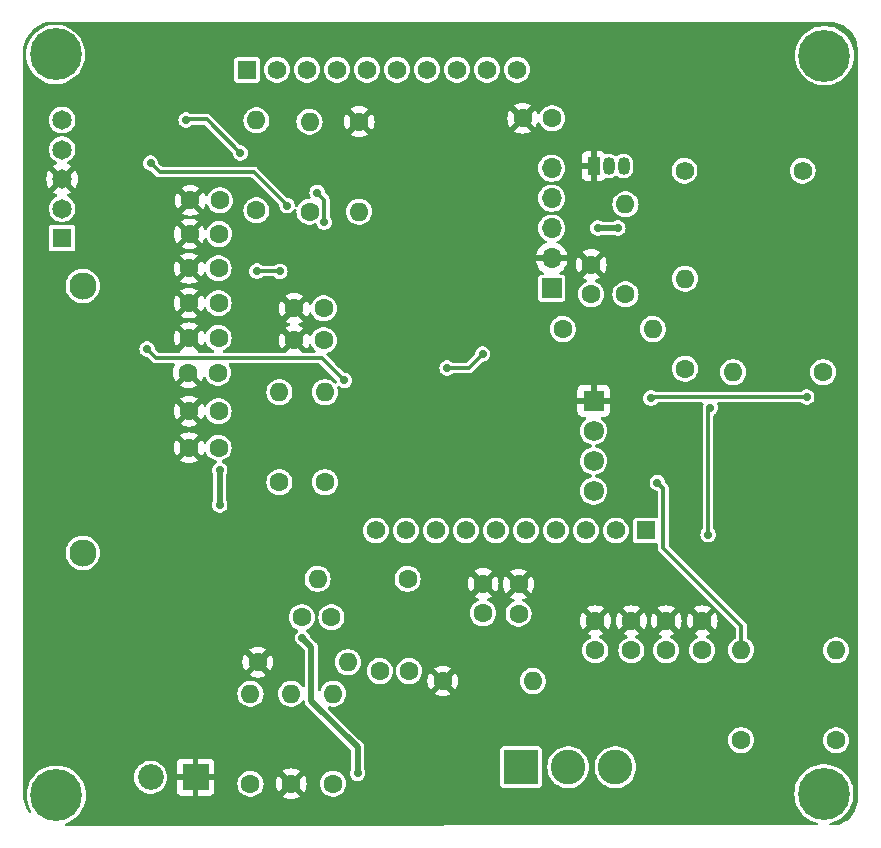
<source format=gbl>
G04 #@! TF.GenerationSoftware,KiCad,Pcbnew,8.0.8*
G04 #@! TF.CreationDate,2025-04-14T11:11:05+01:00*
G04 #@! TF.ProjectId,Bat-mon_v1-Fixo,4261742d-6d6f-46e5-9f76-312d4669786f,rev?*
G04 #@! TF.SameCoordinates,Original*
G04 #@! TF.FileFunction,Copper,L2,Bot*
G04 #@! TF.FilePolarity,Positive*
%FSLAX46Y46*%
G04 Gerber Fmt 4.6, Leading zero omitted, Abs format (unit mm)*
G04 Created by KiCad (PCBNEW 8.0.8) date 2025-04-14 11:11:05*
%MOMM*%
%LPD*%
G01*
G04 APERTURE LIST*
G04 #@! TA.AperFunction,ComponentPad*
%ADD10R,1.050000X1.500000*%
G04 #@! TD*
G04 #@! TA.AperFunction,ComponentPad*
%ADD11O,1.050000X1.500000*%
G04 #@! TD*
G04 #@! TA.AperFunction,ComponentPad*
%ADD12C,1.600000*%
G04 #@! TD*
G04 #@! TA.AperFunction,ComponentPad*
%ADD13O,1.600000X1.600000*%
G04 #@! TD*
G04 #@! TA.AperFunction,ComponentPad*
%ADD14C,0.700000*%
G04 #@! TD*
G04 #@! TA.AperFunction,ComponentPad*
%ADD15C,4.400000*%
G04 #@! TD*
G04 #@! TA.AperFunction,ComponentPad*
%ADD16R,1.575000X1.575000*%
G04 #@! TD*
G04 #@! TA.AperFunction,ComponentPad*
%ADD17C,1.575000*%
G04 #@! TD*
G04 #@! TA.AperFunction,ComponentPad*
%ADD18R,2.175000X2.175000*%
G04 #@! TD*
G04 #@! TA.AperFunction,ComponentPad*
%ADD19C,2.175000*%
G04 #@! TD*
G04 #@! TA.AperFunction,ComponentPad*
%ADD20R,1.725000X1.725000*%
G04 #@! TD*
G04 #@! TA.AperFunction,ComponentPad*
%ADD21C,1.725000*%
G04 #@! TD*
G04 #@! TA.AperFunction,ComponentPad*
%ADD22C,1.580000*%
G04 #@! TD*
G04 #@! TA.AperFunction,ComponentPad*
%ADD23R,1.650000X1.650000*%
G04 #@! TD*
G04 #@! TA.AperFunction,ComponentPad*
%ADD24C,1.650000*%
G04 #@! TD*
G04 #@! TA.AperFunction,ComponentPad*
%ADD25R,1.700000X1.700000*%
G04 #@! TD*
G04 #@! TA.AperFunction,ComponentPad*
%ADD26O,1.700000X1.700000*%
G04 #@! TD*
G04 #@! TA.AperFunction,ComponentPad*
%ADD27C,2.300000*%
G04 #@! TD*
G04 #@! TA.AperFunction,ComponentPad*
%ADD28R,2.925000X2.925000*%
G04 #@! TD*
G04 #@! TA.AperFunction,ComponentPad*
%ADD29C,2.925000*%
G04 #@! TD*
G04 #@! TA.AperFunction,ViaPad*
%ADD30C,0.700000*%
G04 #@! TD*
G04 #@! TA.AperFunction,Conductor*
%ADD31C,0.300000*%
G04 #@! TD*
G04 #@! TA.AperFunction,Conductor*
%ADD32C,0.500000*%
G04 #@! TD*
G04 APERTURE END LIST*
D10*
X182810000Y-54800000D03*
D11*
X184080000Y-54800000D03*
X185350000Y-54800000D03*
D12*
X151050000Y-75550000D03*
X148550000Y-75550000D03*
X154250000Y-58560000D03*
D13*
X154250000Y-50940000D03*
D12*
X182950000Y-93300000D03*
X182950000Y-95800000D03*
D14*
X200650000Y-107950000D03*
X201133274Y-106783274D03*
X201133274Y-109116726D03*
X202300000Y-106300000D03*
D15*
X202300000Y-107950000D03*
D14*
X202300000Y-109600000D03*
X203466726Y-106783274D03*
X203466726Y-109116726D03*
X203950000Y-107950000D03*
D16*
X187230000Y-85650000D03*
D17*
X184690000Y-85650000D03*
X182150000Y-85650000D03*
X179610000Y-85650000D03*
X177070000Y-85650000D03*
X174530000Y-85650000D03*
X171990000Y-85650000D03*
X169450000Y-85650000D03*
X166910000Y-85650000D03*
X164370000Y-85650000D03*
D14*
X135666726Y-108066726D03*
X136150000Y-106900000D03*
X136150000Y-109233452D03*
X137316726Y-106416726D03*
D15*
X137316726Y-108066726D03*
D14*
X137316726Y-109716726D03*
X138483452Y-106900000D03*
X138483452Y-109233452D03*
X138966726Y-108066726D03*
D12*
X185500000Y-65660000D03*
D13*
X185500000Y-58040000D03*
D12*
X154380000Y-96800000D03*
D13*
X162000000Y-96800000D03*
D12*
X148500000Y-72300000D03*
X151000000Y-72300000D03*
X202250000Y-72250000D03*
D13*
X194630000Y-72250000D03*
D12*
X160600000Y-93000000D03*
X158100000Y-93000000D03*
D18*
X149100000Y-106550000D03*
D19*
X145290000Y-106550000D03*
D12*
X179300000Y-50750000D03*
X176800000Y-50750000D03*
X192000000Y-93300000D03*
X192000000Y-95800000D03*
X160050000Y-81560000D03*
D13*
X160050000Y-73940000D03*
D20*
X182800000Y-74680000D03*
D21*
X182800000Y-77220000D03*
X182800000Y-79760000D03*
X182800000Y-82300000D03*
D12*
X148550000Y-69350000D03*
X151050000Y-69350000D03*
D22*
X200500000Y-55200000D03*
X190500000Y-55200000D03*
D12*
X186000000Y-93300000D03*
X186000000Y-95800000D03*
X153750000Y-107100000D03*
D13*
X153750000Y-99480000D03*
D12*
X160750000Y-107100000D03*
D13*
X160750000Y-99480000D03*
D23*
X137800000Y-60900000D03*
D24*
X137800000Y-58400000D03*
X137800000Y-55900000D03*
X137800000Y-53400000D03*
X137800000Y-50900000D03*
D12*
X195300000Y-103400000D03*
D13*
X195300000Y-95780000D03*
D12*
X157200000Y-107100000D03*
D13*
X157200000Y-99480000D03*
D25*
X179250000Y-65150000D03*
D26*
X179250000Y-62610000D03*
X179250000Y-60070000D03*
X179250000Y-57530000D03*
X179250000Y-54990000D03*
D12*
X151050000Y-78650000D03*
X148550000Y-78650000D03*
X158750000Y-58660000D03*
D13*
X158750000Y-51040000D03*
D12*
X180190000Y-68600000D03*
D13*
X187810000Y-68600000D03*
D12*
X159950000Y-69550000D03*
X157450000Y-69550000D03*
D27*
X139550000Y-64950000D03*
X139550000Y-87550000D03*
D12*
X167200000Y-97550000D03*
X164700000Y-97550000D03*
D28*
X176650000Y-105700000D03*
D29*
X180650000Y-105700000D03*
X184650000Y-105700000D03*
D12*
X148550000Y-63450000D03*
X151050000Y-63450000D03*
X148600000Y-60550000D03*
X151100000Y-60550000D03*
X156200000Y-81560000D03*
D13*
X156200000Y-73940000D03*
D12*
X173450000Y-90150000D03*
X173450000Y-92650000D03*
X170040000Y-98400000D03*
D13*
X177660000Y-98400000D03*
D12*
X188950000Y-93300000D03*
X188950000Y-95800000D03*
X182600000Y-63150000D03*
X182600000Y-65650000D03*
D14*
X200700000Y-45450000D03*
X201183274Y-44283274D03*
X201183274Y-46616726D03*
X202350000Y-43800000D03*
D15*
X202350000Y-45450000D03*
D14*
X202350000Y-47100000D03*
X203516726Y-44283274D03*
X203516726Y-46616726D03*
X204000000Y-45450000D03*
D16*
X153460000Y-46650000D03*
D17*
X156000000Y-46650000D03*
X158540000Y-46650000D03*
X161080000Y-46650000D03*
X163620000Y-46650000D03*
X166160000Y-46650000D03*
X168700000Y-46650000D03*
X171240000Y-46650000D03*
X173780000Y-46650000D03*
X176320000Y-46650000D03*
D12*
X162950000Y-51040000D03*
D13*
X162950000Y-58660000D03*
D12*
X159950000Y-66850000D03*
X157450000Y-66850000D03*
X148650000Y-57700000D03*
X151150000Y-57700000D03*
X176450000Y-90200000D03*
X176450000Y-92700000D03*
X190550000Y-71960000D03*
D13*
X190550000Y-64340000D03*
D12*
X203350000Y-103420000D03*
D13*
X203350000Y-95800000D03*
D14*
X135600000Y-45350000D03*
X136083274Y-44183274D03*
X136083274Y-46516726D03*
X137250000Y-43700000D03*
D15*
X137250000Y-45350000D03*
D14*
X137250000Y-47000000D03*
X138416726Y-44183274D03*
X138416726Y-46516726D03*
X138900000Y-45350000D03*
D12*
X167060000Y-89750000D03*
D13*
X159440000Y-89750000D03*
D12*
X148550000Y-66400000D03*
X151050000Y-66400000D03*
D30*
X151150000Y-83500000D03*
X151150000Y-80550000D03*
X154300000Y-63700000D03*
X184850000Y-60050000D03*
X156250000Y-63725000D03*
X183150000Y-60050000D03*
X201050000Y-87250000D03*
X193500000Y-87200000D03*
X195200000Y-84250000D03*
X196250000Y-73050000D03*
X193500000Y-84250000D03*
X160350000Y-63000000D03*
X199240000Y-85000000D03*
X195200000Y-86350000D03*
X160350000Y-64000000D03*
X193500000Y-83200000D03*
X193500000Y-85450000D03*
X201050000Y-79850000D03*
X204350000Y-85600000D03*
X202850000Y-86400000D03*
X193500000Y-78950000D03*
X201050000Y-86400000D03*
X199250000Y-87400000D03*
X156250000Y-86700000D03*
X201050000Y-80800000D03*
X193500000Y-88500000D03*
X200650000Y-96850000D03*
X166350000Y-95500000D03*
X204350000Y-80800000D03*
X201050000Y-88550000D03*
X197200000Y-79800000D03*
X193500000Y-80750000D03*
X201050000Y-84150000D03*
X204350000Y-79000000D03*
X152250000Y-83100000D03*
X202850000Y-80800000D03*
X201050000Y-85600000D03*
X201050000Y-79000000D03*
X160350000Y-62100000D03*
X195200000Y-79800000D03*
X199250000Y-81800000D03*
X202850000Y-85600000D03*
X199240000Y-84000000D03*
X167950000Y-95500000D03*
X198000000Y-73150000D03*
X197200000Y-81750000D03*
X195200000Y-80750000D03*
X197200000Y-86350000D03*
X197200000Y-78950000D03*
X198240000Y-85000000D03*
X193500000Y-82300000D03*
X204050000Y-73750000D03*
X198240000Y-84000000D03*
X199240000Y-83000000D03*
X202850000Y-88550000D03*
X199650000Y-93800000D03*
X200540000Y-67400000D03*
X199250000Y-80850000D03*
X202850000Y-79000000D03*
X198000000Y-96850000D03*
X195200000Y-87200000D03*
X204350000Y-88550000D03*
X195200000Y-83200000D03*
X202850000Y-79850000D03*
X204350000Y-86400000D03*
X197200000Y-88500000D03*
X160050000Y-86750000D03*
X204350000Y-87250000D03*
X195200000Y-85450000D03*
X201050000Y-83000000D03*
X202850000Y-87250000D03*
X198240000Y-83000000D03*
X204350000Y-79850000D03*
X197200000Y-87400000D03*
X165400000Y-95500000D03*
X199250000Y-88550000D03*
X195200000Y-78950000D03*
X199250000Y-86400000D03*
X201050000Y-81750000D03*
X197240000Y-83000000D03*
X197240000Y-85000000D03*
X199250000Y-79000000D03*
X197200000Y-80800000D03*
X199250000Y-79850000D03*
X197240000Y-84000000D03*
X193500000Y-79800000D03*
X158150000Y-94750000D03*
X162825000Y-106225000D03*
X156850000Y-58150000D03*
X145300000Y-54550000D03*
X160000000Y-59550000D03*
X159400000Y-57050000D03*
X152900000Y-53700000D03*
X148300000Y-50900000D03*
X192500000Y-86000000D03*
X192700000Y-75250000D03*
X173400000Y-70725000D03*
X161700000Y-72950000D03*
X145000000Y-70300000D03*
X170400000Y-71900000D03*
X187650000Y-74450000D03*
X200850000Y-74350000D03*
X188200000Y-81600000D03*
D31*
X156225000Y-63700000D02*
X156250000Y-63725000D01*
X154300000Y-63700000D02*
X156225000Y-63700000D01*
D32*
X184850000Y-60050000D02*
X183150000Y-60050000D01*
X151150000Y-83500000D02*
X151150000Y-80550000D01*
X158900000Y-95500000D02*
X158150000Y-94750000D01*
X162825000Y-106225000D02*
X162825000Y-104025000D01*
X158900000Y-100100000D02*
X158900000Y-95500000D01*
X162825000Y-104025000D02*
X158900000Y-100100000D01*
D31*
X146050000Y-55300000D02*
X145300000Y-54550000D01*
X156850000Y-58150000D02*
X156850000Y-58100000D01*
X156850000Y-58100000D02*
X154050000Y-55300000D01*
X154050000Y-55300000D02*
X146050000Y-55300000D01*
X150050000Y-50850000D02*
X148350000Y-50850000D01*
X160000000Y-57650000D02*
X160000000Y-59550000D01*
X159400000Y-57050000D02*
X160000000Y-57650000D01*
X152900000Y-53700000D02*
X150050000Y-50850000D01*
X148350000Y-50850000D02*
X148300000Y-50900000D01*
X192700000Y-75250000D02*
X192500000Y-75450000D01*
X192500000Y-75450000D02*
X192500000Y-86000000D01*
X172225000Y-71900000D02*
X170400000Y-71900000D01*
X145000000Y-70300000D02*
X145750000Y-71050000D01*
X145750000Y-71050000D02*
X159800000Y-71050000D01*
X173400000Y-70725000D02*
X172225000Y-71900000D01*
X159800000Y-71050000D02*
X161700000Y-72950000D01*
X200850000Y-74350000D02*
X187750000Y-74350000D01*
X187750000Y-74350000D02*
X187650000Y-74450000D01*
X188700000Y-82100000D02*
X188700000Y-87100000D01*
X188700000Y-87100000D02*
X195300000Y-93700000D01*
X195300000Y-93700000D02*
X195300000Y-95780000D01*
X188200000Y-81600000D02*
X188700000Y-82100000D01*
G04 #@! TA.AperFunction,Conductor*
G36*
X149629024Y-70075471D02*
G01*
X149680136Y-70002478D01*
X149776264Y-69796331D01*
X149776269Y-69796317D01*
X149784880Y-69764181D01*
X149821244Y-69704521D01*
X149884091Y-69673991D01*
X149953467Y-69682285D01*
X150007345Y-69726770D01*
X150016516Y-69744290D01*
X150016862Y-69744118D01*
X150110327Y-69931821D01*
X150233237Y-70094581D01*
X150383958Y-70231980D01*
X150383960Y-70231982D01*
X150458620Y-70278209D01*
X150557363Y-70339348D01*
X150610345Y-70359873D01*
X150665747Y-70402446D01*
X150689337Y-70468213D01*
X150673626Y-70536293D01*
X150623602Y-70585072D01*
X150565551Y-70599500D01*
X149395880Y-70599500D01*
X149328841Y-70579815D01*
X149283086Y-70527011D01*
X149272352Y-70464694D01*
X149275472Y-70429025D01*
X148596447Y-69750000D01*
X148602661Y-69750000D01*
X148704394Y-69722741D01*
X148795606Y-69670080D01*
X148870080Y-69595606D01*
X148922741Y-69504394D01*
X148950000Y-69402661D01*
X148950000Y-69396447D01*
X149629024Y-70075471D01*
G37*
G04 #@! TD.AperFunction*
G04 #@! TA.AperFunction,Conductor*
G36*
X158529024Y-70275471D02*
G01*
X158580136Y-70202478D01*
X158676264Y-69996331D01*
X158676269Y-69996317D01*
X158684880Y-69964181D01*
X158721244Y-69904521D01*
X158784091Y-69873991D01*
X158853467Y-69882285D01*
X158907345Y-69926770D01*
X158916516Y-69944290D01*
X158916862Y-69944118D01*
X158942436Y-69995477D01*
X159010327Y-70131821D01*
X159118806Y-70275471D01*
X159133237Y-70294580D01*
X159231176Y-70383863D01*
X159267458Y-70443574D01*
X159265697Y-70513421D01*
X159226454Y-70571229D01*
X159162187Y-70598643D01*
X159147638Y-70599500D01*
X158197309Y-70599500D01*
X158130270Y-70579815D01*
X158109628Y-70563181D01*
X157496447Y-69950000D01*
X157502661Y-69950000D01*
X157604394Y-69922741D01*
X157695606Y-69870080D01*
X157770080Y-69795606D01*
X157822741Y-69704394D01*
X157850000Y-69602661D01*
X157850000Y-69596447D01*
X158529024Y-70275471D01*
G37*
G04 #@! TD.AperFunction*
G04 #@! TA.AperFunction,Conductor*
G36*
X202827248Y-42600414D02*
G01*
X202827508Y-42600437D01*
X202838061Y-42600437D01*
X202878483Y-42600437D01*
X202885938Y-42600661D01*
X203146850Y-42616376D01*
X203161648Y-42618165D01*
X203415101Y-42664401D01*
X203429580Y-42667953D01*
X203675653Y-42744268D01*
X203689581Y-42749524D01*
X203869053Y-42829890D01*
X203924731Y-42854822D01*
X203937945Y-42861721D01*
X203983210Y-42888934D01*
X204158748Y-42994467D01*
X204171025Y-43002891D01*
X204374318Y-43161184D01*
X204385502Y-43171028D01*
X204568324Y-43352566D01*
X204578250Y-43363686D01*
X204737959Y-43565837D01*
X204746480Y-43578067D01*
X204880787Y-43797938D01*
X204887763Y-43811071D01*
X204994723Y-44045488D01*
X205000080Y-44059385D01*
X205078129Y-44304911D01*
X205081783Y-44319362D01*
X205129807Y-44572486D01*
X205131700Y-44587272D01*
X205149225Y-44847617D01*
X205149505Y-44855819D01*
X205196827Y-91279024D01*
X205199499Y-93899798D01*
X205191478Y-100438013D01*
X205181800Y-108327010D01*
X205181733Y-108327766D01*
X205181733Y-108378477D01*
X205181507Y-108385964D01*
X205165780Y-108645889D01*
X205163975Y-108660752D01*
X205117712Y-108913191D01*
X205114128Y-108927730D01*
X205037774Y-109172751D01*
X205032464Y-109186752D01*
X204927136Y-109420777D01*
X204920178Y-109434035D01*
X204787405Y-109653667D01*
X204778899Y-109665990D01*
X204620621Y-109868016D01*
X204610691Y-109879224D01*
X204429224Y-110060691D01*
X204418016Y-110070621D01*
X204215990Y-110228899D01*
X204203667Y-110237405D01*
X203984035Y-110370178D01*
X203970777Y-110377136D01*
X203736752Y-110482464D01*
X203722751Y-110487774D01*
X203477730Y-110564128D01*
X203463191Y-110567712D01*
X203210752Y-110613975D01*
X203195889Y-110615780D01*
X202935964Y-110631507D01*
X202928475Y-110631733D01*
X202891588Y-110631733D01*
X202824549Y-110612048D01*
X202778794Y-110559244D01*
X202768850Y-110490086D01*
X202797875Y-110426530D01*
X202856653Y-110388756D01*
X202860707Y-110387641D01*
X203074225Y-110332819D01*
X203266344Y-110256754D01*
X203366757Y-110216998D01*
X203366758Y-110216997D01*
X203366756Y-110216997D01*
X203366766Y-110216994D01*
X203642484Y-110065416D01*
X203897030Y-109880478D01*
X204126390Y-109665094D01*
X204326947Y-109422663D01*
X204495537Y-109157007D01*
X204629503Y-108872315D01*
X204726731Y-108573079D01*
X204785688Y-108264015D01*
X204785689Y-108264004D01*
X204805444Y-107950005D01*
X204805444Y-107949994D01*
X204785689Y-107635995D01*
X204785688Y-107635988D01*
X204785688Y-107635985D01*
X204726731Y-107326921D01*
X204629503Y-107027685D01*
X204617523Y-107002227D01*
X204556897Y-106873389D01*
X204495537Y-106742993D01*
X204401024Y-106594064D01*
X204326948Y-106477338D01*
X204326945Y-106477334D01*
X204126393Y-106234909D01*
X204126391Y-106234907D01*
X203994077Y-106110655D01*
X203897030Y-106019522D01*
X203897027Y-106019520D01*
X203897021Y-106019515D01*
X203642495Y-105834591D01*
X203642488Y-105834586D01*
X203642484Y-105834584D01*
X203366766Y-105683006D01*
X203366763Y-105683004D01*
X203366758Y-105683002D01*
X203366757Y-105683001D01*
X203074228Y-105567181D01*
X203074225Y-105567180D01*
X202769476Y-105488934D01*
X202769463Y-105488932D01*
X202457329Y-105449500D01*
X202457318Y-105449500D01*
X202142682Y-105449500D01*
X202142670Y-105449500D01*
X201830536Y-105488932D01*
X201830523Y-105488934D01*
X201525774Y-105567180D01*
X201525771Y-105567181D01*
X201233242Y-105683001D01*
X201233241Y-105683002D01*
X200957516Y-105834584D01*
X200957504Y-105834591D01*
X200702978Y-106019515D01*
X200702968Y-106019523D01*
X200473608Y-106234907D01*
X200473606Y-106234909D01*
X200273054Y-106477334D01*
X200273051Y-106477338D01*
X200104464Y-106742990D01*
X200104461Y-106742996D01*
X199970499Y-107027678D01*
X199970497Y-107027683D01*
X199873270Y-107326916D01*
X199873269Y-107326920D01*
X199873269Y-107326921D01*
X199871677Y-107335265D01*
X199814311Y-107635988D01*
X199814310Y-107635995D01*
X199794556Y-107949994D01*
X199794556Y-107950005D01*
X199814310Y-108264004D01*
X199814311Y-108264011D01*
X199836578Y-108380737D01*
X199866329Y-108536700D01*
X199873270Y-108573083D01*
X199970497Y-108872316D01*
X199970499Y-108872321D01*
X200104461Y-109157003D01*
X200104464Y-109157009D01*
X200273051Y-109422661D01*
X200273054Y-109422665D01*
X200473606Y-109665090D01*
X200473608Y-109665092D01*
X200702968Y-109880476D01*
X200702978Y-109880484D01*
X200957504Y-110065408D01*
X200957509Y-110065410D01*
X200957516Y-110065416D01*
X201233234Y-110216994D01*
X201233239Y-110216996D01*
X201233241Y-110216997D01*
X201233242Y-110216998D01*
X201525771Y-110332818D01*
X201525774Y-110332819D01*
X201643869Y-110363140D01*
X201742604Y-110388491D01*
X201802642Y-110424229D01*
X201833828Y-110486752D01*
X201826260Y-110556211D01*
X201782342Y-110610552D01*
X201716016Y-110632522D01*
X201711855Y-110632595D01*
X138165291Y-110677511D01*
X138098237Y-110657874D01*
X138052445Y-110605102D01*
X138042453Y-110535951D01*
X138071433Y-110472375D01*
X138119551Y-110438221D01*
X138383492Y-110333720D01*
X138659210Y-110182142D01*
X138913756Y-109997204D01*
X139143116Y-109781820D01*
X139343673Y-109539389D01*
X139512263Y-109273733D01*
X139646229Y-108989041D01*
X139743457Y-108689805D01*
X139802414Y-108380741D01*
X139802415Y-108380730D01*
X139822170Y-108066731D01*
X139822170Y-108066720D01*
X139802415Y-107752721D01*
X139802414Y-107752714D01*
X139802414Y-107752711D01*
X139743457Y-107443647D01*
X139646229Y-107144411D01*
X139625329Y-107099997D01*
X139532399Y-106902511D01*
X139512263Y-106859719D01*
X139411380Y-106700752D01*
X139343674Y-106594064D01*
X139343671Y-106594060D01*
X139307215Y-106549993D01*
X143897243Y-106549993D01*
X143897243Y-106550006D01*
X143916237Y-106779236D01*
X143972706Y-107002227D01*
X144065106Y-107212878D01*
X144190914Y-107405443D01*
X144190917Y-107405447D01*
X144190919Y-107405449D01*
X144346711Y-107574685D01*
X144402708Y-107618269D01*
X144528225Y-107715963D01*
X144528231Y-107715967D01*
X144528234Y-107715969D01*
X144730536Y-107825450D01*
X144786263Y-107844581D01*
X144948094Y-107900138D01*
X144948096Y-107900138D01*
X144948098Y-107900139D01*
X145174987Y-107938000D01*
X145174988Y-107938000D01*
X145405012Y-107938000D01*
X145405013Y-107938000D01*
X145631902Y-107900139D01*
X145849464Y-107825450D01*
X146051766Y-107715969D01*
X146233289Y-107574685D01*
X146389081Y-107405449D01*
X146514893Y-107212879D01*
X146607294Y-107002227D01*
X146663762Y-106779240D01*
X146673681Y-106659530D01*
X146682757Y-106550006D01*
X146682757Y-106549993D01*
X146663762Y-106320763D01*
X146663762Y-106320760D01*
X146607294Y-106097773D01*
X146514893Y-105887121D01*
X146480569Y-105834584D01*
X146389085Y-105694556D01*
X146389082Y-105694553D01*
X146389081Y-105694551D01*
X146233289Y-105525315D01*
X146204977Y-105503279D01*
X146091113Y-105414655D01*
X147512500Y-105414655D01*
X147512500Y-106300000D01*
X148418819Y-106300000D01*
X148402861Y-106338525D01*
X148375000Y-106478594D01*
X148375000Y-106621406D01*
X148402861Y-106761475D01*
X148418819Y-106800000D01*
X147512500Y-106800000D01*
X147512500Y-107685344D01*
X147518901Y-107744872D01*
X147518903Y-107744879D01*
X147569145Y-107879586D01*
X147569149Y-107879593D01*
X147655309Y-107994687D01*
X147655312Y-107994690D01*
X147770406Y-108080850D01*
X147770413Y-108080854D01*
X147905120Y-108131096D01*
X147905127Y-108131098D01*
X147964655Y-108137499D01*
X147964672Y-108137500D01*
X148850000Y-108137500D01*
X148850000Y-107231181D01*
X148888525Y-107247139D01*
X149028594Y-107275000D01*
X149171406Y-107275000D01*
X149311475Y-107247139D01*
X149350000Y-107231181D01*
X149350000Y-108137500D01*
X150235328Y-108137500D01*
X150235344Y-108137499D01*
X150294872Y-108131098D01*
X150294879Y-108131096D01*
X150429586Y-108080854D01*
X150429593Y-108080850D01*
X150544687Y-107994690D01*
X150544690Y-107994687D01*
X150630850Y-107879593D01*
X150630854Y-107879586D01*
X150681096Y-107744879D01*
X150681098Y-107744872D01*
X150687499Y-107685344D01*
X150687500Y-107685327D01*
X150687500Y-107099999D01*
X152644785Y-107099999D01*
X152644785Y-107100000D01*
X152663602Y-107303082D01*
X152719417Y-107499247D01*
X152719422Y-107499260D01*
X152810327Y-107681821D01*
X152933237Y-107844581D01*
X153083958Y-107981980D01*
X153083960Y-107981982D01*
X153183141Y-108043392D01*
X153257363Y-108089348D01*
X153447544Y-108163024D01*
X153648024Y-108200500D01*
X153648026Y-108200500D01*
X153851974Y-108200500D01*
X153851976Y-108200500D01*
X154052456Y-108163024D01*
X154242637Y-108089348D01*
X154416041Y-107981981D01*
X154566764Y-107844579D01*
X154689673Y-107681821D01*
X154780582Y-107499250D01*
X154836397Y-107303083D01*
X154855215Y-107100000D01*
X154855215Y-107099997D01*
X155895034Y-107099997D01*
X155895034Y-107100002D01*
X155914858Y-107326599D01*
X155914860Y-107326610D01*
X155973730Y-107546317D01*
X155973735Y-107546331D01*
X156069863Y-107752478D01*
X156120974Y-107825472D01*
X156800000Y-107146446D01*
X156800000Y-107152661D01*
X156827259Y-107254394D01*
X156879920Y-107345606D01*
X156954394Y-107420080D01*
X157045606Y-107472741D01*
X157147339Y-107500000D01*
X157153553Y-107500000D01*
X156474526Y-108179025D01*
X156547513Y-108230132D01*
X156547521Y-108230136D01*
X156753668Y-108326264D01*
X156753682Y-108326269D01*
X156973389Y-108385139D01*
X156973400Y-108385141D01*
X157199998Y-108404966D01*
X157200002Y-108404966D01*
X157426599Y-108385141D01*
X157426610Y-108385139D01*
X157646317Y-108326269D01*
X157646331Y-108326264D01*
X157852478Y-108230136D01*
X157925471Y-108179024D01*
X157246447Y-107500000D01*
X157252661Y-107500000D01*
X157354394Y-107472741D01*
X157445606Y-107420080D01*
X157520080Y-107345606D01*
X157572741Y-107254394D01*
X157600000Y-107152661D01*
X157600000Y-107146447D01*
X158279024Y-107825471D01*
X158330136Y-107752478D01*
X158426264Y-107546331D01*
X158426269Y-107546317D01*
X158485139Y-107326610D01*
X158485141Y-107326599D01*
X158504966Y-107100002D01*
X158504966Y-107099999D01*
X159644785Y-107099999D01*
X159644785Y-107100000D01*
X159663602Y-107303082D01*
X159719417Y-107499247D01*
X159719422Y-107499260D01*
X159810327Y-107681821D01*
X159933237Y-107844581D01*
X160083958Y-107981980D01*
X160083960Y-107981982D01*
X160183141Y-108043392D01*
X160257363Y-108089348D01*
X160447544Y-108163024D01*
X160648024Y-108200500D01*
X160648026Y-108200500D01*
X160851974Y-108200500D01*
X160851976Y-108200500D01*
X161052456Y-108163024D01*
X161242637Y-108089348D01*
X161416041Y-107981981D01*
X161566764Y-107844579D01*
X161689673Y-107681821D01*
X161780582Y-107499250D01*
X161836397Y-107303083D01*
X161855215Y-107100000D01*
X161836397Y-106896917D01*
X161780582Y-106700750D01*
X161778175Y-106695917D01*
X161727459Y-106594064D01*
X161689673Y-106518179D01*
X161586698Y-106381818D01*
X161566762Y-106355418D01*
X161416041Y-106218019D01*
X161416039Y-106218017D01*
X161242642Y-106110655D01*
X161242635Y-106110651D01*
X161147546Y-106073814D01*
X161052456Y-106036976D01*
X160851976Y-105999500D01*
X160648024Y-105999500D01*
X160447544Y-106036976D01*
X160447541Y-106036976D01*
X160447541Y-106036977D01*
X160257364Y-106110651D01*
X160257357Y-106110655D01*
X160083960Y-106218017D01*
X160083958Y-106218019D01*
X159933237Y-106355418D01*
X159810327Y-106518178D01*
X159719422Y-106700739D01*
X159719417Y-106700752D01*
X159663602Y-106896917D01*
X159644785Y-107099999D01*
X158504966Y-107099999D01*
X158504966Y-107099997D01*
X158485141Y-106873400D01*
X158485139Y-106873389D01*
X158426269Y-106653682D01*
X158426264Y-106653668D01*
X158330136Y-106447521D01*
X158330132Y-106447513D01*
X158279025Y-106374526D01*
X157600000Y-107053551D01*
X157600000Y-107047339D01*
X157572741Y-106945606D01*
X157520080Y-106854394D01*
X157445606Y-106779920D01*
X157354394Y-106727259D01*
X157252661Y-106700000D01*
X157246445Y-106700000D01*
X157925472Y-106020974D01*
X157852478Y-105969863D01*
X157646331Y-105873735D01*
X157646317Y-105873730D01*
X157426610Y-105814860D01*
X157426599Y-105814858D01*
X157200002Y-105795034D01*
X157199998Y-105795034D01*
X156973400Y-105814858D01*
X156973389Y-105814860D01*
X156753682Y-105873730D01*
X156753673Y-105873734D01*
X156547516Y-105969866D01*
X156547512Y-105969868D01*
X156474526Y-106020973D01*
X156474526Y-106020974D01*
X157153553Y-106700000D01*
X157147339Y-106700000D01*
X157045606Y-106727259D01*
X156954394Y-106779920D01*
X156879920Y-106854394D01*
X156827259Y-106945606D01*
X156800000Y-107047339D01*
X156800000Y-107053552D01*
X156120974Y-106374526D01*
X156120973Y-106374526D01*
X156069868Y-106447512D01*
X156069866Y-106447516D01*
X155973734Y-106653673D01*
X155973730Y-106653682D01*
X155914860Y-106873389D01*
X155914858Y-106873400D01*
X155895034Y-107099997D01*
X154855215Y-107099997D01*
X154836397Y-106896917D01*
X154780582Y-106700750D01*
X154778175Y-106695917D01*
X154727459Y-106594064D01*
X154689673Y-106518179D01*
X154586698Y-106381818D01*
X154566762Y-106355418D01*
X154416041Y-106218019D01*
X154416039Y-106218017D01*
X154242642Y-106110655D01*
X154242635Y-106110651D01*
X154147546Y-106073814D01*
X154052456Y-106036976D01*
X153851976Y-105999500D01*
X153648024Y-105999500D01*
X153447544Y-106036976D01*
X153447541Y-106036976D01*
X153447541Y-106036977D01*
X153257364Y-106110651D01*
X153257357Y-106110655D01*
X153083960Y-106218017D01*
X153083958Y-106218019D01*
X152933237Y-106355418D01*
X152810327Y-106518178D01*
X152719422Y-106700739D01*
X152719417Y-106700752D01*
X152663602Y-106896917D01*
X152644785Y-107099999D01*
X150687500Y-107099999D01*
X150687500Y-106800000D01*
X149781181Y-106800000D01*
X149797139Y-106761475D01*
X149825000Y-106621406D01*
X149825000Y-106478594D01*
X149797139Y-106338525D01*
X149781181Y-106300000D01*
X150687500Y-106300000D01*
X150687500Y-105414672D01*
X150687499Y-105414655D01*
X150681098Y-105355127D01*
X150681096Y-105355120D01*
X150630854Y-105220413D01*
X150630850Y-105220406D01*
X150544690Y-105105312D01*
X150544687Y-105105309D01*
X150429593Y-105019149D01*
X150429586Y-105019145D01*
X150294879Y-104968903D01*
X150294872Y-104968901D01*
X150235344Y-104962500D01*
X149350000Y-104962500D01*
X149350000Y-105868818D01*
X149311475Y-105852861D01*
X149171406Y-105825000D01*
X149028594Y-105825000D01*
X148888525Y-105852861D01*
X148850000Y-105868818D01*
X148850000Y-104962500D01*
X147964655Y-104962500D01*
X147905127Y-104968901D01*
X147905120Y-104968903D01*
X147770413Y-105019145D01*
X147770406Y-105019149D01*
X147655312Y-105105309D01*
X147655309Y-105105312D01*
X147569149Y-105220406D01*
X147569145Y-105220413D01*
X147518903Y-105355120D01*
X147518901Y-105355127D01*
X147512500Y-105414655D01*
X146091113Y-105414655D01*
X146051774Y-105384036D01*
X146051768Y-105384032D01*
X145849464Y-105274550D01*
X145849456Y-105274547D01*
X145631905Y-105199861D01*
X145461735Y-105171465D01*
X145405013Y-105162000D01*
X145174987Y-105162000D01*
X145129609Y-105169572D01*
X144948094Y-105199861D01*
X144730543Y-105274547D01*
X144730535Y-105274550D01*
X144528231Y-105384032D01*
X144528225Y-105384036D01*
X144346718Y-105525309D01*
X144346708Y-105525318D01*
X144190914Y-105694556D01*
X144065106Y-105887121D01*
X143972706Y-106097772D01*
X143916237Y-106320763D01*
X143897243Y-106549993D01*
X139307215Y-106549993D01*
X139143119Y-106351635D01*
X139143117Y-106351633D01*
X139129159Y-106338525D01*
X138913756Y-106136248D01*
X138913753Y-106136246D01*
X138913747Y-106136241D01*
X138659221Y-105951317D01*
X138659214Y-105951312D01*
X138659210Y-105951310D01*
X138383492Y-105799732D01*
X138383489Y-105799730D01*
X138383484Y-105799728D01*
X138383483Y-105799727D01*
X138090954Y-105683907D01*
X138090951Y-105683906D01*
X137786202Y-105605660D01*
X137786189Y-105605658D01*
X137474055Y-105566226D01*
X137474044Y-105566226D01*
X137159408Y-105566226D01*
X137159396Y-105566226D01*
X136847262Y-105605658D01*
X136847249Y-105605660D01*
X136542500Y-105683906D01*
X136542497Y-105683907D01*
X136249968Y-105799727D01*
X136249967Y-105799728D01*
X135974242Y-105951310D01*
X135974230Y-105951317D01*
X135719704Y-106136241D01*
X135719694Y-106136249D01*
X135490334Y-106351633D01*
X135490332Y-106351635D01*
X135289780Y-106594060D01*
X135289777Y-106594064D01*
X135121190Y-106859716D01*
X135121187Y-106859722D01*
X134987225Y-107144404D01*
X134987223Y-107144409D01*
X134889996Y-107443642D01*
X134889995Y-107443646D01*
X134889995Y-107443647D01*
X134886859Y-107460085D01*
X134831037Y-107752714D01*
X134831036Y-107752721D01*
X134811282Y-108066720D01*
X134811282Y-108066731D01*
X134831036Y-108380730D01*
X134831037Y-108380737D01*
X134889996Y-108689809D01*
X134987223Y-108989042D01*
X134987225Y-108989047D01*
X135121187Y-109273729D01*
X135121190Y-109273735D01*
X135185780Y-109375513D01*
X135205081Y-109442664D01*
X135185014Y-109509590D01*
X135131949Y-109555042D01*
X135062735Y-109564590D01*
X134999346Y-109535202D01*
X134979953Y-109513710D01*
X134897275Y-109397185D01*
X134889877Y-109385411D01*
X134828153Y-109273729D01*
X134747464Y-109127734D01*
X134741435Y-109115212D01*
X134628773Y-108843219D01*
X134624180Y-108830094D01*
X134542679Y-108547193D01*
X134539585Y-108533636D01*
X134514495Y-108385964D01*
X134490270Y-108243384D01*
X134488716Y-108229587D01*
X134472014Y-107932150D01*
X134471820Y-107925185D01*
X134473288Y-99479999D01*
X152644785Y-99479999D01*
X152644785Y-99480000D01*
X152663602Y-99683082D01*
X152719417Y-99879247D01*
X152719422Y-99879260D01*
X152810327Y-100061821D01*
X152933237Y-100224581D01*
X153083958Y-100361980D01*
X153083960Y-100361982D01*
X153183141Y-100423392D01*
X153257363Y-100469348D01*
X153447544Y-100543024D01*
X153648024Y-100580500D01*
X153648026Y-100580500D01*
X153851974Y-100580500D01*
X153851976Y-100580500D01*
X154052456Y-100543024D01*
X154242637Y-100469348D01*
X154416041Y-100361981D01*
X154566764Y-100224579D01*
X154689673Y-100061821D01*
X154780582Y-99879250D01*
X154836397Y-99683083D01*
X154855215Y-99480000D01*
X154855215Y-99479999D01*
X156094785Y-99479999D01*
X156094785Y-99480000D01*
X156113602Y-99683082D01*
X156169417Y-99879247D01*
X156169422Y-99879260D01*
X156260327Y-100061821D01*
X156383237Y-100224581D01*
X156533958Y-100361980D01*
X156533960Y-100361982D01*
X156633141Y-100423392D01*
X156707363Y-100469348D01*
X156897544Y-100543024D01*
X157098024Y-100580500D01*
X157098026Y-100580500D01*
X157301974Y-100580500D01*
X157301976Y-100580500D01*
X157502456Y-100543024D01*
X157692637Y-100469348D01*
X157866041Y-100361981D01*
X158016764Y-100224579D01*
X158126546Y-100079204D01*
X158182655Y-100037568D01*
X158252367Y-100032877D01*
X158313549Y-100066619D01*
X158346776Y-100128082D01*
X158349500Y-100153931D01*
X158349500Y-100172475D01*
X158363462Y-100224581D01*
X158387016Y-100312485D01*
X158459489Y-100438013D01*
X158459491Y-100438016D01*
X162238181Y-104216706D01*
X162271666Y-104278029D01*
X162274500Y-104304387D01*
X162274500Y-105838780D01*
X162254815Y-105905819D01*
X162252552Y-105909217D01*
X162244780Y-105920476D01*
X162188762Y-106068181D01*
X162169722Y-106224999D01*
X162169722Y-106225000D01*
X162188762Y-106381818D01*
X162224989Y-106477338D01*
X162244780Y-106529523D01*
X162334517Y-106659530D01*
X162452760Y-106764283D01*
X162452762Y-106764284D01*
X162592634Y-106837696D01*
X162746014Y-106875500D01*
X162746015Y-106875500D01*
X162903985Y-106875500D01*
X163057365Y-106837696D01*
X163197240Y-106764283D01*
X163315483Y-106659530D01*
X163405220Y-106529523D01*
X163461237Y-106381818D01*
X163480278Y-106225000D01*
X163479807Y-106221116D01*
X163461237Y-106068181D01*
X163423951Y-105969868D01*
X163405220Y-105920477D01*
X163397448Y-105909217D01*
X163375567Y-105842862D01*
X163375500Y-105838780D01*
X163375500Y-104192631D01*
X174887000Y-104192631D01*
X174887000Y-107207356D01*
X174887002Y-107207382D01*
X174889913Y-107232487D01*
X174889915Y-107232491D01*
X174935293Y-107335264D01*
X174935294Y-107335265D01*
X175014735Y-107414706D01*
X175117509Y-107460085D01*
X175142635Y-107463000D01*
X178157364Y-107462999D01*
X178157379Y-107462997D01*
X178157382Y-107462997D01*
X178182487Y-107460086D01*
X178182488Y-107460085D01*
X178182491Y-107460085D01*
X178285265Y-107414706D01*
X178364706Y-107335265D01*
X178410085Y-107232491D01*
X178413000Y-107207365D01*
X178412999Y-105699995D01*
X178882056Y-105699995D01*
X178882056Y-105700004D01*
X178901800Y-105963488D01*
X178901801Y-105963493D01*
X178901801Y-105963497D01*
X178901802Y-105963498D01*
X178903256Y-105969868D01*
X178960597Y-106221097D01*
X178960599Y-106221106D01*
X178960601Y-106221111D01*
X179057137Y-106467082D01*
X179189256Y-106695918D01*
X179272259Y-106800000D01*
X179354008Y-106902511D01*
X179488913Y-107027683D01*
X179547705Y-107082234D01*
X179766028Y-107231084D01*
X180004098Y-107345733D01*
X180256595Y-107423618D01*
X180256596Y-107423618D01*
X180256599Y-107423619D01*
X180517873Y-107462999D01*
X180517878Y-107462999D01*
X180517881Y-107463000D01*
X180517882Y-107463000D01*
X180782118Y-107463000D01*
X180782119Y-107463000D01*
X180782139Y-107462997D01*
X181043400Y-107423619D01*
X181043401Y-107423618D01*
X181043405Y-107423618D01*
X181295902Y-107345733D01*
X181533972Y-107231084D01*
X181752295Y-107082234D01*
X181945995Y-106902507D01*
X182110744Y-106695918D01*
X182242863Y-106467082D01*
X182339399Y-106221111D01*
X182398198Y-105963498D01*
X182399111Y-105951317D01*
X182417944Y-105700004D01*
X182417944Y-105699995D01*
X182882056Y-105699995D01*
X182882056Y-105700004D01*
X182901800Y-105963488D01*
X182901801Y-105963493D01*
X182901801Y-105963497D01*
X182901802Y-105963498D01*
X182903256Y-105969868D01*
X182960597Y-106221097D01*
X182960599Y-106221106D01*
X182960601Y-106221111D01*
X183057137Y-106467082D01*
X183189256Y-106695918D01*
X183272259Y-106800000D01*
X183354008Y-106902511D01*
X183488913Y-107027683D01*
X183547705Y-107082234D01*
X183766028Y-107231084D01*
X184004098Y-107345733D01*
X184256595Y-107423618D01*
X184256596Y-107423618D01*
X184256599Y-107423619D01*
X184517873Y-107462999D01*
X184517878Y-107462999D01*
X184517881Y-107463000D01*
X184517882Y-107463000D01*
X184782118Y-107463000D01*
X184782119Y-107463000D01*
X184782139Y-107462997D01*
X185043400Y-107423619D01*
X185043401Y-107423618D01*
X185043405Y-107423618D01*
X185295902Y-107345733D01*
X185533972Y-107231084D01*
X185752295Y-107082234D01*
X185945995Y-106902507D01*
X186110744Y-106695918D01*
X186242863Y-106467082D01*
X186339399Y-106221111D01*
X186398198Y-105963498D01*
X186399111Y-105951317D01*
X186417944Y-105700004D01*
X186417944Y-105699995D01*
X186398199Y-105436511D01*
X186398198Y-105436506D01*
X186398198Y-105436502D01*
X186339399Y-105178889D01*
X186242863Y-104932918D01*
X186110744Y-104704082D01*
X185945995Y-104497493D01*
X185945994Y-104497492D01*
X185945991Y-104497488D01*
X185752295Y-104317766D01*
X185699808Y-104281981D01*
X185533972Y-104168916D01*
X185533969Y-104168915D01*
X185533967Y-104168913D01*
X185295902Y-104054267D01*
X185043406Y-103976382D01*
X185043400Y-103976380D01*
X184782126Y-103937000D01*
X184782119Y-103937000D01*
X184517881Y-103937000D01*
X184517873Y-103937000D01*
X184256599Y-103976380D01*
X184256593Y-103976382D01*
X184004097Y-104054267D01*
X183766032Y-104168913D01*
X183547704Y-104317766D01*
X183354008Y-104497488D01*
X183189256Y-104704082D01*
X183057137Y-104932917D01*
X182960603Y-105178883D01*
X182960597Y-105178902D01*
X182901801Y-105436506D01*
X182901800Y-105436511D01*
X182882056Y-105699995D01*
X182417944Y-105699995D01*
X182398199Y-105436511D01*
X182398198Y-105436506D01*
X182398198Y-105436502D01*
X182339399Y-105178889D01*
X182242863Y-104932918D01*
X182110744Y-104704082D01*
X181945995Y-104497493D01*
X181945994Y-104497492D01*
X181945991Y-104497488D01*
X181752295Y-104317766D01*
X181699808Y-104281981D01*
X181533972Y-104168916D01*
X181533969Y-104168915D01*
X181533967Y-104168913D01*
X181295902Y-104054267D01*
X181043406Y-103976382D01*
X181043400Y-103976380D01*
X180782126Y-103937000D01*
X180782119Y-103937000D01*
X180517881Y-103937000D01*
X180517873Y-103937000D01*
X180256599Y-103976380D01*
X180256593Y-103976382D01*
X180004097Y-104054267D01*
X179766032Y-104168913D01*
X179547704Y-104317766D01*
X179354008Y-104497488D01*
X179189256Y-104704082D01*
X179057137Y-104932917D01*
X178960603Y-105178883D01*
X178960597Y-105178902D01*
X178901801Y-105436506D01*
X178901800Y-105436511D01*
X178882056Y-105699995D01*
X178412999Y-105699995D01*
X178412999Y-104192636D01*
X178412997Y-104192617D01*
X178410086Y-104167512D01*
X178410085Y-104167510D01*
X178410085Y-104167509D01*
X178364706Y-104064735D01*
X178285265Y-103985294D01*
X178211055Y-103952527D01*
X178182492Y-103939915D01*
X178157365Y-103937000D01*
X175142643Y-103937000D01*
X175142617Y-103937002D01*
X175117512Y-103939913D01*
X175117508Y-103939915D01*
X175014735Y-103985293D01*
X174935294Y-104064734D01*
X174889915Y-104167506D01*
X174889915Y-104167508D01*
X174887000Y-104192631D01*
X163375500Y-104192631D01*
X163375500Y-103952527D01*
X163375500Y-103952525D01*
X163337984Y-103812515D01*
X163265510Y-103686985D01*
X162978524Y-103399999D01*
X194194785Y-103399999D01*
X194194785Y-103400000D01*
X194213602Y-103603082D01*
X194269417Y-103799247D01*
X194269422Y-103799260D01*
X194360327Y-103981821D01*
X194483237Y-104144581D01*
X194633958Y-104281980D01*
X194633960Y-104281982D01*
X194670146Y-104304387D01*
X194807363Y-104389348D01*
X194997544Y-104463024D01*
X195198024Y-104500500D01*
X195198026Y-104500500D01*
X195401974Y-104500500D01*
X195401976Y-104500500D01*
X195602456Y-104463024D01*
X195792637Y-104389348D01*
X195966041Y-104281981D01*
X196116764Y-104144579D01*
X196239673Y-103981821D01*
X196330582Y-103799250D01*
X196386397Y-103603083D01*
X196403362Y-103419999D01*
X202244785Y-103419999D01*
X202244785Y-103420000D01*
X202263602Y-103623082D01*
X202319417Y-103819247D01*
X202319422Y-103819260D01*
X202410327Y-104001821D01*
X202533237Y-104164581D01*
X202683958Y-104301980D01*
X202683960Y-104301982D01*
X202783141Y-104363392D01*
X202857363Y-104409348D01*
X203047544Y-104483024D01*
X203248024Y-104520500D01*
X203248026Y-104520500D01*
X203451974Y-104520500D01*
X203451976Y-104520500D01*
X203652456Y-104483024D01*
X203842637Y-104409348D01*
X204016041Y-104301981D01*
X204166764Y-104164579D01*
X204289673Y-104001821D01*
X204380582Y-103819250D01*
X204436397Y-103623083D01*
X204455215Y-103420000D01*
X204436397Y-103216917D01*
X204380582Y-103020750D01*
X204370624Y-103000752D01*
X204336272Y-102931764D01*
X204289673Y-102838179D01*
X204166764Y-102675421D01*
X204166762Y-102675418D01*
X204016041Y-102538019D01*
X204016039Y-102538017D01*
X203842642Y-102430655D01*
X203842635Y-102430651D01*
X203747546Y-102393814D01*
X203652456Y-102356976D01*
X203451976Y-102319500D01*
X203248024Y-102319500D01*
X203047544Y-102356976D01*
X203047541Y-102356976D01*
X203047541Y-102356977D01*
X202857364Y-102430651D01*
X202857357Y-102430655D01*
X202683960Y-102538017D01*
X202683958Y-102538019D01*
X202533237Y-102675418D01*
X202410327Y-102838178D01*
X202319422Y-103020739D01*
X202319417Y-103020752D01*
X202263602Y-103216917D01*
X202244785Y-103419999D01*
X196403362Y-103419999D01*
X196405215Y-103400000D01*
X196386397Y-103196917D01*
X196330582Y-103000750D01*
X196239673Y-102818179D01*
X196116764Y-102655421D01*
X196116762Y-102655418D01*
X195966041Y-102518019D01*
X195966039Y-102518017D01*
X195792642Y-102410655D01*
X195792635Y-102410651D01*
X195654082Y-102356976D01*
X195602456Y-102336976D01*
X195401976Y-102299500D01*
X195198024Y-102299500D01*
X194997544Y-102336976D01*
X194997541Y-102336976D01*
X194997541Y-102336977D01*
X194807364Y-102410651D01*
X194807357Y-102410655D01*
X194633960Y-102518017D01*
X194633958Y-102518019D01*
X194483237Y-102655418D01*
X194360327Y-102818178D01*
X194269422Y-103000739D01*
X194269417Y-103000752D01*
X194213602Y-103196917D01*
X194194785Y-103399999D01*
X162978524Y-103399999D01*
X160329517Y-100750992D01*
X160296032Y-100689669D01*
X160301016Y-100619977D01*
X160342888Y-100564044D01*
X160408352Y-100539627D01*
X160441703Y-100543071D01*
X160441909Y-100541970D01*
X160447540Y-100543022D01*
X160447544Y-100543024D01*
X160648024Y-100580500D01*
X160648026Y-100580500D01*
X160851974Y-100580500D01*
X160851976Y-100580500D01*
X161052456Y-100543024D01*
X161242637Y-100469348D01*
X161416041Y-100361981D01*
X161566764Y-100224579D01*
X161689673Y-100061821D01*
X161780582Y-99879250D01*
X161836397Y-99683083D01*
X161855215Y-99480000D01*
X161836397Y-99276917D01*
X161780582Y-99080750D01*
X161766504Y-99052478D01*
X161736272Y-98991764D01*
X161689673Y-98898179D01*
X161566764Y-98735421D01*
X161566762Y-98735418D01*
X161416041Y-98598019D01*
X161416039Y-98598017D01*
X161242642Y-98490655D01*
X161242635Y-98490651D01*
X161091191Y-98431982D01*
X161052456Y-98416976D01*
X160851976Y-98379500D01*
X160648024Y-98379500D01*
X160447544Y-98416976D01*
X160447541Y-98416976D01*
X160447541Y-98416977D01*
X160257364Y-98490651D01*
X160257357Y-98490655D01*
X160083960Y-98598017D01*
X160083958Y-98598019D01*
X159933237Y-98735418D01*
X159810327Y-98898178D01*
X159719422Y-99080739D01*
X159719417Y-99080752D01*
X159693766Y-99170907D01*
X159656487Y-99230000D01*
X159593177Y-99259557D01*
X159523937Y-99250195D01*
X159470751Y-99204885D01*
X159450504Y-99138013D01*
X159450500Y-99136972D01*
X159450500Y-96799999D01*
X160894785Y-96799999D01*
X160894785Y-96800000D01*
X160913602Y-97003082D01*
X160969417Y-97199247D01*
X160969422Y-97199260D01*
X161060327Y-97381821D01*
X161183237Y-97544581D01*
X161333958Y-97681980D01*
X161333960Y-97681982D01*
X161433141Y-97743392D01*
X161507363Y-97789348D01*
X161697544Y-97863024D01*
X161898024Y-97900500D01*
X161898026Y-97900500D01*
X162101974Y-97900500D01*
X162101976Y-97900500D01*
X162302456Y-97863024D01*
X162492637Y-97789348D01*
X162666041Y-97681981D01*
X162794122Y-97565219D01*
X162810818Y-97549999D01*
X163594785Y-97549999D01*
X163594785Y-97550000D01*
X163613602Y-97753082D01*
X163669417Y-97949247D01*
X163669422Y-97949260D01*
X163760327Y-98131821D01*
X163883237Y-98294581D01*
X164033958Y-98431980D01*
X164033960Y-98431982D01*
X164067358Y-98452661D01*
X164207363Y-98539348D01*
X164397544Y-98613024D01*
X164598024Y-98650500D01*
X164598026Y-98650500D01*
X164801974Y-98650500D01*
X164801976Y-98650500D01*
X165002456Y-98613024D01*
X165192637Y-98539348D01*
X165366041Y-98431981D01*
X165516764Y-98294579D01*
X165639673Y-98131821D01*
X165730582Y-97949250D01*
X165786397Y-97753083D01*
X165805215Y-97550000D01*
X165805215Y-97549999D01*
X166094785Y-97549999D01*
X166094785Y-97550000D01*
X166113602Y-97753082D01*
X166169417Y-97949247D01*
X166169422Y-97949260D01*
X166260327Y-98131821D01*
X166383237Y-98294581D01*
X166533958Y-98431980D01*
X166533960Y-98431982D01*
X166567358Y-98452661D01*
X166707363Y-98539348D01*
X166897544Y-98613024D01*
X167098024Y-98650500D01*
X167098026Y-98650500D01*
X167301974Y-98650500D01*
X167301976Y-98650500D01*
X167502456Y-98613024D01*
X167692637Y-98539348D01*
X167866041Y-98431981D01*
X167901126Y-98399997D01*
X168735034Y-98399997D01*
X168735034Y-98400002D01*
X168754858Y-98626599D01*
X168754860Y-98626610D01*
X168813730Y-98846317D01*
X168813735Y-98846331D01*
X168909863Y-99052478D01*
X168960974Y-99125472D01*
X169640000Y-98446446D01*
X169640000Y-98452661D01*
X169667259Y-98554394D01*
X169719920Y-98645606D01*
X169794394Y-98720080D01*
X169885606Y-98772741D01*
X169987339Y-98800000D01*
X169993553Y-98800000D01*
X169314526Y-99479025D01*
X169387513Y-99530132D01*
X169387521Y-99530136D01*
X169593668Y-99626264D01*
X169593682Y-99626269D01*
X169813389Y-99685139D01*
X169813400Y-99685141D01*
X170039998Y-99704966D01*
X170040002Y-99704966D01*
X170266599Y-99685141D01*
X170266610Y-99685139D01*
X170486317Y-99626269D01*
X170486331Y-99626264D01*
X170692478Y-99530136D01*
X170765471Y-99479024D01*
X170086447Y-98800000D01*
X170092661Y-98800000D01*
X170194394Y-98772741D01*
X170285606Y-98720080D01*
X170360080Y-98645606D01*
X170412741Y-98554394D01*
X170440000Y-98452661D01*
X170440000Y-98446447D01*
X171119024Y-99125471D01*
X171170136Y-99052478D01*
X171266264Y-98846331D01*
X171266269Y-98846317D01*
X171325139Y-98626610D01*
X171325141Y-98626599D01*
X171344966Y-98400002D01*
X171344966Y-98399999D01*
X176554785Y-98399999D01*
X176554785Y-98400000D01*
X176573602Y-98603082D01*
X176629417Y-98799247D01*
X176629422Y-98799260D01*
X176720327Y-98981821D01*
X176843237Y-99144581D01*
X176993958Y-99281980D01*
X176993960Y-99281982D01*
X177093141Y-99343392D01*
X177167363Y-99389348D01*
X177357544Y-99463024D01*
X177558024Y-99500500D01*
X177558026Y-99500500D01*
X177761974Y-99500500D01*
X177761976Y-99500500D01*
X177962456Y-99463024D01*
X178152637Y-99389348D01*
X178326041Y-99281981D01*
X178476764Y-99144579D01*
X178599673Y-98981821D01*
X178690582Y-98799250D01*
X178746397Y-98603083D01*
X178765215Y-98400000D01*
X178763315Y-98379500D01*
X178746397Y-98196917D01*
X178720234Y-98104966D01*
X178690582Y-98000750D01*
X178599673Y-97818179D01*
X178496821Y-97681981D01*
X178476762Y-97655418D01*
X178326041Y-97518019D01*
X178326039Y-97518017D01*
X178152642Y-97410655D01*
X178152635Y-97410651D01*
X178057546Y-97373814D01*
X177962456Y-97336976D01*
X177761976Y-97299500D01*
X177558024Y-97299500D01*
X177357544Y-97336976D01*
X177357541Y-97336976D01*
X177357541Y-97336977D01*
X177167364Y-97410651D01*
X177167357Y-97410655D01*
X176993960Y-97518017D01*
X176993958Y-97518019D01*
X176843237Y-97655418D01*
X176720327Y-97818178D01*
X176629422Y-98000739D01*
X176629417Y-98000752D01*
X176573602Y-98196917D01*
X176554785Y-98399999D01*
X171344966Y-98399999D01*
X171344966Y-98399997D01*
X171325141Y-98173400D01*
X171325139Y-98173389D01*
X171266269Y-97953682D01*
X171266264Y-97953668D01*
X171170136Y-97747521D01*
X171170132Y-97747513D01*
X171119025Y-97674526D01*
X170440000Y-98353551D01*
X170440000Y-98347339D01*
X170412741Y-98245606D01*
X170360080Y-98154394D01*
X170285606Y-98079920D01*
X170194394Y-98027259D01*
X170092661Y-98000000D01*
X170086445Y-98000000D01*
X170765472Y-97320974D01*
X170692478Y-97269863D01*
X170486331Y-97173735D01*
X170486317Y-97173730D01*
X170266610Y-97114860D01*
X170266599Y-97114858D01*
X170040002Y-97095034D01*
X170039998Y-97095034D01*
X169813400Y-97114858D01*
X169813389Y-97114860D01*
X169593682Y-97173730D01*
X169593673Y-97173734D01*
X169387516Y-97269866D01*
X169387512Y-97269868D01*
X169314526Y-97320973D01*
X169314526Y-97320974D01*
X169993553Y-98000000D01*
X169987339Y-98000000D01*
X169885606Y-98027259D01*
X169794394Y-98079920D01*
X169719920Y-98154394D01*
X169667259Y-98245606D01*
X169640000Y-98347339D01*
X169640000Y-98353552D01*
X168960974Y-97674526D01*
X168960973Y-97674526D01*
X168909868Y-97747512D01*
X168909866Y-97747516D01*
X168813734Y-97953673D01*
X168813730Y-97953682D01*
X168754860Y-98173389D01*
X168754858Y-98173400D01*
X168735034Y-98399997D01*
X167901126Y-98399997D01*
X168016764Y-98294579D01*
X168139673Y-98131821D01*
X168230582Y-97949250D01*
X168286397Y-97753083D01*
X168305215Y-97550000D01*
X168296178Y-97452478D01*
X168286397Y-97346917D01*
X168283569Y-97336977D01*
X168230582Y-97150750D01*
X168215310Y-97120080D01*
X168168768Y-97026610D01*
X168139673Y-96968179D01*
X168052438Y-96852661D01*
X168016762Y-96805418D01*
X167866041Y-96668019D01*
X167866039Y-96668017D01*
X167692642Y-96560655D01*
X167692635Y-96560651D01*
X167597546Y-96523814D01*
X167502456Y-96486976D01*
X167301976Y-96449500D01*
X167098024Y-96449500D01*
X166897544Y-96486976D01*
X166897541Y-96486976D01*
X166897541Y-96486977D01*
X166707364Y-96560651D01*
X166707357Y-96560655D01*
X166533960Y-96668017D01*
X166533958Y-96668019D01*
X166383237Y-96805418D01*
X166260327Y-96968178D01*
X166169422Y-97150739D01*
X166169417Y-97150752D01*
X166113602Y-97346917D01*
X166094785Y-97549999D01*
X165805215Y-97549999D01*
X165796178Y-97452478D01*
X165786397Y-97346917D01*
X165783569Y-97336977D01*
X165730582Y-97150750D01*
X165715310Y-97120080D01*
X165668768Y-97026610D01*
X165639673Y-96968179D01*
X165552438Y-96852661D01*
X165516762Y-96805418D01*
X165366041Y-96668019D01*
X165366039Y-96668017D01*
X165192642Y-96560655D01*
X165192635Y-96560651D01*
X165097546Y-96523814D01*
X165002456Y-96486976D01*
X164801976Y-96449500D01*
X164598024Y-96449500D01*
X164397544Y-96486976D01*
X164397541Y-96486976D01*
X164397541Y-96486977D01*
X164207364Y-96560651D01*
X164207357Y-96560655D01*
X164033960Y-96668017D01*
X164033958Y-96668019D01*
X163883237Y-96805418D01*
X163760327Y-96968178D01*
X163669422Y-97150739D01*
X163669417Y-97150752D01*
X163613602Y-97346917D01*
X163594785Y-97549999D01*
X162810818Y-97549999D01*
X162816762Y-97544581D01*
X162816764Y-97544579D01*
X162939673Y-97381821D01*
X163030582Y-97199250D01*
X163086397Y-97003083D01*
X163105215Y-96800000D01*
X163086397Y-96596917D01*
X163030582Y-96400750D01*
X162939673Y-96218179D01*
X162880704Y-96140091D01*
X162816762Y-96055418D01*
X162666041Y-95918019D01*
X162666039Y-95918017D01*
X162492642Y-95810655D01*
X162492635Y-95810651D01*
X162343894Y-95753029D01*
X162302456Y-95736976D01*
X162101976Y-95699500D01*
X161898024Y-95699500D01*
X161697544Y-95736976D01*
X161697541Y-95736976D01*
X161697541Y-95736977D01*
X161507364Y-95810651D01*
X161507357Y-95810655D01*
X161333960Y-95918017D01*
X161333958Y-95918019D01*
X161183237Y-96055418D01*
X161060327Y-96218178D01*
X160969422Y-96400739D01*
X160969417Y-96400752D01*
X160913602Y-96596917D01*
X160894785Y-96799999D01*
X159450500Y-96799999D01*
X159450500Y-95427527D01*
X159450500Y-95427525D01*
X159412984Y-95287515D01*
X159361406Y-95198179D01*
X159340510Y-95161985D01*
X158813937Y-94635412D01*
X158785676Y-94591702D01*
X158760858Y-94526264D01*
X158730220Y-94445477D01*
X158640483Y-94315470D01*
X158522240Y-94210717D01*
X158522117Y-94210608D01*
X158484990Y-94151418D01*
X158485758Y-94081553D01*
X158524175Y-94023193D01*
X158559552Y-94002165D01*
X158592629Y-93989351D01*
X158592628Y-93989351D01*
X158592637Y-93989348D01*
X158766041Y-93881981D01*
X158916764Y-93744579D01*
X159039673Y-93581821D01*
X159130582Y-93399250D01*
X159186397Y-93203083D01*
X159205215Y-93000000D01*
X159205215Y-92999999D01*
X159494785Y-92999999D01*
X159494785Y-93000000D01*
X159513602Y-93203082D01*
X159569417Y-93399247D01*
X159569422Y-93399260D01*
X159660327Y-93581821D01*
X159783237Y-93744581D01*
X159933958Y-93881980D01*
X159933960Y-93881982D01*
X160024376Y-93937965D01*
X160107363Y-93989348D01*
X160297544Y-94063024D01*
X160498024Y-94100500D01*
X160498026Y-94100500D01*
X160701974Y-94100500D01*
X160701976Y-94100500D01*
X160902456Y-94063024D01*
X161092637Y-93989348D01*
X161266041Y-93881981D01*
X161416764Y-93744579D01*
X161539673Y-93581821D01*
X161630582Y-93399250D01*
X161686397Y-93203083D01*
X161705215Y-93000000D01*
X161686397Y-92796917D01*
X161630582Y-92600750D01*
X161539673Y-92418179D01*
X161416764Y-92255421D01*
X161416762Y-92255418D01*
X161266041Y-92118019D01*
X161266039Y-92118017D01*
X161092642Y-92010655D01*
X161092635Y-92010651D01*
X160950068Y-91955421D01*
X160902456Y-91936976D01*
X160701976Y-91899500D01*
X160498024Y-91899500D01*
X160297544Y-91936976D01*
X160297541Y-91936976D01*
X160297541Y-91936977D01*
X160107364Y-92010651D01*
X160107357Y-92010655D01*
X159933960Y-92118017D01*
X159933958Y-92118019D01*
X159783237Y-92255418D01*
X159660327Y-92418178D01*
X159569422Y-92600739D01*
X159569417Y-92600752D01*
X159513602Y-92796917D01*
X159494785Y-92999999D01*
X159205215Y-92999999D01*
X159186397Y-92796917D01*
X159130582Y-92600750D01*
X159039673Y-92418179D01*
X158916764Y-92255421D01*
X158916762Y-92255418D01*
X158766041Y-92118019D01*
X158766039Y-92118017D01*
X158592642Y-92010655D01*
X158592635Y-92010651D01*
X158450068Y-91955421D01*
X158402456Y-91936976D01*
X158201976Y-91899500D01*
X157998024Y-91899500D01*
X157797544Y-91936976D01*
X157797541Y-91936976D01*
X157797541Y-91936977D01*
X157607364Y-92010651D01*
X157607357Y-92010655D01*
X157433960Y-92118017D01*
X157433958Y-92118019D01*
X157283237Y-92255418D01*
X157160327Y-92418178D01*
X157069422Y-92600739D01*
X157069417Y-92600752D01*
X157013602Y-92796917D01*
X156994785Y-92999999D01*
X156994785Y-93000000D01*
X157013602Y-93203082D01*
X157069417Y-93399247D01*
X157069422Y-93399260D01*
X157160327Y-93581821D01*
X157283237Y-93744581D01*
X157433958Y-93881980D01*
X157433960Y-93881982D01*
X157524376Y-93937965D01*
X157607363Y-93989348D01*
X157710025Y-94029119D01*
X157765426Y-94071692D01*
X157789017Y-94137459D01*
X157773306Y-94205539D01*
X157747458Y-94237562D01*
X157659516Y-94315470D01*
X157569781Y-94445475D01*
X157569780Y-94445476D01*
X157513762Y-94593181D01*
X157494722Y-94749999D01*
X157494722Y-94750000D01*
X157513762Y-94906818D01*
X157569780Y-95054523D01*
X157659517Y-95184530D01*
X157777760Y-95289283D01*
X157917635Y-95362696D01*
X157972369Y-95376186D01*
X158030377Y-95408902D01*
X158313181Y-95691706D01*
X158346666Y-95753029D01*
X158349500Y-95779387D01*
X158349500Y-98806068D01*
X158329815Y-98873107D01*
X158277011Y-98918862D01*
X158207853Y-98928806D01*
X158144297Y-98899781D01*
X158126546Y-98880795D01*
X158044947Y-98772741D01*
X158016764Y-98735421D01*
X157866041Y-98598019D01*
X157866039Y-98598017D01*
X157692642Y-98490655D01*
X157692635Y-98490651D01*
X157541191Y-98431982D01*
X157502456Y-98416976D01*
X157301976Y-98379500D01*
X157098024Y-98379500D01*
X156897544Y-98416976D01*
X156897541Y-98416976D01*
X156897541Y-98416977D01*
X156707364Y-98490651D01*
X156707357Y-98490655D01*
X156533960Y-98598017D01*
X156533958Y-98598019D01*
X156383237Y-98735418D01*
X156260327Y-98898178D01*
X156169422Y-99080739D01*
X156169417Y-99080752D01*
X156113602Y-99276917D01*
X156094785Y-99479999D01*
X154855215Y-99479999D01*
X154836397Y-99276917D01*
X154780582Y-99080750D01*
X154766504Y-99052478D01*
X154736272Y-98991764D01*
X154689673Y-98898179D01*
X154566764Y-98735421D01*
X154566762Y-98735418D01*
X154416041Y-98598019D01*
X154416039Y-98598017D01*
X154242642Y-98490655D01*
X154242635Y-98490651D01*
X154091191Y-98431982D01*
X154052456Y-98416976D01*
X153851976Y-98379500D01*
X153648024Y-98379500D01*
X153447544Y-98416976D01*
X153447541Y-98416976D01*
X153447541Y-98416977D01*
X153257364Y-98490651D01*
X153257357Y-98490655D01*
X153083960Y-98598017D01*
X153083958Y-98598019D01*
X152933237Y-98735418D01*
X152810327Y-98898178D01*
X152719422Y-99080739D01*
X152719417Y-99080752D01*
X152663602Y-99276917D01*
X152644785Y-99479999D01*
X134473288Y-99479999D01*
X134473754Y-96799997D01*
X153075034Y-96799997D01*
X153075034Y-96800002D01*
X153094858Y-97026599D01*
X153094860Y-97026610D01*
X153153730Y-97246317D01*
X153153735Y-97246331D01*
X153249863Y-97452478D01*
X153300974Y-97525472D01*
X153980000Y-96846446D01*
X153980000Y-96852661D01*
X154007259Y-96954394D01*
X154059920Y-97045606D01*
X154134394Y-97120080D01*
X154225606Y-97172741D01*
X154327339Y-97200000D01*
X154333553Y-97200000D01*
X153654526Y-97879025D01*
X153727513Y-97930132D01*
X153727521Y-97930136D01*
X153933668Y-98026264D01*
X153933682Y-98026269D01*
X154153389Y-98085139D01*
X154153400Y-98085141D01*
X154379998Y-98104966D01*
X154380002Y-98104966D01*
X154606599Y-98085141D01*
X154606610Y-98085139D01*
X154826317Y-98026269D01*
X154826331Y-98026264D01*
X155032478Y-97930136D01*
X155105471Y-97879024D01*
X154426447Y-97200000D01*
X154432661Y-97200000D01*
X154534394Y-97172741D01*
X154625606Y-97120080D01*
X154700080Y-97045606D01*
X154752741Y-96954394D01*
X154780000Y-96852661D01*
X154780000Y-96846447D01*
X155459024Y-97525471D01*
X155510136Y-97452478D01*
X155606264Y-97246331D01*
X155606269Y-97246317D01*
X155665139Y-97026610D01*
X155665141Y-97026599D01*
X155684966Y-96800002D01*
X155684966Y-96799997D01*
X155665141Y-96573400D01*
X155665139Y-96573389D01*
X155606269Y-96353682D01*
X155606264Y-96353668D01*
X155510136Y-96147521D01*
X155510132Y-96147513D01*
X155459025Y-96074526D01*
X154780000Y-96753551D01*
X154780000Y-96747339D01*
X154752741Y-96645606D01*
X154700080Y-96554394D01*
X154625606Y-96479920D01*
X154534394Y-96427259D01*
X154432661Y-96400000D01*
X154426445Y-96400000D01*
X155105472Y-95720974D01*
X155032478Y-95669863D01*
X154826331Y-95573735D01*
X154826317Y-95573730D01*
X154606610Y-95514860D01*
X154606599Y-95514858D01*
X154380002Y-95495034D01*
X154379998Y-95495034D01*
X154153400Y-95514858D01*
X154153389Y-95514860D01*
X153933682Y-95573730D01*
X153933673Y-95573734D01*
X153727516Y-95669866D01*
X153727512Y-95669868D01*
X153654526Y-95720973D01*
X153654526Y-95720974D01*
X154333553Y-96400000D01*
X154327339Y-96400000D01*
X154225606Y-96427259D01*
X154134394Y-96479920D01*
X154059920Y-96554394D01*
X154007259Y-96645606D01*
X153980000Y-96747339D01*
X153980000Y-96753552D01*
X153300974Y-96074526D01*
X153300973Y-96074526D01*
X153249868Y-96147512D01*
X153249866Y-96147516D01*
X153153734Y-96353673D01*
X153153730Y-96353682D01*
X153094860Y-96573389D01*
X153094858Y-96573400D01*
X153075034Y-96799997D01*
X134473754Y-96799997D01*
X134474980Y-89749999D01*
X158334785Y-89749999D01*
X158334785Y-89750000D01*
X158353602Y-89953082D01*
X158409417Y-90149247D01*
X158409422Y-90149260D01*
X158500327Y-90331821D01*
X158623237Y-90494581D01*
X158773958Y-90631980D01*
X158773960Y-90631982D01*
X158797112Y-90646317D01*
X158947363Y-90739348D01*
X159137544Y-90813024D01*
X159338024Y-90850500D01*
X159338026Y-90850500D01*
X159541974Y-90850500D01*
X159541976Y-90850500D01*
X159742456Y-90813024D01*
X159932637Y-90739348D01*
X160106041Y-90631981D01*
X160256764Y-90494579D01*
X160379673Y-90331821D01*
X160470582Y-90149250D01*
X160526397Y-89953083D01*
X160545215Y-89750000D01*
X160545215Y-89749999D01*
X165954785Y-89749999D01*
X165954785Y-89750000D01*
X165973602Y-89953082D01*
X166029417Y-90149247D01*
X166029422Y-90149260D01*
X166120327Y-90331821D01*
X166243237Y-90494581D01*
X166393958Y-90631980D01*
X166393960Y-90631982D01*
X166417112Y-90646317D01*
X166567363Y-90739348D01*
X166757544Y-90813024D01*
X166958024Y-90850500D01*
X166958026Y-90850500D01*
X167161974Y-90850500D01*
X167161976Y-90850500D01*
X167362456Y-90813024D01*
X167552637Y-90739348D01*
X167726041Y-90631981D01*
X167876764Y-90494579D01*
X167999673Y-90331821D01*
X168090210Y-90149997D01*
X172145034Y-90149997D01*
X172145034Y-90150002D01*
X172164858Y-90376599D01*
X172164860Y-90376610D01*
X172223730Y-90596317D01*
X172223735Y-90596331D01*
X172319863Y-90802478D01*
X172370974Y-90875472D01*
X173050000Y-90196446D01*
X173050000Y-90202661D01*
X173077259Y-90304394D01*
X173129920Y-90395606D01*
X173204394Y-90470080D01*
X173295606Y-90522741D01*
X173397339Y-90550000D01*
X173403553Y-90550000D01*
X172724526Y-91229025D01*
X172797513Y-91280132D01*
X172797521Y-91280136D01*
X173003668Y-91376264D01*
X173003682Y-91376269D01*
X173043533Y-91386947D01*
X173103193Y-91423312D01*
X173133723Y-91486158D01*
X173125429Y-91555534D01*
X173080944Y-91609412D01*
X173056234Y-91622348D01*
X172957373Y-91660647D01*
X172957357Y-91660655D01*
X172783960Y-91768017D01*
X172783958Y-91768019D01*
X172633237Y-91905418D01*
X172510327Y-92068178D01*
X172419422Y-92250739D01*
X172419417Y-92250752D01*
X172363602Y-92446917D01*
X172344785Y-92649999D01*
X172344785Y-92650000D01*
X172363602Y-92853082D01*
X172419417Y-93049247D01*
X172419422Y-93049260D01*
X172510327Y-93231821D01*
X172633237Y-93394581D01*
X172783958Y-93531980D01*
X172783960Y-93531982D01*
X172883141Y-93593392D01*
X172957363Y-93639348D01*
X173147544Y-93713024D01*
X173348024Y-93750500D01*
X173348026Y-93750500D01*
X173551974Y-93750500D01*
X173551976Y-93750500D01*
X173752456Y-93713024D01*
X173942637Y-93639348D01*
X174116041Y-93531981D01*
X174261640Y-93399250D01*
X174266762Y-93394581D01*
X174266764Y-93394579D01*
X174389673Y-93231821D01*
X174480582Y-93049250D01*
X174536397Y-92853083D01*
X174555215Y-92650000D01*
X174554984Y-92647512D01*
X174536397Y-92446917D01*
X174494805Y-92300739D01*
X174480582Y-92250750D01*
X174465755Y-92220974D01*
X174414489Y-92118017D01*
X174389673Y-92068179D01*
X174266764Y-91905421D01*
X174266762Y-91905418D01*
X174116041Y-91768019D01*
X174116039Y-91768017D01*
X173942642Y-91660655D01*
X173942635Y-91660651D01*
X173843765Y-91622349D01*
X173788363Y-91579776D01*
X173764773Y-91514009D01*
X173780484Y-91445928D01*
X173830508Y-91397150D01*
X173856467Y-91386947D01*
X173896315Y-91376270D01*
X173896331Y-91376264D01*
X174102478Y-91280136D01*
X174175471Y-91229024D01*
X173496447Y-90550000D01*
X173502661Y-90550000D01*
X173604394Y-90522741D01*
X173695606Y-90470080D01*
X173770080Y-90395606D01*
X173822741Y-90304394D01*
X173850000Y-90202661D01*
X173850000Y-90196447D01*
X174529024Y-90875471D01*
X174580136Y-90802478D01*
X174676264Y-90596331D01*
X174676269Y-90596317D01*
X174735139Y-90376610D01*
X174735141Y-90376599D01*
X174750592Y-90199997D01*
X175145034Y-90199997D01*
X175145034Y-90200002D01*
X175164858Y-90426599D01*
X175164860Y-90426610D01*
X175223730Y-90646317D01*
X175223735Y-90646331D01*
X175319863Y-90852478D01*
X175370974Y-90925472D01*
X176050000Y-90246446D01*
X176050000Y-90252661D01*
X176077259Y-90354394D01*
X176129920Y-90445606D01*
X176204394Y-90520080D01*
X176295606Y-90572741D01*
X176397339Y-90600000D01*
X176403553Y-90600000D01*
X175724526Y-91279025D01*
X175797513Y-91330132D01*
X175797521Y-91330136D01*
X176003668Y-91426264D01*
X176003682Y-91426269D01*
X176043533Y-91436947D01*
X176103193Y-91473312D01*
X176133723Y-91536158D01*
X176125429Y-91605534D01*
X176080944Y-91659412D01*
X176056234Y-91672348D01*
X175957373Y-91710647D01*
X175957357Y-91710655D01*
X175783960Y-91818017D01*
X175783958Y-91818019D01*
X175633237Y-91955418D01*
X175510327Y-92118178D01*
X175419422Y-92300739D01*
X175419417Y-92300752D01*
X175363602Y-92496917D01*
X175344785Y-92699999D01*
X175344785Y-92700000D01*
X175363602Y-92903082D01*
X175419417Y-93099247D01*
X175419422Y-93099260D01*
X175510327Y-93281821D01*
X175633237Y-93444581D01*
X175744057Y-93545606D01*
X175783783Y-93581821D01*
X175783958Y-93581980D01*
X175783960Y-93581982D01*
X175845491Y-93620080D01*
X175957363Y-93689348D01*
X176147544Y-93763024D01*
X176348024Y-93800500D01*
X176348026Y-93800500D01*
X176551974Y-93800500D01*
X176551976Y-93800500D01*
X176752456Y-93763024D01*
X176942637Y-93689348D01*
X177116041Y-93581981D01*
X177244122Y-93465219D01*
X177266762Y-93444581D01*
X177300987Y-93399260D01*
X177375947Y-93299997D01*
X181645034Y-93299997D01*
X181645034Y-93300002D01*
X181664858Y-93526599D01*
X181664860Y-93526610D01*
X181723730Y-93746317D01*
X181723735Y-93746331D01*
X181819863Y-93952478D01*
X181870974Y-94025472D01*
X182550000Y-93346446D01*
X182550000Y-93352661D01*
X182577259Y-93454394D01*
X182629920Y-93545606D01*
X182704394Y-93620080D01*
X182795606Y-93672741D01*
X182897339Y-93700000D01*
X182903553Y-93700000D01*
X182224526Y-94379025D01*
X182297513Y-94430132D01*
X182297521Y-94430136D01*
X182503668Y-94526264D01*
X182503682Y-94526269D01*
X182543533Y-94536947D01*
X182603193Y-94573312D01*
X182633723Y-94636158D01*
X182625429Y-94705534D01*
X182580944Y-94759412D01*
X182556234Y-94772348D01*
X182457373Y-94810647D01*
X182457357Y-94810655D01*
X182283960Y-94918017D01*
X182283958Y-94918019D01*
X182133237Y-95055418D01*
X182010327Y-95218178D01*
X181919422Y-95400739D01*
X181919417Y-95400752D01*
X181863602Y-95596917D01*
X181844785Y-95799999D01*
X181844785Y-95800000D01*
X181863602Y-96003082D01*
X181919417Y-96199247D01*
X181919422Y-96199260D01*
X182010327Y-96381821D01*
X182133237Y-96544581D01*
X182283958Y-96681980D01*
X182283960Y-96681982D01*
X182383141Y-96743392D01*
X182457363Y-96789348D01*
X182647544Y-96863024D01*
X182848024Y-96900500D01*
X182848026Y-96900500D01*
X183051974Y-96900500D01*
X183051976Y-96900500D01*
X183252456Y-96863024D01*
X183442637Y-96789348D01*
X183616041Y-96681981D01*
X183749134Y-96560651D01*
X183766762Y-96544581D01*
X183766764Y-96544579D01*
X183889673Y-96381821D01*
X183980582Y-96199250D01*
X184036397Y-96003083D01*
X184055215Y-95800000D01*
X184036397Y-95596917D01*
X183980582Y-95400750D01*
X183970624Y-95380752D01*
X183924197Y-95287513D01*
X183889673Y-95218179D01*
X183766764Y-95055421D01*
X183766762Y-95055418D01*
X183616041Y-94918019D01*
X183616039Y-94918017D01*
X183442642Y-94810655D01*
X183442635Y-94810651D01*
X183343765Y-94772349D01*
X183288363Y-94729776D01*
X183264773Y-94664009D01*
X183280484Y-94595928D01*
X183330508Y-94547150D01*
X183356467Y-94536947D01*
X183396315Y-94526270D01*
X183396331Y-94526264D01*
X183602478Y-94430136D01*
X183675471Y-94379024D01*
X182996447Y-93700000D01*
X183002661Y-93700000D01*
X183104394Y-93672741D01*
X183195606Y-93620080D01*
X183270080Y-93545606D01*
X183322741Y-93454394D01*
X183350000Y-93352661D01*
X183350000Y-93346447D01*
X184029024Y-94025471D01*
X184080136Y-93952478D01*
X184176264Y-93746331D01*
X184176269Y-93746317D01*
X184235139Y-93526610D01*
X184235141Y-93526599D01*
X184254966Y-93300002D01*
X184254966Y-93299997D01*
X184695034Y-93299997D01*
X184695034Y-93300002D01*
X184714858Y-93526599D01*
X184714860Y-93526610D01*
X184773730Y-93746317D01*
X184773735Y-93746331D01*
X184869863Y-93952478D01*
X184920974Y-94025472D01*
X185600000Y-93346446D01*
X185600000Y-93352661D01*
X185627259Y-93454394D01*
X185679920Y-93545606D01*
X185754394Y-93620080D01*
X185845606Y-93672741D01*
X185947339Y-93700000D01*
X185953553Y-93700000D01*
X185274526Y-94379025D01*
X185347513Y-94430132D01*
X185347521Y-94430136D01*
X185553668Y-94526264D01*
X185553682Y-94526269D01*
X185593533Y-94536947D01*
X185653193Y-94573312D01*
X185683723Y-94636158D01*
X185675429Y-94705534D01*
X185630944Y-94759412D01*
X185606234Y-94772348D01*
X185507373Y-94810647D01*
X185507357Y-94810655D01*
X185333960Y-94918017D01*
X185333958Y-94918019D01*
X185183237Y-95055418D01*
X185060327Y-95218178D01*
X184969422Y-95400739D01*
X184969417Y-95400752D01*
X184913602Y-95596917D01*
X184894785Y-95799999D01*
X184894785Y-95800000D01*
X184913602Y-96003082D01*
X184969417Y-96199247D01*
X184969422Y-96199260D01*
X185060327Y-96381821D01*
X185183237Y-96544581D01*
X185333958Y-96681980D01*
X185333960Y-96681982D01*
X185433141Y-96743392D01*
X185507363Y-96789348D01*
X185697544Y-96863024D01*
X185898024Y-96900500D01*
X185898026Y-96900500D01*
X186101974Y-96900500D01*
X186101976Y-96900500D01*
X186302456Y-96863024D01*
X186492637Y-96789348D01*
X186666041Y-96681981D01*
X186799134Y-96560651D01*
X186816762Y-96544581D01*
X186816764Y-96544579D01*
X186939673Y-96381821D01*
X187030582Y-96199250D01*
X187086397Y-96003083D01*
X187105215Y-95800000D01*
X187086397Y-95596917D01*
X187030582Y-95400750D01*
X187020624Y-95380752D01*
X186974197Y-95287513D01*
X186939673Y-95218179D01*
X186816764Y-95055421D01*
X186816762Y-95055418D01*
X186666041Y-94918019D01*
X186666039Y-94918017D01*
X186492642Y-94810655D01*
X186492635Y-94810651D01*
X186393765Y-94772349D01*
X186338363Y-94729776D01*
X186314773Y-94664009D01*
X186330484Y-94595928D01*
X186380508Y-94547150D01*
X186406467Y-94536947D01*
X186446315Y-94526270D01*
X186446331Y-94526264D01*
X186652478Y-94430136D01*
X186725471Y-94379024D01*
X186046447Y-93700000D01*
X186052661Y-93700000D01*
X186154394Y-93672741D01*
X186245606Y-93620080D01*
X186320080Y-93545606D01*
X186372741Y-93454394D01*
X186400000Y-93352661D01*
X186400000Y-93346447D01*
X187079024Y-94025471D01*
X187130136Y-93952478D01*
X187226264Y-93746331D01*
X187226269Y-93746317D01*
X187285139Y-93526610D01*
X187285141Y-93526599D01*
X187304966Y-93300002D01*
X187304966Y-93299997D01*
X187645034Y-93299997D01*
X187645034Y-93300002D01*
X187664858Y-93526599D01*
X187664860Y-93526610D01*
X187723730Y-93746317D01*
X187723735Y-93746331D01*
X187819863Y-93952478D01*
X187870974Y-94025472D01*
X188550000Y-93346446D01*
X188550000Y-93352661D01*
X188577259Y-93454394D01*
X188629920Y-93545606D01*
X188704394Y-93620080D01*
X188795606Y-93672741D01*
X188897339Y-93700000D01*
X188903553Y-93700000D01*
X188224526Y-94379025D01*
X188297513Y-94430132D01*
X188297521Y-94430136D01*
X188503668Y-94526264D01*
X188503682Y-94526269D01*
X188543533Y-94536947D01*
X188603193Y-94573312D01*
X188633723Y-94636158D01*
X188625429Y-94705534D01*
X188580944Y-94759412D01*
X188556234Y-94772348D01*
X188457373Y-94810647D01*
X188457357Y-94810655D01*
X188283960Y-94918017D01*
X188283958Y-94918019D01*
X188133237Y-95055418D01*
X188010327Y-95218178D01*
X187919422Y-95400739D01*
X187919417Y-95400752D01*
X187863602Y-95596917D01*
X187844785Y-95799999D01*
X187844785Y-95800000D01*
X187863602Y-96003082D01*
X187919417Y-96199247D01*
X187919422Y-96199260D01*
X188010327Y-96381821D01*
X188133237Y-96544581D01*
X188283958Y-96681980D01*
X188283960Y-96681982D01*
X188383141Y-96743392D01*
X188457363Y-96789348D01*
X188647544Y-96863024D01*
X188848024Y-96900500D01*
X188848026Y-96900500D01*
X189051974Y-96900500D01*
X189051976Y-96900500D01*
X189252456Y-96863024D01*
X189442637Y-96789348D01*
X189616041Y-96681981D01*
X189749134Y-96560651D01*
X189766762Y-96544581D01*
X189766764Y-96544579D01*
X189889673Y-96381821D01*
X189980582Y-96199250D01*
X190036397Y-96003083D01*
X190055215Y-95800000D01*
X190036397Y-95596917D01*
X189980582Y-95400750D01*
X189970624Y-95380752D01*
X189924197Y-95287513D01*
X189889673Y-95218179D01*
X189766764Y-95055421D01*
X189766762Y-95055418D01*
X189616041Y-94918019D01*
X189616039Y-94918017D01*
X189442642Y-94810655D01*
X189442635Y-94810651D01*
X189343765Y-94772349D01*
X189288363Y-94729776D01*
X189264773Y-94664009D01*
X189280484Y-94595928D01*
X189330508Y-94547150D01*
X189356467Y-94536947D01*
X189396315Y-94526270D01*
X189396331Y-94526264D01*
X189602478Y-94430136D01*
X189675471Y-94379024D01*
X188996447Y-93700000D01*
X189002661Y-93700000D01*
X189104394Y-93672741D01*
X189195606Y-93620080D01*
X189270080Y-93545606D01*
X189322741Y-93454394D01*
X189350000Y-93352661D01*
X189350000Y-93346447D01*
X190029024Y-94025471D01*
X190080136Y-93952478D01*
X190176264Y-93746331D01*
X190176269Y-93746317D01*
X190235139Y-93526610D01*
X190235141Y-93526599D01*
X190254966Y-93300002D01*
X190254966Y-93299997D01*
X190695034Y-93299997D01*
X190695034Y-93300002D01*
X190714858Y-93526599D01*
X190714860Y-93526610D01*
X190773730Y-93746317D01*
X190773735Y-93746331D01*
X190869863Y-93952478D01*
X190920974Y-94025472D01*
X191600000Y-93346446D01*
X191600000Y-93352661D01*
X191627259Y-93454394D01*
X191679920Y-93545606D01*
X191754394Y-93620080D01*
X191845606Y-93672741D01*
X191947339Y-93700000D01*
X191953553Y-93700000D01*
X191274526Y-94379025D01*
X191347513Y-94430132D01*
X191347521Y-94430136D01*
X191553668Y-94526264D01*
X191553682Y-94526269D01*
X191593533Y-94536947D01*
X191653193Y-94573312D01*
X191683723Y-94636158D01*
X191675429Y-94705534D01*
X191630944Y-94759412D01*
X191606234Y-94772348D01*
X191507373Y-94810647D01*
X191507357Y-94810655D01*
X191333960Y-94918017D01*
X191333958Y-94918019D01*
X191183237Y-95055418D01*
X191060327Y-95218178D01*
X190969422Y-95400739D01*
X190969417Y-95400752D01*
X190913602Y-95596917D01*
X190894785Y-95799999D01*
X190894785Y-95800000D01*
X190913602Y-96003082D01*
X190969417Y-96199247D01*
X190969422Y-96199260D01*
X191060327Y-96381821D01*
X191183237Y-96544581D01*
X191333958Y-96681980D01*
X191333960Y-96681982D01*
X191433141Y-96743392D01*
X191507363Y-96789348D01*
X191697544Y-96863024D01*
X191898024Y-96900500D01*
X191898026Y-96900500D01*
X192101974Y-96900500D01*
X192101976Y-96900500D01*
X192302456Y-96863024D01*
X192492637Y-96789348D01*
X192666041Y-96681981D01*
X192799134Y-96560651D01*
X192816762Y-96544581D01*
X192816764Y-96544579D01*
X192939673Y-96381821D01*
X193030582Y-96199250D01*
X193086397Y-96003083D01*
X193105215Y-95800000D01*
X193086397Y-95596917D01*
X193030582Y-95400750D01*
X193020624Y-95380752D01*
X192974197Y-95287513D01*
X192939673Y-95218179D01*
X192816764Y-95055421D01*
X192816762Y-95055418D01*
X192666041Y-94918019D01*
X192666039Y-94918017D01*
X192492642Y-94810655D01*
X192492635Y-94810651D01*
X192393765Y-94772349D01*
X192338363Y-94729776D01*
X192314773Y-94664009D01*
X192330484Y-94595928D01*
X192380508Y-94547150D01*
X192406467Y-94536947D01*
X192446315Y-94526270D01*
X192446331Y-94526264D01*
X192652478Y-94430136D01*
X192725471Y-94379024D01*
X192046447Y-93700000D01*
X192052661Y-93700000D01*
X192154394Y-93672741D01*
X192245606Y-93620080D01*
X192320080Y-93545606D01*
X192372741Y-93454394D01*
X192400000Y-93352661D01*
X192400000Y-93346447D01*
X193079024Y-94025471D01*
X193130136Y-93952478D01*
X193226264Y-93746331D01*
X193226269Y-93746317D01*
X193285139Y-93526610D01*
X193285141Y-93526599D01*
X193304966Y-93300002D01*
X193304966Y-93299997D01*
X193285141Y-93073400D01*
X193285139Y-93073389D01*
X193226269Y-92853682D01*
X193226264Y-92853668D01*
X193130136Y-92647521D01*
X193130132Y-92647513D01*
X193079025Y-92574526D01*
X192400000Y-93253551D01*
X192400000Y-93247339D01*
X192372741Y-93145606D01*
X192320080Y-93054394D01*
X192245606Y-92979920D01*
X192154394Y-92927259D01*
X192052661Y-92900000D01*
X192046445Y-92900000D01*
X192725472Y-92220974D01*
X192652478Y-92169863D01*
X192446331Y-92073735D01*
X192446317Y-92073730D01*
X192226610Y-92014860D01*
X192226599Y-92014858D01*
X192000002Y-91995034D01*
X191999998Y-91995034D01*
X191773400Y-92014858D01*
X191773389Y-92014860D01*
X191553682Y-92073730D01*
X191553673Y-92073734D01*
X191347516Y-92169866D01*
X191347512Y-92169868D01*
X191274526Y-92220973D01*
X191274526Y-92220974D01*
X191953553Y-92900000D01*
X191947339Y-92900000D01*
X191845606Y-92927259D01*
X191754394Y-92979920D01*
X191679920Y-93054394D01*
X191627259Y-93145606D01*
X191600000Y-93247339D01*
X191600000Y-93253552D01*
X190920974Y-92574526D01*
X190920973Y-92574526D01*
X190869868Y-92647512D01*
X190869866Y-92647516D01*
X190773734Y-92853673D01*
X190773730Y-92853682D01*
X190714860Y-93073389D01*
X190714858Y-93073400D01*
X190695034Y-93299997D01*
X190254966Y-93299997D01*
X190235141Y-93073400D01*
X190235139Y-93073389D01*
X190176269Y-92853682D01*
X190176264Y-92853668D01*
X190080136Y-92647521D01*
X190080132Y-92647513D01*
X190029025Y-92574526D01*
X189350000Y-93253551D01*
X189350000Y-93247339D01*
X189322741Y-93145606D01*
X189270080Y-93054394D01*
X189195606Y-92979920D01*
X189104394Y-92927259D01*
X189002661Y-92900000D01*
X188996445Y-92900000D01*
X189675472Y-92220974D01*
X189602478Y-92169863D01*
X189396331Y-92073735D01*
X189396317Y-92073730D01*
X189176610Y-92014860D01*
X189176599Y-92014858D01*
X188950002Y-91995034D01*
X188949998Y-91995034D01*
X188723400Y-92014858D01*
X188723389Y-92014860D01*
X188503682Y-92073730D01*
X188503673Y-92073734D01*
X188297516Y-92169866D01*
X188297512Y-92169868D01*
X188224526Y-92220973D01*
X188224526Y-92220974D01*
X188903553Y-92900000D01*
X188897339Y-92900000D01*
X188795606Y-92927259D01*
X188704394Y-92979920D01*
X188629920Y-93054394D01*
X188577259Y-93145606D01*
X188550000Y-93247339D01*
X188550000Y-93253552D01*
X187870974Y-92574526D01*
X187870973Y-92574526D01*
X187819868Y-92647512D01*
X187819866Y-92647516D01*
X187723734Y-92853673D01*
X187723730Y-92853682D01*
X187664860Y-93073389D01*
X187664858Y-93073400D01*
X187645034Y-93299997D01*
X187304966Y-93299997D01*
X187285141Y-93073400D01*
X187285139Y-93073389D01*
X187226269Y-92853682D01*
X187226264Y-92853668D01*
X187130136Y-92647521D01*
X187130132Y-92647513D01*
X187079025Y-92574526D01*
X186400000Y-93253551D01*
X186400000Y-93247339D01*
X186372741Y-93145606D01*
X186320080Y-93054394D01*
X186245606Y-92979920D01*
X186154394Y-92927259D01*
X186052661Y-92900000D01*
X186046445Y-92900000D01*
X186725472Y-92220974D01*
X186652478Y-92169863D01*
X186446331Y-92073735D01*
X186446317Y-92073730D01*
X186226610Y-92014860D01*
X186226599Y-92014858D01*
X186000002Y-91995034D01*
X185999998Y-91995034D01*
X185773400Y-92014858D01*
X185773389Y-92014860D01*
X185553682Y-92073730D01*
X185553673Y-92073734D01*
X185347516Y-92169866D01*
X185347512Y-92169868D01*
X185274526Y-92220973D01*
X185274526Y-92220974D01*
X185953553Y-92900000D01*
X185947339Y-92900000D01*
X185845606Y-92927259D01*
X185754394Y-92979920D01*
X185679920Y-93054394D01*
X185627259Y-93145606D01*
X185600000Y-93247339D01*
X185600000Y-93253552D01*
X184920974Y-92574526D01*
X184920973Y-92574526D01*
X184869868Y-92647512D01*
X184869866Y-92647516D01*
X184773734Y-92853673D01*
X184773730Y-92853682D01*
X184714860Y-93073389D01*
X184714858Y-93073400D01*
X184695034Y-93299997D01*
X184254966Y-93299997D01*
X184235141Y-93073400D01*
X184235139Y-93073389D01*
X184176269Y-92853682D01*
X184176264Y-92853668D01*
X184080136Y-92647521D01*
X184080132Y-92647513D01*
X184029025Y-92574526D01*
X183350000Y-93253551D01*
X183350000Y-93247339D01*
X183322741Y-93145606D01*
X183270080Y-93054394D01*
X183195606Y-92979920D01*
X183104394Y-92927259D01*
X183002661Y-92900000D01*
X182996445Y-92900000D01*
X183675472Y-92220974D01*
X183602478Y-92169863D01*
X183396331Y-92073735D01*
X183396317Y-92073730D01*
X183176610Y-92014860D01*
X183176599Y-92014858D01*
X182950002Y-91995034D01*
X182949998Y-91995034D01*
X182723400Y-92014858D01*
X182723389Y-92014860D01*
X182503682Y-92073730D01*
X182503673Y-92073734D01*
X182297516Y-92169866D01*
X182297512Y-92169868D01*
X182224526Y-92220973D01*
X182224526Y-92220974D01*
X182903553Y-92900000D01*
X182897339Y-92900000D01*
X182795606Y-92927259D01*
X182704394Y-92979920D01*
X182629920Y-93054394D01*
X182577259Y-93145606D01*
X182550000Y-93247339D01*
X182550000Y-93253552D01*
X181870974Y-92574526D01*
X181870973Y-92574526D01*
X181819868Y-92647512D01*
X181819866Y-92647516D01*
X181723734Y-92853673D01*
X181723730Y-92853682D01*
X181664860Y-93073389D01*
X181664858Y-93073400D01*
X181645034Y-93299997D01*
X177375947Y-93299997D01*
X177389673Y-93281821D01*
X177480582Y-93099250D01*
X177536397Y-92903083D01*
X177555215Y-92700000D01*
X177550351Y-92647513D01*
X177536397Y-92496917D01*
X177480582Y-92300750D01*
X177458009Y-92255418D01*
X177415408Y-92169863D01*
X177389673Y-92118179D01*
X177308475Y-92010655D01*
X177266762Y-91955418D01*
X177116041Y-91818019D01*
X177116039Y-91818017D01*
X176942642Y-91710655D01*
X176942635Y-91710651D01*
X176843765Y-91672349D01*
X176788363Y-91629776D01*
X176764773Y-91564009D01*
X176780484Y-91495928D01*
X176830508Y-91447150D01*
X176856467Y-91436947D01*
X176896315Y-91426270D01*
X176896331Y-91426264D01*
X177102478Y-91330136D01*
X177175471Y-91279024D01*
X176496447Y-90600000D01*
X176502661Y-90600000D01*
X176604394Y-90572741D01*
X176695606Y-90520080D01*
X176770080Y-90445606D01*
X176822741Y-90354394D01*
X176850000Y-90252661D01*
X176850000Y-90246447D01*
X177529024Y-90925471D01*
X177580136Y-90852478D01*
X177676264Y-90646331D01*
X177676269Y-90646317D01*
X177735139Y-90426610D01*
X177735141Y-90426599D01*
X177754966Y-90200002D01*
X177754966Y-90199997D01*
X177735141Y-89973400D01*
X177735139Y-89973389D01*
X177676269Y-89753682D01*
X177676264Y-89753668D01*
X177580136Y-89547521D01*
X177580132Y-89547513D01*
X177529025Y-89474526D01*
X176850000Y-90153551D01*
X176850000Y-90147339D01*
X176822741Y-90045606D01*
X176770080Y-89954394D01*
X176695606Y-89879920D01*
X176604394Y-89827259D01*
X176502661Y-89800000D01*
X176496445Y-89800000D01*
X177175472Y-89120974D01*
X177102478Y-89069863D01*
X176896331Y-88973735D01*
X176896317Y-88973730D01*
X176676610Y-88914860D01*
X176676599Y-88914858D01*
X176450002Y-88895034D01*
X176449998Y-88895034D01*
X176223400Y-88914858D01*
X176223389Y-88914860D01*
X176003682Y-88973730D01*
X176003673Y-88973734D01*
X175797516Y-89069866D01*
X175797512Y-89069868D01*
X175724526Y-89120973D01*
X175724526Y-89120974D01*
X176403553Y-89800000D01*
X176397339Y-89800000D01*
X176295606Y-89827259D01*
X176204394Y-89879920D01*
X176129920Y-89954394D01*
X176077259Y-90045606D01*
X176050000Y-90147339D01*
X176050000Y-90153552D01*
X175370974Y-89474526D01*
X175370973Y-89474526D01*
X175319868Y-89547512D01*
X175319866Y-89547516D01*
X175223734Y-89753673D01*
X175223730Y-89753682D01*
X175164860Y-89973389D01*
X175164858Y-89973400D01*
X175145034Y-90199997D01*
X174750592Y-90199997D01*
X174754966Y-90150002D01*
X174754966Y-90149997D01*
X174735141Y-89923400D01*
X174735139Y-89923389D01*
X174676269Y-89703682D01*
X174676264Y-89703668D01*
X174580136Y-89497521D01*
X174580132Y-89497513D01*
X174529025Y-89424526D01*
X173850000Y-90103551D01*
X173850000Y-90097339D01*
X173822741Y-89995606D01*
X173770080Y-89904394D01*
X173695606Y-89829920D01*
X173604394Y-89777259D01*
X173502661Y-89750000D01*
X173496445Y-89750000D01*
X174175472Y-89070974D01*
X174102478Y-89019863D01*
X173896331Y-88923735D01*
X173896317Y-88923730D01*
X173676610Y-88864860D01*
X173676599Y-88864858D01*
X173450002Y-88845034D01*
X173449998Y-88845034D01*
X173223400Y-88864858D01*
X173223389Y-88864860D01*
X173003682Y-88923730D01*
X173003673Y-88923734D01*
X172797516Y-89019866D01*
X172797512Y-89019868D01*
X172724526Y-89070973D01*
X172724526Y-89070974D01*
X173403553Y-89750000D01*
X173397339Y-89750000D01*
X173295606Y-89777259D01*
X173204394Y-89829920D01*
X173129920Y-89904394D01*
X173077259Y-89995606D01*
X173050000Y-90097339D01*
X173050000Y-90103552D01*
X172370974Y-89424526D01*
X172370973Y-89424526D01*
X172319868Y-89497512D01*
X172319866Y-89497516D01*
X172223734Y-89703673D01*
X172223730Y-89703682D01*
X172164860Y-89923389D01*
X172164858Y-89923400D01*
X172145034Y-90149997D01*
X168090210Y-90149997D01*
X168090582Y-90149250D01*
X168146397Y-89953083D01*
X168165215Y-89750000D01*
X168146397Y-89546917D01*
X168090582Y-89350750D01*
X167999673Y-89168179D01*
X167887674Y-89019868D01*
X167876762Y-89005418D01*
X167726041Y-88868019D01*
X167726039Y-88868017D01*
X167552642Y-88760655D01*
X167552635Y-88760651D01*
X167457546Y-88723814D01*
X167362456Y-88686976D01*
X167161976Y-88649500D01*
X166958024Y-88649500D01*
X166757544Y-88686976D01*
X166757541Y-88686976D01*
X166757541Y-88686977D01*
X166567364Y-88760651D01*
X166567357Y-88760655D01*
X166393960Y-88868017D01*
X166393958Y-88868019D01*
X166243237Y-89005418D01*
X166120327Y-89168178D01*
X166029422Y-89350739D01*
X166029417Y-89350752D01*
X165973602Y-89546917D01*
X165954785Y-89749999D01*
X160545215Y-89749999D01*
X160526397Y-89546917D01*
X160470582Y-89350750D01*
X160379673Y-89168179D01*
X160267674Y-89019868D01*
X160256762Y-89005418D01*
X160106041Y-88868019D01*
X160106039Y-88868017D01*
X159932642Y-88760655D01*
X159932635Y-88760651D01*
X159837546Y-88723814D01*
X159742456Y-88686976D01*
X159541976Y-88649500D01*
X159338024Y-88649500D01*
X159137544Y-88686976D01*
X159137541Y-88686976D01*
X159137541Y-88686977D01*
X158947364Y-88760651D01*
X158947357Y-88760655D01*
X158773960Y-88868017D01*
X158773958Y-88868019D01*
X158623237Y-89005418D01*
X158500327Y-89168178D01*
X158409422Y-89350739D01*
X158409417Y-89350752D01*
X158353602Y-89546917D01*
X158334785Y-89749999D01*
X134474980Y-89749999D01*
X134475362Y-87549994D01*
X138094529Y-87549994D01*
X138094529Y-87550005D01*
X138114379Y-87789559D01*
X138173389Y-88022589D01*
X138269951Y-88242729D01*
X138401427Y-88443966D01*
X138401429Y-88443969D01*
X138564236Y-88620825D01*
X138564239Y-88620827D01*
X138564242Y-88620830D01*
X138753924Y-88768466D01*
X138753930Y-88768470D01*
X138753933Y-88768472D01*
X138965344Y-88882882D01*
X138965347Y-88882883D01*
X139192699Y-88960933D01*
X139192701Y-88960933D01*
X139192703Y-88960934D01*
X139429808Y-89000500D01*
X139429809Y-89000500D01*
X139670191Y-89000500D01*
X139670192Y-89000500D01*
X139907297Y-88960934D01*
X140134656Y-88882882D01*
X140346067Y-88768472D01*
X140356111Y-88760655D01*
X140498922Y-88649500D01*
X140535764Y-88620825D01*
X140698571Y-88443969D01*
X140830049Y-88242728D01*
X140926610Y-88022591D01*
X140985620Y-87789563D01*
X141005471Y-87550000D01*
X140985620Y-87310437D01*
X140926610Y-87077409D01*
X140830049Y-86857272D01*
X140698571Y-86656031D01*
X140535764Y-86479175D01*
X140535759Y-86479171D01*
X140535757Y-86479169D01*
X140346075Y-86331533D01*
X140346069Y-86331529D01*
X140134657Y-86217118D01*
X140134652Y-86217116D01*
X139907300Y-86139066D01*
X139729468Y-86109391D01*
X139670192Y-86099500D01*
X139429808Y-86099500D01*
X139382387Y-86107413D01*
X139192699Y-86139066D01*
X138965347Y-86217116D01*
X138965342Y-86217118D01*
X138753930Y-86331529D01*
X138753924Y-86331533D01*
X138564242Y-86479169D01*
X138564239Y-86479172D01*
X138564236Y-86479174D01*
X138564236Y-86479175D01*
X138561284Y-86482382D01*
X138401430Y-86656029D01*
X138401427Y-86656033D01*
X138269951Y-86857270D01*
X138173389Y-87077410D01*
X138114379Y-87310440D01*
X138094529Y-87549994D01*
X134475362Y-87549994D01*
X134475692Y-85650000D01*
X163277339Y-85650000D01*
X163295943Y-85850771D01*
X163295943Y-85850773D01*
X163295944Y-85850776D01*
X163338402Y-86000000D01*
X163351125Y-86044718D01*
X163398105Y-86139066D01*
X163441001Y-86225212D01*
X163562514Y-86386121D01*
X163711525Y-86521962D01*
X163882959Y-86628110D01*
X164070979Y-86700949D01*
X164269182Y-86738000D01*
X164269184Y-86738000D01*
X164470816Y-86738000D01*
X164470818Y-86738000D01*
X164669021Y-86700949D01*
X164857041Y-86628110D01*
X165028475Y-86521962D01*
X165177486Y-86386121D01*
X165298999Y-86225212D01*
X165388876Y-86044715D01*
X165444056Y-85850776D01*
X165462661Y-85650000D01*
X165817339Y-85650000D01*
X165835943Y-85850771D01*
X165835943Y-85850773D01*
X165835944Y-85850776D01*
X165878402Y-86000000D01*
X165891125Y-86044718D01*
X165938105Y-86139066D01*
X165981001Y-86225212D01*
X166102514Y-86386121D01*
X166251525Y-86521962D01*
X166422959Y-86628110D01*
X166610979Y-86700949D01*
X166809182Y-86738000D01*
X166809184Y-86738000D01*
X167010816Y-86738000D01*
X167010818Y-86738000D01*
X167209021Y-86700949D01*
X167397041Y-86628110D01*
X167568475Y-86521962D01*
X167717486Y-86386121D01*
X167838999Y-86225212D01*
X167928876Y-86044715D01*
X167984056Y-85850776D01*
X168002661Y-85650000D01*
X168357339Y-85650000D01*
X168375943Y-85850771D01*
X168375943Y-85850773D01*
X168375944Y-85850776D01*
X168418402Y-86000000D01*
X168431125Y-86044718D01*
X168478105Y-86139066D01*
X168521001Y-86225212D01*
X168642514Y-86386121D01*
X168791525Y-86521962D01*
X168962959Y-86628110D01*
X169150979Y-86700949D01*
X169349182Y-86738000D01*
X169349184Y-86738000D01*
X169550816Y-86738000D01*
X169550818Y-86738000D01*
X169749021Y-86700949D01*
X169937041Y-86628110D01*
X170108475Y-86521962D01*
X170257486Y-86386121D01*
X170378999Y-86225212D01*
X170468876Y-86044715D01*
X170524056Y-85850776D01*
X170542661Y-85650000D01*
X170897339Y-85650000D01*
X170915943Y-85850771D01*
X170915943Y-85850773D01*
X170915944Y-85850776D01*
X170958402Y-86000000D01*
X170971125Y-86044718D01*
X171018105Y-86139066D01*
X171061001Y-86225212D01*
X171182514Y-86386121D01*
X171331525Y-86521962D01*
X171502959Y-86628110D01*
X171690979Y-86700949D01*
X171889182Y-86738000D01*
X171889184Y-86738000D01*
X172090816Y-86738000D01*
X172090818Y-86738000D01*
X172289021Y-86700949D01*
X172477041Y-86628110D01*
X172648475Y-86521962D01*
X172797486Y-86386121D01*
X172918999Y-86225212D01*
X173008876Y-86044715D01*
X173064056Y-85850776D01*
X173082661Y-85650000D01*
X173437339Y-85650000D01*
X173455943Y-85850771D01*
X173455943Y-85850773D01*
X173455944Y-85850776D01*
X173498402Y-86000000D01*
X173511125Y-86044718D01*
X173558105Y-86139066D01*
X173601001Y-86225212D01*
X173722514Y-86386121D01*
X173871525Y-86521962D01*
X174042959Y-86628110D01*
X174230979Y-86700949D01*
X174429182Y-86738000D01*
X174429184Y-86738000D01*
X174630816Y-86738000D01*
X174630818Y-86738000D01*
X174829021Y-86700949D01*
X175017041Y-86628110D01*
X175188475Y-86521962D01*
X175337486Y-86386121D01*
X175458999Y-86225212D01*
X175548876Y-86044715D01*
X175604056Y-85850776D01*
X175622661Y-85650000D01*
X175977339Y-85650000D01*
X175995943Y-85850771D01*
X175995943Y-85850773D01*
X175995944Y-85850776D01*
X176038402Y-86000000D01*
X176051125Y-86044718D01*
X176098105Y-86139066D01*
X176141001Y-86225212D01*
X176262514Y-86386121D01*
X176411525Y-86521962D01*
X176582959Y-86628110D01*
X176770979Y-86700949D01*
X176969182Y-86738000D01*
X176969184Y-86738000D01*
X177170816Y-86738000D01*
X177170818Y-86738000D01*
X177369021Y-86700949D01*
X177557041Y-86628110D01*
X177728475Y-86521962D01*
X177877486Y-86386121D01*
X177998999Y-86225212D01*
X178088876Y-86044715D01*
X178144056Y-85850776D01*
X178162661Y-85650000D01*
X178517339Y-85650000D01*
X178535943Y-85850771D01*
X178535943Y-85850773D01*
X178535944Y-85850776D01*
X178578402Y-86000000D01*
X178591125Y-86044718D01*
X178638105Y-86139066D01*
X178681001Y-86225212D01*
X178802514Y-86386121D01*
X178951525Y-86521962D01*
X179122959Y-86628110D01*
X179310979Y-86700949D01*
X179509182Y-86738000D01*
X179509184Y-86738000D01*
X179710816Y-86738000D01*
X179710818Y-86738000D01*
X179909021Y-86700949D01*
X180097041Y-86628110D01*
X180268475Y-86521962D01*
X180417486Y-86386121D01*
X180538999Y-86225212D01*
X180628876Y-86044715D01*
X180684056Y-85850776D01*
X180702661Y-85650000D01*
X181057339Y-85650000D01*
X181075943Y-85850771D01*
X181075943Y-85850773D01*
X181075944Y-85850776D01*
X181118402Y-86000000D01*
X181131125Y-86044718D01*
X181178105Y-86139066D01*
X181221001Y-86225212D01*
X181342514Y-86386121D01*
X181491525Y-86521962D01*
X181662959Y-86628110D01*
X181850979Y-86700949D01*
X182049182Y-86738000D01*
X182049184Y-86738000D01*
X182250816Y-86738000D01*
X182250818Y-86738000D01*
X182449021Y-86700949D01*
X182637041Y-86628110D01*
X182808475Y-86521962D01*
X182957486Y-86386121D01*
X183078999Y-86225212D01*
X183168876Y-86044715D01*
X183224056Y-85850776D01*
X183242661Y-85650000D01*
X183597339Y-85650000D01*
X183615943Y-85850771D01*
X183615943Y-85850773D01*
X183615944Y-85850776D01*
X183658402Y-86000000D01*
X183671125Y-86044718D01*
X183718105Y-86139066D01*
X183761001Y-86225212D01*
X183882514Y-86386121D01*
X184031525Y-86521962D01*
X184202959Y-86628110D01*
X184390979Y-86700949D01*
X184589182Y-86738000D01*
X184589184Y-86738000D01*
X184790816Y-86738000D01*
X184790818Y-86738000D01*
X184989021Y-86700949D01*
X185177041Y-86628110D01*
X185348475Y-86521962D01*
X185497486Y-86386121D01*
X185618999Y-86225212D01*
X185708876Y-86044715D01*
X185764056Y-85850776D01*
X185782661Y-85650000D01*
X185764056Y-85449224D01*
X185708876Y-85255285D01*
X185618999Y-85074788D01*
X185497486Y-84913879D01*
X185391907Y-84817631D01*
X186142000Y-84817631D01*
X186142000Y-86482356D01*
X186142002Y-86482382D01*
X186144913Y-86507487D01*
X186144915Y-86507491D01*
X186190293Y-86610264D01*
X186190294Y-86610265D01*
X186269735Y-86689706D01*
X186372509Y-86735085D01*
X186397635Y-86738000D01*
X188062364Y-86737999D01*
X188062379Y-86737997D01*
X188062382Y-86737997D01*
X188087483Y-86735086D01*
X188087483Y-86735085D01*
X188087491Y-86735085D01*
X188087497Y-86735081D01*
X188092943Y-86733601D01*
X188162799Y-86734994D01*
X188220813Y-86773932D01*
X188248565Y-86838054D01*
X188249500Y-86853251D01*
X188249500Y-87159308D01*
X188273712Y-87249672D01*
X188280200Y-87273885D01*
X188280200Y-87273886D01*
X188280201Y-87273887D01*
X188339511Y-87376614D01*
X188339513Y-87376616D01*
X194813181Y-93850284D01*
X194846666Y-93911607D01*
X194849500Y-93937965D01*
X194849500Y-94695494D01*
X194829815Y-94762533D01*
X194790778Y-94800921D01*
X194633957Y-94898020D01*
X194483237Y-95035418D01*
X194360328Y-95198177D01*
X194269422Y-95380739D01*
X194269417Y-95380752D01*
X194213602Y-95576917D01*
X194194785Y-95779999D01*
X194194785Y-95780000D01*
X194213602Y-95983082D01*
X194269417Y-96179247D01*
X194269422Y-96179260D01*
X194360327Y-96361821D01*
X194483237Y-96524581D01*
X194633958Y-96661980D01*
X194633960Y-96661982D01*
X194733141Y-96723392D01*
X194807363Y-96769348D01*
X194997544Y-96843024D01*
X195198024Y-96880500D01*
X195198026Y-96880500D01*
X195401974Y-96880500D01*
X195401976Y-96880500D01*
X195602456Y-96843024D01*
X195792637Y-96769348D01*
X195966041Y-96661981D01*
X196116764Y-96524579D01*
X196239673Y-96361821D01*
X196330582Y-96179250D01*
X196386397Y-95983083D01*
X196403362Y-95799999D01*
X202244785Y-95799999D01*
X202244785Y-95800000D01*
X202263602Y-96003082D01*
X202319417Y-96199247D01*
X202319422Y-96199260D01*
X202410327Y-96381821D01*
X202533237Y-96544581D01*
X202683958Y-96681980D01*
X202683960Y-96681982D01*
X202783141Y-96743392D01*
X202857363Y-96789348D01*
X203047544Y-96863024D01*
X203248024Y-96900500D01*
X203248026Y-96900500D01*
X203451974Y-96900500D01*
X203451976Y-96900500D01*
X203652456Y-96863024D01*
X203842637Y-96789348D01*
X204016041Y-96681981D01*
X204149134Y-96560651D01*
X204166762Y-96544581D01*
X204166764Y-96544579D01*
X204289673Y-96381821D01*
X204380582Y-96199250D01*
X204436397Y-96003083D01*
X204455215Y-95800000D01*
X204436397Y-95596917D01*
X204380582Y-95400750D01*
X204370624Y-95380752D01*
X204324197Y-95287513D01*
X204289673Y-95218179D01*
X204166764Y-95055421D01*
X204166762Y-95055418D01*
X204016041Y-94918019D01*
X204016039Y-94918017D01*
X203842642Y-94810655D01*
X203842635Y-94810651D01*
X203686072Y-94749999D01*
X203652456Y-94736976D01*
X203451976Y-94699500D01*
X203248024Y-94699500D01*
X203047544Y-94736976D01*
X203047541Y-94736976D01*
X203047541Y-94736977D01*
X202857364Y-94810651D01*
X202857357Y-94810655D01*
X202683960Y-94918017D01*
X202683958Y-94918019D01*
X202533237Y-95055418D01*
X202410327Y-95218178D01*
X202319422Y-95400739D01*
X202319417Y-95400752D01*
X202263602Y-95596917D01*
X202244785Y-95799999D01*
X196403362Y-95799999D01*
X196405215Y-95780000D01*
X196399745Y-95720973D01*
X196386397Y-95576917D01*
X196343891Y-95427527D01*
X196330582Y-95380750D01*
X196328309Y-95376186D01*
X196239672Y-95198177D01*
X196116762Y-95035418D01*
X195966042Y-94898020D01*
X195966041Y-94898019D01*
X195809221Y-94800920D01*
X195762587Y-94748893D01*
X195750500Y-94695494D01*
X195750500Y-93640693D01*
X195750500Y-93640691D01*
X195719799Y-93526114D01*
X195673858Y-93446542D01*
X195660490Y-93423387D01*
X195660488Y-93423385D01*
X195660487Y-93423383D01*
X189186819Y-86949715D01*
X189153334Y-86888392D01*
X189150500Y-86862034D01*
X189150500Y-82040693D01*
X189150500Y-82040691D01*
X189119799Y-81926114D01*
X189119799Y-81926113D01*
X189119799Y-81926112D01*
X189060492Y-81823389D01*
X189060488Y-81823384D01*
X188888046Y-81650942D01*
X188854561Y-81589619D01*
X188852634Y-81578225D01*
X188836237Y-81443182D01*
X188780220Y-81295477D01*
X188690483Y-81165470D01*
X188572240Y-81060717D01*
X188572238Y-81060716D01*
X188572237Y-81060715D01*
X188432365Y-80987303D01*
X188278986Y-80949500D01*
X188278985Y-80949500D01*
X188121015Y-80949500D01*
X188121014Y-80949500D01*
X187967634Y-80987303D01*
X187827762Y-81060715D01*
X187709516Y-81165471D01*
X187619781Y-81295475D01*
X187619780Y-81295476D01*
X187563762Y-81443181D01*
X187544722Y-81599999D01*
X187544722Y-81600000D01*
X187563762Y-81756818D01*
X187609750Y-81878076D01*
X187619780Y-81904523D01*
X187709517Y-82034530D01*
X187827760Y-82139283D01*
X187827762Y-82139284D01*
X187967634Y-82212696D01*
X188121014Y-82250500D01*
X188121015Y-82250500D01*
X188125500Y-82250500D01*
X188192539Y-82270185D01*
X188238294Y-82322989D01*
X188249500Y-82374500D01*
X188249500Y-84446748D01*
X188229815Y-84513787D01*
X188177011Y-84559542D01*
X188107853Y-84569486D01*
X188092950Y-84566400D01*
X188087492Y-84564915D01*
X188062365Y-84562000D01*
X186397643Y-84562000D01*
X186397617Y-84562002D01*
X186372512Y-84564913D01*
X186372508Y-84564915D01*
X186269735Y-84610293D01*
X186190294Y-84689734D01*
X186144915Y-84792506D01*
X186144915Y-84792508D01*
X186142000Y-84817631D01*
X185391907Y-84817631D01*
X185348475Y-84778038D01*
X185205862Y-84689735D01*
X185177042Y-84671890D01*
X185177040Y-84671889D01*
X185039561Y-84618630D01*
X184989021Y-84599051D01*
X184790818Y-84562000D01*
X184589182Y-84562000D01*
X184390979Y-84599051D01*
X184390976Y-84599051D01*
X184390976Y-84599052D01*
X184202959Y-84671889D01*
X184202957Y-84671890D01*
X184031523Y-84778039D01*
X183882515Y-84913877D01*
X183761001Y-85074787D01*
X183671125Y-85255281D01*
X183615943Y-85449228D01*
X183597339Y-85650000D01*
X183242661Y-85650000D01*
X183224056Y-85449224D01*
X183168876Y-85255285D01*
X183078999Y-85074788D01*
X182957486Y-84913879D01*
X182808475Y-84778038D01*
X182665862Y-84689735D01*
X182637042Y-84671890D01*
X182637040Y-84671889D01*
X182499561Y-84618630D01*
X182449021Y-84599051D01*
X182250818Y-84562000D01*
X182049182Y-84562000D01*
X181850979Y-84599051D01*
X181850976Y-84599051D01*
X181850976Y-84599052D01*
X181662959Y-84671889D01*
X181662957Y-84671890D01*
X181491523Y-84778039D01*
X181342515Y-84913877D01*
X181221001Y-85074787D01*
X181131125Y-85255281D01*
X181075943Y-85449228D01*
X181057339Y-85650000D01*
X180702661Y-85650000D01*
X180684056Y-85449224D01*
X180628876Y-85255285D01*
X180538999Y-85074788D01*
X180417486Y-84913879D01*
X180268475Y-84778038D01*
X180125862Y-84689735D01*
X180097042Y-84671890D01*
X180097040Y-84671889D01*
X179959561Y-84618630D01*
X179909021Y-84599051D01*
X179710818Y-84562000D01*
X179509182Y-84562000D01*
X179310979Y-84599051D01*
X179310976Y-84599051D01*
X179310976Y-84599052D01*
X179122959Y-84671889D01*
X179122957Y-84671890D01*
X178951523Y-84778039D01*
X178802515Y-84913877D01*
X178681001Y-85074787D01*
X178591125Y-85255281D01*
X178535943Y-85449228D01*
X178517339Y-85650000D01*
X178162661Y-85650000D01*
X178144056Y-85449224D01*
X178088876Y-85255285D01*
X177998999Y-85074788D01*
X177877486Y-84913879D01*
X177728475Y-84778038D01*
X177585862Y-84689735D01*
X177557042Y-84671890D01*
X177557040Y-84671889D01*
X177419561Y-84618630D01*
X177369021Y-84599051D01*
X177170818Y-84562000D01*
X176969182Y-84562000D01*
X176770979Y-84599051D01*
X176770976Y-84599051D01*
X176770976Y-84599052D01*
X176582959Y-84671889D01*
X176582957Y-84671890D01*
X176411523Y-84778039D01*
X176262515Y-84913877D01*
X176141001Y-85074787D01*
X176051125Y-85255281D01*
X175995943Y-85449228D01*
X175977339Y-85650000D01*
X175622661Y-85650000D01*
X175604056Y-85449224D01*
X175548876Y-85255285D01*
X175458999Y-85074788D01*
X175337486Y-84913879D01*
X175188475Y-84778038D01*
X175045862Y-84689735D01*
X175017042Y-84671890D01*
X175017040Y-84671889D01*
X174879561Y-84618630D01*
X174829021Y-84599051D01*
X174630818Y-84562000D01*
X174429182Y-84562000D01*
X174230979Y-84599051D01*
X174230976Y-84599051D01*
X174230976Y-84599052D01*
X174042959Y-84671889D01*
X174042957Y-84671890D01*
X173871523Y-84778039D01*
X173722515Y-84913877D01*
X173601001Y-85074787D01*
X173511125Y-85255281D01*
X173455943Y-85449228D01*
X173437339Y-85650000D01*
X173082661Y-85650000D01*
X173064056Y-85449224D01*
X173008876Y-85255285D01*
X172918999Y-85074788D01*
X172797486Y-84913879D01*
X172648475Y-84778038D01*
X172505862Y-84689735D01*
X172477042Y-84671890D01*
X172477040Y-84671889D01*
X172339561Y-84618630D01*
X172289021Y-84599051D01*
X172090818Y-84562000D01*
X171889182Y-84562000D01*
X171690979Y-84599051D01*
X171690976Y-84599051D01*
X171690976Y-84599052D01*
X171502959Y-84671889D01*
X171502957Y-84671890D01*
X171331523Y-84778039D01*
X171182515Y-84913877D01*
X171061001Y-85074787D01*
X170971125Y-85255281D01*
X170915943Y-85449228D01*
X170897339Y-85650000D01*
X170542661Y-85650000D01*
X170524056Y-85449224D01*
X170468876Y-85255285D01*
X170378999Y-85074788D01*
X170257486Y-84913879D01*
X170108475Y-84778038D01*
X169965862Y-84689735D01*
X169937042Y-84671890D01*
X169937040Y-84671889D01*
X169799561Y-84618630D01*
X169749021Y-84599051D01*
X169550818Y-84562000D01*
X169349182Y-84562000D01*
X169150979Y-84599051D01*
X169150976Y-84599051D01*
X169150976Y-84599052D01*
X168962959Y-84671889D01*
X168962957Y-84671890D01*
X168791523Y-84778039D01*
X168642515Y-84913877D01*
X168521001Y-85074787D01*
X168431125Y-85255281D01*
X168375943Y-85449228D01*
X168357339Y-85650000D01*
X168002661Y-85650000D01*
X167984056Y-85449224D01*
X167928876Y-85255285D01*
X167838999Y-85074788D01*
X167717486Y-84913879D01*
X167568475Y-84778038D01*
X167425862Y-84689735D01*
X167397042Y-84671890D01*
X167397040Y-84671889D01*
X167259561Y-84618630D01*
X167209021Y-84599051D01*
X167010818Y-84562000D01*
X166809182Y-84562000D01*
X166610979Y-84599051D01*
X166610976Y-84599051D01*
X166610976Y-84599052D01*
X166422959Y-84671889D01*
X166422957Y-84671890D01*
X166251523Y-84778039D01*
X166102515Y-84913877D01*
X165981001Y-85074787D01*
X165891125Y-85255281D01*
X165835943Y-85449228D01*
X165817339Y-85650000D01*
X165462661Y-85650000D01*
X165444056Y-85449224D01*
X165388876Y-85255285D01*
X165298999Y-85074788D01*
X165177486Y-84913879D01*
X165028475Y-84778038D01*
X164885862Y-84689735D01*
X164857042Y-84671890D01*
X164857040Y-84671889D01*
X164719561Y-84618630D01*
X164669021Y-84599051D01*
X164470818Y-84562000D01*
X164269182Y-84562000D01*
X164070979Y-84599051D01*
X164070976Y-84599051D01*
X164070976Y-84599052D01*
X163882959Y-84671889D01*
X163882957Y-84671890D01*
X163711523Y-84778039D01*
X163562515Y-84913877D01*
X163441001Y-85074787D01*
X163351125Y-85255281D01*
X163295943Y-85449228D01*
X163277339Y-85650000D01*
X134475692Y-85650000D01*
X134476909Y-78649997D01*
X147245034Y-78649997D01*
X147245034Y-78650002D01*
X147264858Y-78876599D01*
X147264860Y-78876610D01*
X147323730Y-79096317D01*
X147323735Y-79096331D01*
X147419863Y-79302478D01*
X147470974Y-79375472D01*
X148150000Y-78696446D01*
X148150000Y-78702661D01*
X148177259Y-78804394D01*
X148229920Y-78895606D01*
X148304394Y-78970080D01*
X148395606Y-79022741D01*
X148497339Y-79050000D01*
X148503553Y-79050000D01*
X147824526Y-79729025D01*
X147897513Y-79780132D01*
X147897521Y-79780136D01*
X148103668Y-79876264D01*
X148103682Y-79876269D01*
X148323389Y-79935139D01*
X148323400Y-79935141D01*
X148549998Y-79954966D01*
X148550002Y-79954966D01*
X148776599Y-79935141D01*
X148776610Y-79935139D01*
X148996317Y-79876269D01*
X148996331Y-79876264D01*
X149202478Y-79780136D01*
X149275471Y-79729024D01*
X148596447Y-79050000D01*
X148602661Y-79050000D01*
X148704394Y-79022741D01*
X148795606Y-78970080D01*
X148870080Y-78895606D01*
X148922741Y-78804394D01*
X148950000Y-78702661D01*
X148950000Y-78696447D01*
X149629024Y-79375471D01*
X149680136Y-79302478D01*
X149776264Y-79096331D01*
X149776269Y-79096317D01*
X149784880Y-79064181D01*
X149821244Y-79004521D01*
X149884091Y-78973991D01*
X149953467Y-78982285D01*
X150007345Y-79026770D01*
X150016516Y-79044290D01*
X150016862Y-79044118D01*
X150110327Y-79231821D01*
X150233237Y-79394581D01*
X150383958Y-79531980D01*
X150383960Y-79531982D01*
X150405612Y-79545388D01*
X150557363Y-79639348D01*
X150747544Y-79713024D01*
X150836872Y-79729722D01*
X150899151Y-79761389D01*
X150934424Y-79821701D01*
X150931490Y-79891509D01*
X150891282Y-79948650D01*
X150871712Y-79961406D01*
X150777761Y-80010716D01*
X150659516Y-80115471D01*
X150569781Y-80245475D01*
X150569780Y-80245476D01*
X150513762Y-80393181D01*
X150494722Y-80549999D01*
X150494722Y-80550000D01*
X150513762Y-80706818D01*
X150569780Y-80854523D01*
X150577548Y-80865777D01*
X150599433Y-80932130D01*
X150599500Y-80936219D01*
X150599500Y-83113780D01*
X150579815Y-83180819D01*
X150577552Y-83184217D01*
X150569780Y-83195476D01*
X150513762Y-83343181D01*
X150494722Y-83499999D01*
X150494722Y-83500000D01*
X150513762Y-83656818D01*
X150569780Y-83804523D01*
X150659517Y-83934530D01*
X150777760Y-84039283D01*
X150777762Y-84039284D01*
X150917634Y-84112696D01*
X151071014Y-84150500D01*
X151071015Y-84150500D01*
X151228985Y-84150500D01*
X151382365Y-84112696D01*
X151522240Y-84039283D01*
X151640483Y-83934530D01*
X151730220Y-83804523D01*
X151786237Y-83656818D01*
X151805278Y-83500000D01*
X151800786Y-83463000D01*
X151786237Y-83343181D01*
X151764992Y-83287164D01*
X151730220Y-83195477D01*
X151722448Y-83184217D01*
X151700567Y-83117862D01*
X151700500Y-83113780D01*
X151700500Y-81559999D01*
X155094785Y-81559999D01*
X155094785Y-81560000D01*
X155113602Y-81763082D01*
X155169417Y-81959247D01*
X155169422Y-81959260D01*
X155260327Y-82141821D01*
X155383237Y-82304581D01*
X155533958Y-82441980D01*
X155533960Y-82441982D01*
X155633141Y-82503392D01*
X155707363Y-82549348D01*
X155897544Y-82623024D01*
X156098024Y-82660500D01*
X156098026Y-82660500D01*
X156301974Y-82660500D01*
X156301976Y-82660500D01*
X156502456Y-82623024D01*
X156692637Y-82549348D01*
X156866041Y-82441981D01*
X157016764Y-82304579D01*
X157139673Y-82141821D01*
X157230582Y-81959250D01*
X157286397Y-81763083D01*
X157305215Y-81560000D01*
X157305215Y-81559999D01*
X158944785Y-81559999D01*
X158944785Y-81560000D01*
X158963602Y-81763082D01*
X159019417Y-81959247D01*
X159019422Y-81959260D01*
X159110327Y-82141821D01*
X159233237Y-82304581D01*
X159383958Y-82441980D01*
X159383960Y-82441982D01*
X159483141Y-82503392D01*
X159557363Y-82549348D01*
X159747544Y-82623024D01*
X159948024Y-82660500D01*
X159948026Y-82660500D01*
X160151974Y-82660500D01*
X160151976Y-82660500D01*
X160352456Y-82623024D01*
X160542637Y-82549348D01*
X160716041Y-82441981D01*
X160866764Y-82304579D01*
X160989673Y-82141821D01*
X161080582Y-81959250D01*
X161136397Y-81763083D01*
X161155215Y-81560000D01*
X161136397Y-81356917D01*
X161080582Y-81160750D01*
X160989673Y-80978179D01*
X160904790Y-80865776D01*
X160866762Y-80815418D01*
X160716041Y-80678019D01*
X160716039Y-80678017D01*
X160542642Y-80570655D01*
X160542635Y-80570651D01*
X160447546Y-80533814D01*
X160352456Y-80496976D01*
X160151976Y-80459500D01*
X159948024Y-80459500D01*
X159747544Y-80496976D01*
X159747541Y-80496976D01*
X159747541Y-80496977D01*
X159557364Y-80570651D01*
X159557357Y-80570655D01*
X159383960Y-80678017D01*
X159383958Y-80678019D01*
X159233237Y-80815418D01*
X159110327Y-80978178D01*
X159019422Y-81160739D01*
X159019417Y-81160752D01*
X158963602Y-81356917D01*
X158944785Y-81559999D01*
X157305215Y-81559999D01*
X157286397Y-81356917D01*
X157230582Y-81160750D01*
X157139673Y-80978179D01*
X157054790Y-80865776D01*
X157016762Y-80815418D01*
X156866041Y-80678019D01*
X156866039Y-80678017D01*
X156692642Y-80570655D01*
X156692635Y-80570651D01*
X156597546Y-80533814D01*
X156502456Y-80496976D01*
X156301976Y-80459500D01*
X156098024Y-80459500D01*
X155897544Y-80496976D01*
X155897541Y-80496976D01*
X155897541Y-80496977D01*
X155707364Y-80570651D01*
X155707357Y-80570655D01*
X155533960Y-80678017D01*
X155533958Y-80678019D01*
X155383237Y-80815418D01*
X155260327Y-80978178D01*
X155169422Y-81160739D01*
X155169417Y-81160752D01*
X155113602Y-81356917D01*
X155094785Y-81559999D01*
X151700500Y-81559999D01*
X151700500Y-80936219D01*
X151720185Y-80869180D01*
X151722434Y-80865802D01*
X151730220Y-80854523D01*
X151786237Y-80706818D01*
X151805278Y-80550000D01*
X151804898Y-80546866D01*
X151786237Y-80393181D01*
X151764992Y-80337164D01*
X151730220Y-80245477D01*
X151640483Y-80115470D01*
X151522240Y-80010717D01*
X151522238Y-80010716D01*
X151522237Y-80010715D01*
X151382364Y-79937303D01*
X151377170Y-79935333D01*
X151321469Y-79893153D01*
X151297415Y-79827554D01*
X151312645Y-79759364D01*
X151362323Y-79710233D01*
X151376348Y-79703767D01*
X151542637Y-79639348D01*
X151716041Y-79531981D01*
X151866764Y-79394579D01*
X151989673Y-79231821D01*
X152080582Y-79049250D01*
X152136397Y-78853083D01*
X152155215Y-78650000D01*
X152136397Y-78446917D01*
X152080582Y-78250750D01*
X151989673Y-78068179D01*
X151930704Y-77990091D01*
X151866762Y-77905418D01*
X151716041Y-77768019D01*
X151716039Y-77768017D01*
X151542642Y-77660655D01*
X151542635Y-77660651D01*
X151447546Y-77623814D01*
X151352456Y-77586976D01*
X151151976Y-77549500D01*
X150948024Y-77549500D01*
X150747544Y-77586976D01*
X150747541Y-77586976D01*
X150747541Y-77586977D01*
X150557364Y-77660651D01*
X150557357Y-77660655D01*
X150383960Y-77768017D01*
X150383958Y-77768019D01*
X150233237Y-77905418D01*
X150110327Y-78068178D01*
X150016862Y-78255882D01*
X150015245Y-78255076D01*
X149977702Y-78303925D01*
X149911934Y-78327511D01*
X149843854Y-78311796D01*
X149795079Y-78261768D01*
X149784880Y-78235818D01*
X149776269Y-78203682D01*
X149776264Y-78203668D01*
X149680136Y-77997521D01*
X149680132Y-77997513D01*
X149629025Y-77924526D01*
X148950000Y-78603551D01*
X148950000Y-78597339D01*
X148922741Y-78495606D01*
X148870080Y-78404394D01*
X148795606Y-78329920D01*
X148704394Y-78277259D01*
X148602661Y-78250000D01*
X148596445Y-78250000D01*
X149275472Y-77570974D01*
X149202478Y-77519863D01*
X148996331Y-77423735D01*
X148996317Y-77423730D01*
X148776610Y-77364860D01*
X148776599Y-77364858D01*
X148550002Y-77345034D01*
X148549998Y-77345034D01*
X148323400Y-77364858D01*
X148323389Y-77364860D01*
X148103682Y-77423730D01*
X148103673Y-77423734D01*
X147897516Y-77519866D01*
X147897512Y-77519868D01*
X147824526Y-77570973D01*
X147824526Y-77570974D01*
X148503553Y-78250000D01*
X148497339Y-78250000D01*
X148395606Y-78277259D01*
X148304394Y-78329920D01*
X148229920Y-78404394D01*
X148177259Y-78495606D01*
X148150000Y-78597339D01*
X148150000Y-78603552D01*
X147470974Y-77924526D01*
X147470973Y-77924526D01*
X147419868Y-77997512D01*
X147419866Y-77997516D01*
X147323734Y-78203673D01*
X147323730Y-78203682D01*
X147264860Y-78423389D01*
X147264858Y-78423400D01*
X147245034Y-78649997D01*
X134476909Y-78649997D01*
X134477448Y-75549997D01*
X147245034Y-75549997D01*
X147245034Y-75550002D01*
X147264858Y-75776599D01*
X147264860Y-75776610D01*
X147323730Y-75996317D01*
X147323735Y-75996331D01*
X147419863Y-76202478D01*
X147470974Y-76275472D01*
X148150000Y-75596446D01*
X148150000Y-75602661D01*
X148177259Y-75704394D01*
X148229920Y-75795606D01*
X148304394Y-75870080D01*
X148395606Y-75922741D01*
X148497339Y-75950000D01*
X148503553Y-75950000D01*
X147824526Y-76629025D01*
X147897513Y-76680132D01*
X147897521Y-76680136D01*
X148103668Y-76776264D01*
X148103682Y-76776269D01*
X148323389Y-76835139D01*
X148323400Y-76835141D01*
X148549998Y-76854966D01*
X148550002Y-76854966D01*
X148776599Y-76835141D01*
X148776610Y-76835139D01*
X148996317Y-76776269D01*
X148996331Y-76776264D01*
X149202478Y-76680136D01*
X149275471Y-76629024D01*
X148596447Y-75950000D01*
X148602661Y-75950000D01*
X148704394Y-75922741D01*
X148795606Y-75870080D01*
X148870080Y-75795606D01*
X148922741Y-75704394D01*
X148950000Y-75602661D01*
X148950000Y-75596447D01*
X149629024Y-76275471D01*
X149680136Y-76202478D01*
X149776264Y-75996331D01*
X149776269Y-75996317D01*
X149784880Y-75964181D01*
X149821244Y-75904521D01*
X149884091Y-75873991D01*
X149953467Y-75882285D01*
X150007345Y-75926770D01*
X150016516Y-75944290D01*
X150016862Y-75944118D01*
X150110327Y-76131821D01*
X150233237Y-76294581D01*
X150383958Y-76431980D01*
X150383960Y-76431982D01*
X150385824Y-76433136D01*
X150557363Y-76539348D01*
X150747544Y-76613024D01*
X150948024Y-76650500D01*
X150948026Y-76650500D01*
X151151974Y-76650500D01*
X151151976Y-76650500D01*
X151352456Y-76613024D01*
X151542637Y-76539348D01*
X151716041Y-76431981D01*
X151866764Y-76294579D01*
X151989673Y-76131821D01*
X152080582Y-75949250D01*
X152136397Y-75753083D01*
X152155215Y-75550000D01*
X152136397Y-75346917D01*
X152080582Y-75150750D01*
X152075286Y-75140115D01*
X152021979Y-75033058D01*
X151989673Y-74968179D01*
X151903496Y-74854062D01*
X151866762Y-74805418D01*
X151716041Y-74668019D01*
X151716039Y-74668017D01*
X151542642Y-74560655D01*
X151542635Y-74560651D01*
X151403674Y-74506818D01*
X151352456Y-74486976D01*
X151151976Y-74449500D01*
X150948024Y-74449500D01*
X150747544Y-74486976D01*
X150747541Y-74486976D01*
X150747541Y-74486977D01*
X150557364Y-74560651D01*
X150557357Y-74560655D01*
X150383960Y-74668017D01*
X150383958Y-74668019D01*
X150233237Y-74805418D01*
X150110327Y-74968178D01*
X150016862Y-75155882D01*
X150015245Y-75155076D01*
X149977702Y-75203925D01*
X149911934Y-75227511D01*
X149843854Y-75211796D01*
X149795079Y-75161768D01*
X149784880Y-75135818D01*
X149776269Y-75103682D01*
X149776264Y-75103668D01*
X149680136Y-74897521D01*
X149680132Y-74897513D01*
X149629025Y-74824526D01*
X148950000Y-75503551D01*
X148950000Y-75497339D01*
X148922741Y-75395606D01*
X148870080Y-75304394D01*
X148795606Y-75229920D01*
X148704394Y-75177259D01*
X148602661Y-75150000D01*
X148596445Y-75150000D01*
X149275472Y-74470974D01*
X149202478Y-74419863D01*
X148996331Y-74323735D01*
X148996317Y-74323730D01*
X148776610Y-74264860D01*
X148776599Y-74264858D01*
X148550002Y-74245034D01*
X148549998Y-74245034D01*
X148323400Y-74264858D01*
X148323389Y-74264860D01*
X148103682Y-74323730D01*
X148103673Y-74323734D01*
X147897516Y-74419866D01*
X147897512Y-74419868D01*
X147824526Y-74470973D01*
X147824526Y-74470974D01*
X148503553Y-75150000D01*
X148497339Y-75150000D01*
X148395606Y-75177259D01*
X148304394Y-75229920D01*
X148229920Y-75304394D01*
X148177259Y-75395606D01*
X148150000Y-75497339D01*
X148150000Y-75503552D01*
X147470974Y-74824526D01*
X147470973Y-74824526D01*
X147419868Y-74897512D01*
X147419866Y-74897516D01*
X147323734Y-75103673D01*
X147323730Y-75103682D01*
X147264860Y-75323389D01*
X147264858Y-75323400D01*
X147245034Y-75549997D01*
X134477448Y-75549997D01*
X134477728Y-73939999D01*
X155094785Y-73939999D01*
X155094785Y-73940000D01*
X155113602Y-74143082D01*
X155169417Y-74339247D01*
X155169422Y-74339260D01*
X155260327Y-74521821D01*
X155383237Y-74684581D01*
X155533958Y-74821980D01*
X155533960Y-74821982D01*
X155616340Y-74872989D01*
X155707363Y-74929348D01*
X155897544Y-75003024D01*
X156098024Y-75040500D01*
X156098026Y-75040500D01*
X156301974Y-75040500D01*
X156301976Y-75040500D01*
X156502456Y-75003024D01*
X156692637Y-74929348D01*
X156866041Y-74821981D01*
X157016764Y-74684579D01*
X157139673Y-74521821D01*
X157230582Y-74339250D01*
X157286397Y-74143083D01*
X157305215Y-73940000D01*
X157286397Y-73736917D01*
X157230582Y-73540750D01*
X157223371Y-73526269D01*
X157150053Y-73379025D01*
X157139673Y-73358179D01*
X157080704Y-73280091D01*
X157016762Y-73195418D01*
X156866041Y-73058019D01*
X156866039Y-73058017D01*
X156692642Y-72950655D01*
X156692635Y-72950651D01*
X156514962Y-72881821D01*
X156502456Y-72876976D01*
X156301976Y-72839500D01*
X156098024Y-72839500D01*
X155897544Y-72876976D01*
X155897541Y-72876976D01*
X155897541Y-72876977D01*
X155707364Y-72950651D01*
X155707357Y-72950655D01*
X155533960Y-73058017D01*
X155533958Y-73058019D01*
X155383237Y-73195418D01*
X155260327Y-73358178D01*
X155169422Y-73540739D01*
X155169417Y-73540752D01*
X155113602Y-73736917D01*
X155094785Y-73939999D01*
X134477728Y-73939999D01*
X134478361Y-70299999D01*
X144344722Y-70299999D01*
X144344722Y-70300000D01*
X144363762Y-70456818D01*
X144411760Y-70583376D01*
X144419780Y-70604523D01*
X144509517Y-70734530D01*
X144627760Y-70839283D01*
X144627762Y-70839284D01*
X144767634Y-70912696D01*
X144921014Y-70950500D01*
X144921015Y-70950500D01*
X144962035Y-70950500D01*
X145029074Y-70970185D01*
X145049716Y-70986819D01*
X145473386Y-71410489D01*
X145576113Y-71469799D01*
X145600321Y-71476284D01*
X145600324Y-71476286D01*
X145600325Y-71476286D01*
X145630447Y-71484357D01*
X145690691Y-71500500D01*
X147243780Y-71500500D01*
X147310819Y-71520185D01*
X147356574Y-71572989D01*
X147366518Y-71642147D01*
X147356162Y-71676904D01*
X147273735Y-71853668D01*
X147273730Y-71853682D01*
X147214860Y-72073389D01*
X147214858Y-72073400D01*
X147195034Y-72299997D01*
X147195034Y-72300000D01*
X147214858Y-72526599D01*
X147214860Y-72526610D01*
X147273730Y-72746317D01*
X147273735Y-72746331D01*
X147369863Y-72952478D01*
X147420974Y-73025472D01*
X148100000Y-72346446D01*
X148100000Y-72352661D01*
X148127259Y-72454394D01*
X148179920Y-72545606D01*
X148254394Y-72620080D01*
X148345606Y-72672741D01*
X148447339Y-72700000D01*
X148453553Y-72700000D01*
X147774526Y-73379025D01*
X147847513Y-73430132D01*
X147847521Y-73430136D01*
X148053668Y-73526264D01*
X148053682Y-73526269D01*
X148273389Y-73585139D01*
X148273400Y-73585141D01*
X148499998Y-73604966D01*
X148500002Y-73604966D01*
X148726599Y-73585141D01*
X148726610Y-73585139D01*
X148946317Y-73526269D01*
X148946331Y-73526264D01*
X149152478Y-73430136D01*
X149225471Y-73379024D01*
X148546447Y-72700000D01*
X148552661Y-72700000D01*
X148654394Y-72672741D01*
X148745606Y-72620080D01*
X148820080Y-72545606D01*
X148872741Y-72454394D01*
X148900000Y-72352661D01*
X148900000Y-72346447D01*
X149579024Y-73025471D01*
X149630136Y-72952478D01*
X149726264Y-72746331D01*
X149726269Y-72746317D01*
X149734880Y-72714181D01*
X149771244Y-72654521D01*
X149834091Y-72623991D01*
X149903467Y-72632285D01*
X149957345Y-72676770D01*
X149966516Y-72694290D01*
X149966862Y-72694118D01*
X150060327Y-72881821D01*
X150183237Y-73044581D01*
X150333958Y-73181980D01*
X150333960Y-73181982D01*
X150388317Y-73215638D01*
X150507363Y-73289348D01*
X150697544Y-73363024D01*
X150898024Y-73400500D01*
X150898026Y-73400500D01*
X151101974Y-73400500D01*
X151101976Y-73400500D01*
X151302456Y-73363024D01*
X151492637Y-73289348D01*
X151666041Y-73181981D01*
X151794122Y-73065219D01*
X151816762Y-73044581D01*
X151816764Y-73044579D01*
X151939673Y-72881821D01*
X152030582Y-72699250D01*
X152086397Y-72503083D01*
X152105215Y-72300000D01*
X152086397Y-72096917D01*
X152030582Y-71900750D01*
X152030208Y-71899999D01*
X151952122Y-71743181D01*
X151939673Y-71718179D01*
X151925360Y-71699226D01*
X151900669Y-71633866D01*
X151915234Y-71565531D01*
X151964431Y-71515919D01*
X152024315Y-71500500D01*
X159562035Y-71500500D01*
X159629074Y-71520185D01*
X159649716Y-71536819D01*
X161011952Y-72899056D01*
X161045437Y-72960379D01*
X161047367Y-72971790D01*
X161060108Y-73076721D01*
X161048648Y-73145645D01*
X161001744Y-73197431D01*
X160934288Y-73215638D01*
X160867697Y-73194486D01*
X160853474Y-73183305D01*
X160716041Y-73058019D01*
X160716039Y-73058017D01*
X160542642Y-72950655D01*
X160542635Y-72950651D01*
X160364962Y-72881821D01*
X160352456Y-72876976D01*
X160151976Y-72839500D01*
X159948024Y-72839500D01*
X159747544Y-72876976D01*
X159747541Y-72876976D01*
X159747541Y-72876977D01*
X159557364Y-72950651D01*
X159557357Y-72950655D01*
X159383960Y-73058017D01*
X159383958Y-73058019D01*
X159233237Y-73195418D01*
X159110327Y-73358178D01*
X159019422Y-73540739D01*
X159019417Y-73540752D01*
X158963602Y-73736917D01*
X158944785Y-73939999D01*
X158944785Y-73940000D01*
X158963602Y-74143082D01*
X159019417Y-74339247D01*
X159019422Y-74339260D01*
X159110327Y-74521821D01*
X159233237Y-74684581D01*
X159383958Y-74821980D01*
X159383960Y-74821982D01*
X159466340Y-74872989D01*
X159557363Y-74929348D01*
X159747544Y-75003024D01*
X159948024Y-75040500D01*
X159948026Y-75040500D01*
X160151974Y-75040500D01*
X160151976Y-75040500D01*
X160352456Y-75003024D01*
X160542637Y-74929348D01*
X160716041Y-74821981D01*
X160866764Y-74684579D01*
X160989673Y-74521821D01*
X161080582Y-74339250D01*
X161136397Y-74143083D01*
X161155215Y-73940000D01*
X161139431Y-73769655D01*
X181437500Y-73769655D01*
X181437500Y-74430000D01*
X182280384Y-74430000D01*
X182264185Y-74458058D01*
X182225000Y-74604300D01*
X182225000Y-74755700D01*
X182264185Y-74901942D01*
X182280384Y-74930000D01*
X181437500Y-74930000D01*
X181437500Y-75590344D01*
X181443901Y-75649872D01*
X181443903Y-75649879D01*
X181494145Y-75784586D01*
X181494149Y-75784593D01*
X181580309Y-75899687D01*
X181580312Y-75899690D01*
X181695406Y-75985850D01*
X181695413Y-75985854D01*
X181830120Y-76036096D01*
X181830127Y-76036098D01*
X181889655Y-76042499D01*
X181889672Y-76042500D01*
X182056702Y-76042500D01*
X182123741Y-76062185D01*
X182169496Y-76114989D01*
X182179440Y-76184147D01*
X182150415Y-76247703D01*
X182121980Y-76271927D01*
X182096132Y-76287931D01*
X181936852Y-76433133D01*
X181806963Y-76605134D01*
X181806958Y-76605142D01*
X181710888Y-76798077D01*
X181651904Y-77005388D01*
X181632018Y-77219999D01*
X181632018Y-77220000D01*
X181651904Y-77434611D01*
X181710888Y-77641922D01*
X181806958Y-77834857D01*
X181806963Y-77834865D01*
X181936852Y-78006866D01*
X182004110Y-78068179D01*
X182096134Y-78152070D01*
X182279386Y-78265535D01*
X182279387Y-78265535D01*
X182279388Y-78265536D01*
X182309649Y-78277259D01*
X182480367Y-78343395D01*
X182612587Y-78368111D01*
X182674867Y-78399780D01*
X182710140Y-78460092D01*
X182707206Y-78529900D01*
X182666997Y-78587040D01*
X182612587Y-78611888D01*
X182480367Y-78636605D01*
X182480364Y-78636605D01*
X182480364Y-78636606D01*
X182279388Y-78714463D01*
X182279387Y-78714464D01*
X182096132Y-78827931D01*
X181936852Y-78973133D01*
X181806963Y-79145134D01*
X181806958Y-79145142D01*
X181710888Y-79338077D01*
X181694812Y-79394581D01*
X181655719Y-79531981D01*
X181651904Y-79545388D01*
X181632018Y-79759999D01*
X181632018Y-79760000D01*
X181651904Y-79974611D01*
X181651904Y-79974613D01*
X181651905Y-79974616D01*
X181662177Y-80010717D01*
X181710888Y-80181922D01*
X181806958Y-80374857D01*
X181806963Y-80374865D01*
X181936852Y-80546866D01*
X182073878Y-80671781D01*
X182096134Y-80692070D01*
X182279386Y-80805535D01*
X182279387Y-80805535D01*
X182279388Y-80805536D01*
X182304897Y-80815418D01*
X182480367Y-80883395D01*
X182612587Y-80908111D01*
X182674867Y-80939780D01*
X182710140Y-81000092D01*
X182707206Y-81069900D01*
X182666997Y-81127040D01*
X182612587Y-81151888D01*
X182480367Y-81176605D01*
X182480364Y-81176605D01*
X182480364Y-81176606D01*
X182279388Y-81254463D01*
X182279387Y-81254464D01*
X182096132Y-81367931D01*
X181936852Y-81513133D01*
X181806963Y-81685134D01*
X181806958Y-81685142D01*
X181710888Y-81878077D01*
X181651904Y-82085388D01*
X181632018Y-82299999D01*
X181632018Y-82300000D01*
X181651904Y-82514611D01*
X181710888Y-82721922D01*
X181806958Y-82914857D01*
X181806963Y-82914865D01*
X181936852Y-83086866D01*
X182008761Y-83152419D01*
X182096134Y-83232070D01*
X182279386Y-83345535D01*
X182279387Y-83345535D01*
X182279388Y-83345536D01*
X182321965Y-83362030D01*
X182480367Y-83423395D01*
X182692232Y-83463000D01*
X182692234Y-83463000D01*
X182907766Y-83463000D01*
X182907768Y-83463000D01*
X183119633Y-83423395D01*
X183320614Y-83345535D01*
X183503866Y-83232070D01*
X183663149Y-83086864D01*
X183793038Y-82914863D01*
X183889111Y-82721924D01*
X183948095Y-82514616D01*
X183967982Y-82300000D01*
X183948095Y-82085384D01*
X183889111Y-81878076D01*
X183828731Y-81756818D01*
X183793041Y-81685142D01*
X183793036Y-81685134D01*
X183663147Y-81513133D01*
X183503867Y-81367931D01*
X183503866Y-81367930D01*
X183320614Y-81254465D01*
X183320612Y-81254464D01*
X183320611Y-81254463D01*
X183162212Y-81193100D01*
X183119633Y-81176605D01*
X182987411Y-81151888D01*
X182925132Y-81120221D01*
X182889859Y-81059908D01*
X182892793Y-80990100D01*
X182933002Y-80932960D01*
X182987410Y-80908111D01*
X183119633Y-80883395D01*
X183320614Y-80805535D01*
X183503866Y-80692070D01*
X183663149Y-80546864D01*
X183793038Y-80374863D01*
X183889111Y-80181924D01*
X183948095Y-79974616D01*
X183967982Y-79760000D01*
X183948095Y-79545384D01*
X183889111Y-79338076D01*
X183836202Y-79231821D01*
X183793041Y-79145142D01*
X183793036Y-79145134D01*
X183663147Y-78973133D01*
X183503867Y-78827931D01*
X183503866Y-78827930D01*
X183320614Y-78714465D01*
X183320612Y-78714464D01*
X183320611Y-78714463D01*
X183154202Y-78649997D01*
X183119633Y-78636605D01*
X182987411Y-78611888D01*
X182925132Y-78580221D01*
X182889859Y-78519908D01*
X182892793Y-78450100D01*
X182933002Y-78392960D01*
X182987410Y-78368111D01*
X183119633Y-78343395D01*
X183320614Y-78265535D01*
X183503866Y-78152070D01*
X183663149Y-78006864D01*
X183793038Y-77834863D01*
X183889111Y-77641924D01*
X183948095Y-77434616D01*
X183967982Y-77220000D01*
X183948095Y-77005384D01*
X183889111Y-76798076D01*
X183830381Y-76680132D01*
X183793041Y-76605142D01*
X183793036Y-76605134D01*
X183663147Y-76433133D01*
X183503867Y-76287931D01*
X183503866Y-76287930D01*
X183478019Y-76271926D01*
X183431385Y-76219899D01*
X183420281Y-76150917D01*
X183448234Y-76086883D01*
X183506369Y-76048127D01*
X183543298Y-76042500D01*
X183710328Y-76042500D01*
X183710344Y-76042499D01*
X183769872Y-76036098D01*
X183769879Y-76036096D01*
X183904586Y-75985854D01*
X183904593Y-75985850D01*
X184019687Y-75899690D01*
X184019690Y-75899687D01*
X184105850Y-75784593D01*
X184105854Y-75784586D01*
X184156096Y-75649879D01*
X184156098Y-75649872D01*
X184162499Y-75590344D01*
X184162500Y-75590327D01*
X184162500Y-74930000D01*
X183319616Y-74930000D01*
X183335815Y-74901942D01*
X183375000Y-74755700D01*
X183375000Y-74604300D01*
X183335815Y-74458058D01*
X183331162Y-74449999D01*
X186994722Y-74449999D01*
X186994722Y-74450000D01*
X187013762Y-74606818D01*
X187069780Y-74754523D01*
X187159517Y-74884530D01*
X187277760Y-74989283D01*
X187277762Y-74989284D01*
X187417634Y-75062696D01*
X187571014Y-75100500D01*
X187571015Y-75100500D01*
X187728985Y-75100500D01*
X187882365Y-75062696D01*
X187924655Y-75040500D01*
X188022240Y-74989283D01*
X188140483Y-74884530D01*
X188161513Y-74854061D01*
X188215795Y-74810070D01*
X188263564Y-74800500D01*
X191995118Y-74800500D01*
X192062157Y-74820185D01*
X192107912Y-74872989D01*
X192117856Y-74942147D01*
X192111061Y-74968465D01*
X192089539Y-75025215D01*
X192063762Y-75093182D01*
X192044722Y-75249999D01*
X192044722Y-75250000D01*
X192055072Y-75335249D01*
X192051752Y-75382282D01*
X192049501Y-75390683D01*
X192049500Y-75390692D01*
X192049500Y-85474240D01*
X192029815Y-85541279D01*
X192014153Y-85559556D01*
X192014491Y-85559856D01*
X192009515Y-85565472D01*
X191919781Y-85695475D01*
X191919780Y-85695476D01*
X191863762Y-85843181D01*
X191844722Y-85999999D01*
X191844722Y-86000000D01*
X191863762Y-86156818D01*
X191889701Y-86225212D01*
X191919780Y-86304523D01*
X192009517Y-86434530D01*
X192127760Y-86539283D01*
X192127762Y-86539284D01*
X192267634Y-86612696D01*
X192421014Y-86650500D01*
X192421015Y-86650500D01*
X192578985Y-86650500D01*
X192732365Y-86612696D01*
X192736999Y-86610264D01*
X192872240Y-86539283D01*
X192990483Y-86434530D01*
X193080220Y-86304523D01*
X193136237Y-86156818D01*
X193155278Y-86000000D01*
X193137159Y-85850771D01*
X193136237Y-85843181D01*
X193114992Y-85787164D01*
X193080220Y-85695477D01*
X192990483Y-85565470D01*
X192990479Y-85565466D01*
X192985509Y-85559856D01*
X192986953Y-85558576D01*
X192955145Y-85507860D01*
X192950500Y-85474240D01*
X192950500Y-75928138D01*
X192970185Y-75861099D01*
X193016874Y-75818342D01*
X193072232Y-75789287D01*
X193072230Y-75789287D01*
X193072240Y-75789283D01*
X193190483Y-75684530D01*
X193280220Y-75554523D01*
X193336237Y-75406818D01*
X193355278Y-75250000D01*
X193336237Y-75093182D01*
X193288939Y-74968469D01*
X193283573Y-74898808D01*
X193316720Y-74837302D01*
X193377858Y-74803481D01*
X193404882Y-74800500D01*
X200330517Y-74800500D01*
X200397556Y-74820185D01*
X200412741Y-74831682D01*
X200477760Y-74889283D01*
X200477762Y-74889284D01*
X200617634Y-74962696D01*
X200771014Y-75000500D01*
X200771015Y-75000500D01*
X200928985Y-75000500D01*
X201082365Y-74962696D01*
X201222240Y-74889283D01*
X201340483Y-74784530D01*
X201430220Y-74654523D01*
X201486237Y-74506818D01*
X201505278Y-74350000D01*
X201486237Y-74193182D01*
X201430220Y-74045477D01*
X201340483Y-73915470D01*
X201222240Y-73810717D01*
X201222238Y-73810716D01*
X201222237Y-73810715D01*
X201082365Y-73737303D01*
X200928986Y-73699500D01*
X200928985Y-73699500D01*
X200771015Y-73699500D01*
X200771014Y-73699500D01*
X200617634Y-73737303D01*
X200477762Y-73810715D01*
X200412744Y-73868316D01*
X200349510Y-73898037D01*
X200330517Y-73899500D01*
X188031431Y-73899500D01*
X187973805Y-73885296D01*
X187882365Y-73837304D01*
X187882364Y-73837303D01*
X187882363Y-73837303D01*
X187728986Y-73799500D01*
X187728985Y-73799500D01*
X187571015Y-73799500D01*
X187571014Y-73799500D01*
X187417634Y-73837303D01*
X187277762Y-73910715D01*
X187159516Y-74015471D01*
X187069781Y-74145475D01*
X187069780Y-74145476D01*
X187013762Y-74293181D01*
X186994722Y-74449999D01*
X183331162Y-74449999D01*
X183319616Y-74430000D01*
X184162500Y-74430000D01*
X184162500Y-73769672D01*
X184162499Y-73769655D01*
X184156098Y-73710127D01*
X184156096Y-73710120D01*
X184105854Y-73575413D01*
X184105850Y-73575406D01*
X184019690Y-73460312D01*
X184019687Y-73460309D01*
X183904593Y-73374149D01*
X183904586Y-73374145D01*
X183769879Y-73323903D01*
X183769872Y-73323901D01*
X183710344Y-73317500D01*
X183050000Y-73317500D01*
X183050000Y-74160384D01*
X183021942Y-74144185D01*
X182875700Y-74105000D01*
X182724300Y-74105000D01*
X182578058Y-74144185D01*
X182550000Y-74160384D01*
X182550000Y-73317500D01*
X181889655Y-73317500D01*
X181830127Y-73323901D01*
X181830120Y-73323903D01*
X181695413Y-73374145D01*
X181695406Y-73374149D01*
X181580312Y-73460309D01*
X181580309Y-73460312D01*
X181494149Y-73575406D01*
X181494145Y-73575413D01*
X181443903Y-73710120D01*
X181443901Y-73710127D01*
X181437500Y-73769655D01*
X161139431Y-73769655D01*
X161136397Y-73736917D01*
X161093824Y-73587290D01*
X161094410Y-73517423D01*
X161132677Y-73458965D01*
X161196474Y-73430474D01*
X161265547Y-73440998D01*
X161295312Y-73460537D01*
X161322626Y-73484735D01*
X161327762Y-73489285D01*
X161467634Y-73562696D01*
X161621014Y-73600500D01*
X161621015Y-73600500D01*
X161778985Y-73600500D01*
X161932365Y-73562696D01*
X161974200Y-73540739D01*
X162072240Y-73489283D01*
X162190483Y-73384530D01*
X162280220Y-73254523D01*
X162336237Y-73106818D01*
X162355278Y-72950000D01*
X162346412Y-72876977D01*
X162336237Y-72793181D01*
X162298667Y-72694118D01*
X162280220Y-72645477D01*
X162190483Y-72515470D01*
X162072240Y-72410717D01*
X162072238Y-72410716D01*
X162072237Y-72410715D01*
X161932365Y-72337303D01*
X161778986Y-72299500D01*
X161778985Y-72299500D01*
X161737966Y-72299500D01*
X161670927Y-72279815D01*
X161650285Y-72263181D01*
X161287103Y-71899999D01*
X169744722Y-71899999D01*
X169744722Y-71900000D01*
X169763762Y-72056818D01*
X169804064Y-72163083D01*
X169819780Y-72204523D01*
X169909517Y-72334530D01*
X170027760Y-72439283D01*
X170027762Y-72439284D01*
X170167634Y-72512696D01*
X170321014Y-72550500D01*
X170321015Y-72550500D01*
X170478985Y-72550500D01*
X170632365Y-72512696D01*
X170650683Y-72503082D01*
X170772240Y-72439283D01*
X170837256Y-72381683D01*
X170900490Y-72351963D01*
X170919483Y-72350500D01*
X172284308Y-72350500D01*
X172284309Y-72350500D01*
X172374673Y-72326286D01*
X172398887Y-72319799D01*
X172501614Y-72260489D01*
X172802104Y-71959999D01*
X189444785Y-71959999D01*
X189444785Y-71960000D01*
X189463602Y-72163082D01*
X189519417Y-72359247D01*
X189519422Y-72359260D01*
X189610327Y-72541821D01*
X189733237Y-72704581D01*
X189830428Y-72793181D01*
X189881237Y-72839500D01*
X189883958Y-72841980D01*
X189883960Y-72841982D01*
X189948303Y-72881821D01*
X190057363Y-72949348D01*
X190247544Y-73023024D01*
X190448024Y-73060500D01*
X190448026Y-73060500D01*
X190651974Y-73060500D01*
X190651976Y-73060500D01*
X190852456Y-73023024D01*
X191042637Y-72949348D01*
X191216041Y-72841981D01*
X191366764Y-72704579D01*
X191489673Y-72541821D01*
X191580582Y-72359250D01*
X191611667Y-72249999D01*
X193524785Y-72249999D01*
X193524785Y-72250000D01*
X193543602Y-72453082D01*
X193599417Y-72649247D01*
X193599422Y-72649260D01*
X193690327Y-72831821D01*
X193813237Y-72994581D01*
X193963958Y-73131980D01*
X193963960Y-73131982D01*
X194046850Y-73183305D01*
X194137363Y-73239348D01*
X194327544Y-73313024D01*
X194528024Y-73350500D01*
X194528026Y-73350500D01*
X194731974Y-73350500D01*
X194731976Y-73350500D01*
X194932456Y-73313024D01*
X195122637Y-73239348D01*
X195296041Y-73131981D01*
X195446764Y-72994579D01*
X195569673Y-72831821D01*
X195660582Y-72649250D01*
X195716397Y-72453083D01*
X195735215Y-72250000D01*
X195735215Y-72249999D01*
X201144785Y-72249999D01*
X201144785Y-72250000D01*
X201163602Y-72453082D01*
X201219417Y-72649247D01*
X201219422Y-72649260D01*
X201310327Y-72831821D01*
X201433237Y-72994581D01*
X201583958Y-73131980D01*
X201583960Y-73131982D01*
X201666850Y-73183305D01*
X201757363Y-73239348D01*
X201947544Y-73313024D01*
X202148024Y-73350500D01*
X202148026Y-73350500D01*
X202351974Y-73350500D01*
X202351976Y-73350500D01*
X202552456Y-73313024D01*
X202742637Y-73239348D01*
X202916041Y-73131981D01*
X203066764Y-72994579D01*
X203189673Y-72831821D01*
X203280582Y-72649250D01*
X203336397Y-72453083D01*
X203355215Y-72250000D01*
X203354968Y-72247339D01*
X203336397Y-72046917D01*
X203317334Y-71979920D01*
X203280582Y-71850750D01*
X203189673Y-71668179D01*
X203108548Y-71560752D01*
X203066762Y-71505418D01*
X202916041Y-71368019D01*
X202916039Y-71368017D01*
X202742642Y-71260655D01*
X202742635Y-71260651D01*
X202647546Y-71223814D01*
X202552456Y-71186976D01*
X202351976Y-71149500D01*
X202148024Y-71149500D01*
X201947544Y-71186976D01*
X201947541Y-71186976D01*
X201947541Y-71186977D01*
X201757364Y-71260651D01*
X201757357Y-71260655D01*
X201583960Y-71368017D01*
X201583958Y-71368019D01*
X201433237Y-71505418D01*
X201310327Y-71668178D01*
X201219422Y-71850739D01*
X201219417Y-71850752D01*
X201163602Y-72046917D01*
X201144785Y-72249999D01*
X195735215Y-72249999D01*
X195734968Y-72247339D01*
X195716397Y-72046917D01*
X195697334Y-71979920D01*
X195660582Y-71850750D01*
X195569673Y-71668179D01*
X195488548Y-71560752D01*
X195446762Y-71505418D01*
X195296041Y-71368019D01*
X195296039Y-71368017D01*
X195122642Y-71260655D01*
X195122635Y-71260651D01*
X195027546Y-71223814D01*
X194932456Y-71186976D01*
X194731976Y-71149500D01*
X194528024Y-71149500D01*
X194327544Y-71186976D01*
X194327541Y-71186976D01*
X194327541Y-71186977D01*
X194137364Y-71260651D01*
X194137357Y-71260655D01*
X193963960Y-71368017D01*
X193963958Y-71368019D01*
X193813237Y-71505418D01*
X193690327Y-71668178D01*
X193599422Y-71850739D01*
X193599417Y-71850752D01*
X193543602Y-72046917D01*
X193524785Y-72249999D01*
X191611667Y-72249999D01*
X191636397Y-72163083D01*
X191655215Y-71960000D01*
X191636397Y-71756917D01*
X191580582Y-71560750D01*
X191577928Y-71555421D01*
X191523775Y-71446666D01*
X191489673Y-71378179D01*
X191430704Y-71300091D01*
X191366762Y-71215418D01*
X191216041Y-71078019D01*
X191216039Y-71078017D01*
X191042642Y-70970655D01*
X191042635Y-70970651D01*
X190893034Y-70912696D01*
X190852456Y-70896976D01*
X190651976Y-70859500D01*
X190448024Y-70859500D01*
X190247544Y-70896976D01*
X190247541Y-70896976D01*
X190247541Y-70896977D01*
X190057364Y-70970651D01*
X190057357Y-70970655D01*
X189883960Y-71078017D01*
X189883958Y-71078019D01*
X189733237Y-71215418D01*
X189610327Y-71378178D01*
X189519422Y-71560739D01*
X189519417Y-71560752D01*
X189463602Y-71756917D01*
X189444785Y-71959999D01*
X172802104Y-71959999D01*
X173350284Y-71411819D01*
X173411607Y-71378334D01*
X173437965Y-71375500D01*
X173478985Y-71375500D01*
X173632365Y-71337696D01*
X173772240Y-71264283D01*
X173890483Y-71159530D01*
X173980220Y-71029523D01*
X174036237Y-70881818D01*
X174055278Y-70725000D01*
X174037650Y-70579815D01*
X174036237Y-70568181D01*
X173996989Y-70464694D01*
X173980220Y-70420477D01*
X173890483Y-70290470D01*
X173772240Y-70185717D01*
X173772238Y-70185716D01*
X173772237Y-70185715D01*
X173632365Y-70112303D01*
X173478986Y-70074500D01*
X173478985Y-70074500D01*
X173321015Y-70074500D01*
X173321014Y-70074500D01*
X173167634Y-70112303D01*
X173027762Y-70185715D01*
X172975539Y-70231980D01*
X172926447Y-70275472D01*
X172909516Y-70290471D01*
X172819781Y-70420475D01*
X172819780Y-70420476D01*
X172763763Y-70568180D01*
X172747367Y-70703209D01*
X172719745Y-70767387D01*
X172711952Y-70775943D01*
X172074716Y-71413181D01*
X172013393Y-71446666D01*
X171987035Y-71449500D01*
X170919483Y-71449500D01*
X170852444Y-71429815D01*
X170837256Y-71418316D01*
X170831460Y-71413181D01*
X170772240Y-71360717D01*
X170772238Y-71360716D01*
X170772237Y-71360715D01*
X170632365Y-71287303D01*
X170478986Y-71249500D01*
X170478985Y-71249500D01*
X170321015Y-71249500D01*
X170321014Y-71249500D01*
X170167634Y-71287303D01*
X170027762Y-71360715D01*
X169909516Y-71465471D01*
X169819781Y-71595475D01*
X169819780Y-71595476D01*
X169763762Y-71743181D01*
X169744722Y-71899999D01*
X161287103Y-71899999D01*
X160942525Y-71555421D01*
X160205146Y-70818043D01*
X160171662Y-70756721D01*
X160176646Y-70687029D01*
X160218518Y-70631096D01*
X160248035Y-70614736D01*
X160252452Y-70613024D01*
X160252456Y-70613024D01*
X160442637Y-70539348D01*
X160616041Y-70431981D01*
X160744122Y-70315219D01*
X160766762Y-70294581D01*
X160769866Y-70290471D01*
X160889673Y-70131821D01*
X160980582Y-69949250D01*
X161036397Y-69753083D01*
X161055215Y-69550000D01*
X161036397Y-69346917D01*
X160980582Y-69150750D01*
X160978673Y-69146917D01*
X160920416Y-69029920D01*
X160889673Y-68968179D01*
X160830704Y-68890091D01*
X160766762Y-68805418D01*
X160616041Y-68668019D01*
X160616039Y-68668017D01*
X160506185Y-68599999D01*
X179084785Y-68599999D01*
X179084785Y-68600000D01*
X179103602Y-68803082D01*
X179159417Y-68999247D01*
X179159422Y-68999260D01*
X179250327Y-69181821D01*
X179373237Y-69344581D01*
X179523958Y-69481980D01*
X179523960Y-69481982D01*
X179548763Y-69497339D01*
X179697363Y-69589348D01*
X179887544Y-69663024D01*
X180088024Y-69700500D01*
X180088026Y-69700500D01*
X180291974Y-69700500D01*
X180291976Y-69700500D01*
X180492456Y-69663024D01*
X180682637Y-69589348D01*
X180856041Y-69481981D01*
X181000816Y-69350001D01*
X181006762Y-69344581D01*
X181006764Y-69344579D01*
X181129673Y-69181821D01*
X181220582Y-68999250D01*
X181276397Y-68803083D01*
X181295215Y-68600000D01*
X181295215Y-68599999D01*
X186704785Y-68599999D01*
X186704785Y-68600000D01*
X186723602Y-68803082D01*
X186779417Y-68999247D01*
X186779422Y-68999260D01*
X186870327Y-69181821D01*
X186993237Y-69344581D01*
X187143958Y-69481980D01*
X187143960Y-69481982D01*
X187168763Y-69497339D01*
X187317363Y-69589348D01*
X187507544Y-69663024D01*
X187708024Y-69700500D01*
X187708026Y-69700500D01*
X187911974Y-69700500D01*
X187911976Y-69700500D01*
X188112456Y-69663024D01*
X188302637Y-69589348D01*
X188476041Y-69481981D01*
X188620816Y-69350001D01*
X188626762Y-69344581D01*
X188626764Y-69344579D01*
X188749673Y-69181821D01*
X188840582Y-68999250D01*
X188896397Y-68803083D01*
X188915215Y-68600000D01*
X188898523Y-68419866D01*
X188896397Y-68396917D01*
X188886079Y-68360655D01*
X188840582Y-68200750D01*
X188829969Y-68179437D01*
X188763045Y-68045034D01*
X188749673Y-68018179D01*
X188626764Y-67855421D01*
X188626762Y-67855418D01*
X188476041Y-67718019D01*
X188476039Y-67718017D01*
X188302642Y-67610655D01*
X188302635Y-67610651D01*
X188207546Y-67573814D01*
X188112456Y-67536976D01*
X187911976Y-67499500D01*
X187708024Y-67499500D01*
X187507544Y-67536976D01*
X187507541Y-67536976D01*
X187507541Y-67536977D01*
X187317364Y-67610651D01*
X187317357Y-67610655D01*
X187143960Y-67718017D01*
X187143958Y-67718019D01*
X186993237Y-67855418D01*
X186870327Y-68018178D01*
X186779422Y-68200739D01*
X186779417Y-68200752D01*
X186723602Y-68396917D01*
X186704785Y-68599999D01*
X181295215Y-68599999D01*
X181278523Y-68419866D01*
X181276397Y-68396917D01*
X181266079Y-68360655D01*
X181220582Y-68200750D01*
X181209969Y-68179437D01*
X181143045Y-68045034D01*
X181129673Y-68018179D01*
X181006764Y-67855421D01*
X181006762Y-67855418D01*
X180856041Y-67718019D01*
X180856039Y-67718017D01*
X180682642Y-67610655D01*
X180682635Y-67610651D01*
X180587546Y-67573814D01*
X180492456Y-67536976D01*
X180291976Y-67499500D01*
X180088024Y-67499500D01*
X179887544Y-67536976D01*
X179887541Y-67536976D01*
X179887541Y-67536977D01*
X179697364Y-67610651D01*
X179697357Y-67610655D01*
X179523960Y-67718017D01*
X179523958Y-67718019D01*
X179373237Y-67855418D01*
X179250327Y-68018178D01*
X179159422Y-68200739D01*
X179159417Y-68200752D01*
X179103602Y-68396917D01*
X179084785Y-68599999D01*
X160506185Y-68599999D01*
X160442642Y-68560655D01*
X160442635Y-68560651D01*
X160347546Y-68523814D01*
X160252456Y-68486976D01*
X160051976Y-68449500D01*
X159848024Y-68449500D01*
X159647544Y-68486976D01*
X159647541Y-68486976D01*
X159647541Y-68486977D01*
X159457364Y-68560651D01*
X159457357Y-68560655D01*
X159283960Y-68668017D01*
X159283958Y-68668019D01*
X159133237Y-68805418D01*
X159010327Y-68968178D01*
X158916862Y-69155882D01*
X158915245Y-69155076D01*
X158877702Y-69203925D01*
X158811934Y-69227511D01*
X158743854Y-69211796D01*
X158695079Y-69161768D01*
X158684880Y-69135818D01*
X158676269Y-69103682D01*
X158676264Y-69103668D01*
X158580136Y-68897521D01*
X158580132Y-68897513D01*
X158529025Y-68824526D01*
X157850000Y-69503551D01*
X157850000Y-69497339D01*
X157822741Y-69395606D01*
X157770080Y-69304394D01*
X157695606Y-69229920D01*
X157604394Y-69177259D01*
X157502661Y-69150000D01*
X157496445Y-69150000D01*
X158175472Y-68470974D01*
X158102478Y-68419863D01*
X157896331Y-68323735D01*
X157896315Y-68323729D01*
X157881555Y-68319775D01*
X157821894Y-68283411D01*
X157791364Y-68220564D01*
X157799658Y-68151189D01*
X157844143Y-68097310D01*
X157881555Y-68080225D01*
X157896315Y-68076270D01*
X157896331Y-68076264D01*
X158102478Y-67980136D01*
X158175471Y-67929024D01*
X157496447Y-67250000D01*
X157502661Y-67250000D01*
X157604394Y-67222741D01*
X157695606Y-67170080D01*
X157770080Y-67095606D01*
X157822741Y-67004394D01*
X157850000Y-66902661D01*
X157850000Y-66896447D01*
X158529024Y-67575471D01*
X158580136Y-67502478D01*
X158676264Y-67296331D01*
X158676269Y-67296317D01*
X158684880Y-67264181D01*
X158721244Y-67204521D01*
X158784091Y-67173991D01*
X158853467Y-67182285D01*
X158907345Y-67226770D01*
X158916516Y-67244290D01*
X158916862Y-67244118D01*
X159010327Y-67431821D01*
X159133237Y-67594581D01*
X159283958Y-67731980D01*
X159283960Y-67731982D01*
X159383141Y-67793392D01*
X159457363Y-67839348D01*
X159647544Y-67913024D01*
X159848024Y-67950500D01*
X159848026Y-67950500D01*
X160051974Y-67950500D01*
X160051976Y-67950500D01*
X160252456Y-67913024D01*
X160442637Y-67839348D01*
X160616041Y-67731981D01*
X160766764Y-67594579D01*
X160889673Y-67431821D01*
X160980582Y-67249250D01*
X161036397Y-67053083D01*
X161055215Y-66850000D01*
X161036397Y-66646917D01*
X160980582Y-66450750D01*
X160952613Y-66394581D01*
X160904315Y-66297584D01*
X160889673Y-66268179D01*
X160803747Y-66154394D01*
X160766762Y-66105418D01*
X160616041Y-65968019D01*
X160616039Y-65968017D01*
X160442642Y-65860655D01*
X160442635Y-65860651D01*
X160332998Y-65818178D01*
X160252456Y-65786976D01*
X160051976Y-65749500D01*
X159848024Y-65749500D01*
X159647544Y-65786976D01*
X159647541Y-65786976D01*
X159647541Y-65786977D01*
X159457364Y-65860651D01*
X159457357Y-65860655D01*
X159283960Y-65968017D01*
X159283958Y-65968019D01*
X159133237Y-66105418D01*
X159010327Y-66268178D01*
X158916862Y-66455882D01*
X158915245Y-66455076D01*
X158877702Y-66503925D01*
X158811934Y-66527511D01*
X158743854Y-66511796D01*
X158695079Y-66461768D01*
X158684880Y-66435818D01*
X158676269Y-66403682D01*
X158676264Y-66403668D01*
X158580136Y-66197521D01*
X158580132Y-66197513D01*
X158529025Y-66124526D01*
X157850000Y-66803551D01*
X157850000Y-66797339D01*
X157822741Y-66695606D01*
X157770080Y-66604394D01*
X157695606Y-66529920D01*
X157604394Y-66477259D01*
X157502661Y-66450000D01*
X157496445Y-66450000D01*
X158175472Y-65770974D01*
X158102478Y-65719863D01*
X157896331Y-65623735D01*
X157896317Y-65623730D01*
X157676610Y-65564860D01*
X157676599Y-65564858D01*
X157450002Y-65545034D01*
X157449998Y-65545034D01*
X157223400Y-65564858D01*
X157223389Y-65564860D01*
X157003682Y-65623730D01*
X157003673Y-65623734D01*
X156797516Y-65719866D01*
X156797512Y-65719868D01*
X156724526Y-65770973D01*
X156724526Y-65770974D01*
X157403553Y-66450000D01*
X157397339Y-66450000D01*
X157295606Y-66477259D01*
X157204394Y-66529920D01*
X157129920Y-66604394D01*
X157077259Y-66695606D01*
X157050000Y-66797339D01*
X157050000Y-66803552D01*
X156370974Y-66124526D01*
X156370973Y-66124526D01*
X156319868Y-66197512D01*
X156319866Y-66197516D01*
X156223734Y-66403673D01*
X156223730Y-66403682D01*
X156164860Y-66623389D01*
X156164858Y-66623400D01*
X156145034Y-66849997D01*
X156145034Y-66850002D01*
X156164858Y-67076599D01*
X156164860Y-67076610D01*
X156223730Y-67296317D01*
X156223735Y-67296331D01*
X156319863Y-67502478D01*
X156370974Y-67575472D01*
X157050000Y-66896446D01*
X157050000Y-66902661D01*
X157077259Y-67004394D01*
X157129920Y-67095606D01*
X157204394Y-67170080D01*
X157295606Y-67222741D01*
X157397339Y-67250000D01*
X157403553Y-67250000D01*
X156724526Y-67929025D01*
X156797513Y-67980132D01*
X156797521Y-67980136D01*
X157003668Y-68076264D01*
X157003679Y-68076268D01*
X157018446Y-68080225D01*
X157078106Y-68116590D01*
X157108635Y-68179437D01*
X157100340Y-68248813D01*
X157055855Y-68302691D01*
X157018446Y-68319775D01*
X157003679Y-68323731D01*
X157003673Y-68323734D01*
X156797516Y-68419866D01*
X156797512Y-68419868D01*
X156724526Y-68470973D01*
X156724526Y-68470974D01*
X157403553Y-69150000D01*
X157397339Y-69150000D01*
X157295606Y-69177259D01*
X157204394Y-69229920D01*
X157129920Y-69304394D01*
X157077259Y-69395606D01*
X157050000Y-69497339D01*
X157050000Y-69503552D01*
X156370974Y-68824526D01*
X156370973Y-68824526D01*
X156319868Y-68897512D01*
X156319866Y-68897516D01*
X156223734Y-69103673D01*
X156223730Y-69103682D01*
X156164860Y-69323389D01*
X156164858Y-69323400D01*
X156145034Y-69549997D01*
X156145034Y-69550002D01*
X156164858Y-69776599D01*
X156164860Y-69776610D01*
X156223730Y-69996317D01*
X156223735Y-69996331D01*
X156319863Y-70202478D01*
X156370974Y-70275472D01*
X157050000Y-69596446D01*
X157050000Y-69602661D01*
X157077259Y-69704394D01*
X157129920Y-69795606D01*
X157204394Y-69870080D01*
X157295606Y-69922741D01*
X157397339Y-69950000D01*
X157403553Y-69950000D01*
X156790372Y-70563181D01*
X156729049Y-70596666D01*
X156702691Y-70599500D01*
X151534449Y-70599500D01*
X151467410Y-70579815D01*
X151421655Y-70527011D01*
X151411711Y-70457853D01*
X151440736Y-70394297D01*
X151489655Y-70359873D01*
X151542637Y-70339348D01*
X151716041Y-70231981D01*
X151866764Y-70094579D01*
X151989673Y-69931821D01*
X152080582Y-69749250D01*
X152136397Y-69553083D01*
X152155215Y-69350000D01*
X152136397Y-69146917D01*
X152080582Y-68950750D01*
X151989673Y-68768179D01*
X151914034Y-68668017D01*
X151866762Y-68605418D01*
X151716041Y-68468019D01*
X151716039Y-68468017D01*
X151542642Y-68360655D01*
X151542635Y-68360651D01*
X151393021Y-68302691D01*
X151352456Y-68286976D01*
X151151976Y-68249500D01*
X150948024Y-68249500D01*
X150747544Y-68286976D01*
X150747541Y-68286976D01*
X150747541Y-68286977D01*
X150557364Y-68360651D01*
X150557357Y-68360655D01*
X150383960Y-68468017D01*
X150383958Y-68468019D01*
X150233237Y-68605418D01*
X150110327Y-68768178D01*
X150016862Y-68955882D01*
X150015245Y-68955076D01*
X149977702Y-69003925D01*
X149911934Y-69027511D01*
X149843854Y-69011796D01*
X149795079Y-68961768D01*
X149784880Y-68935818D01*
X149776269Y-68903682D01*
X149776264Y-68903668D01*
X149680136Y-68697521D01*
X149680132Y-68697513D01*
X149629025Y-68624526D01*
X148950000Y-69303551D01*
X148950000Y-69297339D01*
X148922741Y-69195606D01*
X148870080Y-69104394D01*
X148795606Y-69029920D01*
X148704394Y-68977259D01*
X148602661Y-68950000D01*
X148596445Y-68950000D01*
X149275472Y-68270974D01*
X149202478Y-68219863D01*
X148996331Y-68123735D01*
X148996317Y-68123730D01*
X148776610Y-68064860D01*
X148776599Y-68064858D01*
X148550002Y-68045034D01*
X148549998Y-68045034D01*
X148323400Y-68064858D01*
X148323389Y-68064860D01*
X148103682Y-68123730D01*
X148103673Y-68123734D01*
X147897516Y-68219866D01*
X147897512Y-68219868D01*
X147824526Y-68270973D01*
X147824526Y-68270974D01*
X148503553Y-68950000D01*
X148497339Y-68950000D01*
X148395606Y-68977259D01*
X148304394Y-69029920D01*
X148229920Y-69104394D01*
X148177259Y-69195606D01*
X148150000Y-69297339D01*
X148150000Y-69303552D01*
X147470974Y-68624526D01*
X147470973Y-68624526D01*
X147419868Y-68697512D01*
X147419866Y-68697516D01*
X147323734Y-68903673D01*
X147323730Y-68903682D01*
X147264860Y-69123389D01*
X147264858Y-69123400D01*
X147245034Y-69349997D01*
X147245034Y-69350002D01*
X147264858Y-69576599D01*
X147264860Y-69576610D01*
X147323730Y-69796317D01*
X147323735Y-69796331D01*
X147419863Y-70002478D01*
X147470974Y-70075472D01*
X148150000Y-69396446D01*
X148150000Y-69402661D01*
X148177259Y-69504394D01*
X148229920Y-69595606D01*
X148304394Y-69670080D01*
X148395606Y-69722741D01*
X148497339Y-69750000D01*
X148503553Y-69750000D01*
X147824526Y-70429025D01*
X147827647Y-70464694D01*
X147813880Y-70533194D01*
X147765264Y-70583376D01*
X147704119Y-70599500D01*
X145987965Y-70599500D01*
X145920926Y-70579815D01*
X145900284Y-70563181D01*
X145688047Y-70350944D01*
X145654562Y-70289621D01*
X145652632Y-70278209D01*
X145647019Y-70231980D01*
X145636237Y-70143182D01*
X145580220Y-69995477D01*
X145490483Y-69865470D01*
X145372240Y-69760717D01*
X145372238Y-69760716D01*
X145372237Y-69760715D01*
X145232365Y-69687303D01*
X145078986Y-69649500D01*
X145078985Y-69649500D01*
X144921015Y-69649500D01*
X144921014Y-69649500D01*
X144767634Y-69687303D01*
X144627762Y-69760715D01*
X144509516Y-69865471D01*
X144419781Y-69995475D01*
X144419780Y-69995476D01*
X144363762Y-70143181D01*
X144344722Y-70299999D01*
X134478361Y-70299999D01*
X134479291Y-64949994D01*
X138094529Y-64949994D01*
X138094529Y-64950005D01*
X138114379Y-65189559D01*
X138173389Y-65422589D01*
X138269951Y-65642729D01*
X138364193Y-65786976D01*
X138401429Y-65843969D01*
X138564236Y-66020825D01*
X138564239Y-66020827D01*
X138564242Y-66020830D01*
X138753924Y-66168466D01*
X138753930Y-66168470D01*
X138753933Y-66168472D01*
X138965344Y-66282882D01*
X138965347Y-66282883D01*
X139192699Y-66360933D01*
X139192701Y-66360933D01*
X139192703Y-66360934D01*
X139429808Y-66400500D01*
X139429809Y-66400500D01*
X139670191Y-66400500D01*
X139670192Y-66400500D01*
X139673206Y-66399997D01*
X147245034Y-66399997D01*
X147245034Y-66400002D01*
X147264858Y-66626599D01*
X147264860Y-66626610D01*
X147323730Y-66846317D01*
X147323735Y-66846331D01*
X147419863Y-67052478D01*
X147470974Y-67125472D01*
X148150000Y-66446446D01*
X148150000Y-66452661D01*
X148177259Y-66554394D01*
X148229920Y-66645606D01*
X148304394Y-66720080D01*
X148395606Y-66772741D01*
X148497339Y-66800000D01*
X148503553Y-66800000D01*
X147824526Y-67479025D01*
X147897513Y-67530132D01*
X147897521Y-67530136D01*
X148103668Y-67626264D01*
X148103682Y-67626269D01*
X148323389Y-67685139D01*
X148323400Y-67685141D01*
X148549998Y-67704966D01*
X148550002Y-67704966D01*
X148776599Y-67685141D01*
X148776610Y-67685139D01*
X148996317Y-67626269D01*
X148996331Y-67626264D01*
X149202478Y-67530136D01*
X149275471Y-67479024D01*
X148596447Y-66800000D01*
X148602661Y-66800000D01*
X148704394Y-66772741D01*
X148795606Y-66720080D01*
X148870080Y-66645606D01*
X148922741Y-66554394D01*
X148950000Y-66452661D01*
X148950000Y-66446447D01*
X149629024Y-67125471D01*
X149680136Y-67052478D01*
X149776264Y-66846331D01*
X149776269Y-66846317D01*
X149784880Y-66814181D01*
X149821244Y-66754521D01*
X149884091Y-66723991D01*
X149953467Y-66732285D01*
X150007345Y-66776770D01*
X150016516Y-66794290D01*
X150016862Y-66794118D01*
X150110327Y-66981821D01*
X150233237Y-67144581D01*
X150383958Y-67281980D01*
X150383960Y-67281982D01*
X150407112Y-67296317D01*
X150557363Y-67389348D01*
X150747544Y-67463024D01*
X150948024Y-67500500D01*
X150948026Y-67500500D01*
X151151974Y-67500500D01*
X151151976Y-67500500D01*
X151352456Y-67463024D01*
X151542637Y-67389348D01*
X151716041Y-67281981D01*
X151866764Y-67144579D01*
X151989673Y-66981821D01*
X152080582Y-66799250D01*
X152136397Y-66603083D01*
X152155215Y-66400000D01*
X152136397Y-66196917D01*
X152080582Y-66000750D01*
X151989673Y-65818179D01*
X151915428Y-65719863D01*
X151866762Y-65655418D01*
X151716041Y-65518019D01*
X151716039Y-65518017D01*
X151542642Y-65410655D01*
X151542635Y-65410651D01*
X151447546Y-65373814D01*
X151352456Y-65336976D01*
X151151976Y-65299500D01*
X150948024Y-65299500D01*
X150747544Y-65336976D01*
X150747541Y-65336976D01*
X150747541Y-65336977D01*
X150557364Y-65410651D01*
X150557357Y-65410655D01*
X150383960Y-65518017D01*
X150383958Y-65518019D01*
X150233237Y-65655418D01*
X150110327Y-65818178D01*
X150016862Y-66005882D01*
X150015245Y-66005076D01*
X149977702Y-66053925D01*
X149911934Y-66077511D01*
X149843854Y-66061796D01*
X149795079Y-66011768D01*
X149784880Y-65985818D01*
X149776269Y-65953682D01*
X149776264Y-65953668D01*
X149680136Y-65747521D01*
X149680132Y-65747513D01*
X149629025Y-65674526D01*
X148950000Y-66353551D01*
X148950000Y-66347339D01*
X148922741Y-66245606D01*
X148870080Y-66154394D01*
X148795606Y-66079920D01*
X148704394Y-66027259D01*
X148602661Y-66000000D01*
X148596445Y-66000000D01*
X149275472Y-65320974D01*
X149202478Y-65269863D01*
X148996331Y-65173735D01*
X148996317Y-65173730D01*
X148776610Y-65114860D01*
X148776599Y-65114858D01*
X148550002Y-65095034D01*
X148549998Y-65095034D01*
X148323400Y-65114858D01*
X148323389Y-65114860D01*
X148103682Y-65173730D01*
X148103673Y-65173734D01*
X147897516Y-65269866D01*
X147897512Y-65269868D01*
X147824526Y-65320973D01*
X147824526Y-65320974D01*
X148503553Y-66000000D01*
X148497339Y-66000000D01*
X148395606Y-66027259D01*
X148304394Y-66079920D01*
X148229920Y-66154394D01*
X148177259Y-66245606D01*
X148150000Y-66347339D01*
X148150000Y-66353552D01*
X147470974Y-65674526D01*
X147470973Y-65674526D01*
X147419868Y-65747512D01*
X147419866Y-65747516D01*
X147323734Y-65953673D01*
X147323730Y-65953682D01*
X147264860Y-66173389D01*
X147264858Y-66173400D01*
X147245034Y-66399997D01*
X139673206Y-66399997D01*
X139907297Y-66360934D01*
X140134656Y-66282882D01*
X140346067Y-66168472D01*
X140364155Y-66154394D01*
X140427079Y-66105418D01*
X140535764Y-66020825D01*
X140698571Y-65843969D01*
X140830049Y-65642728D01*
X140926610Y-65422591D01*
X140985620Y-65189563D01*
X141005471Y-64950000D01*
X141002605Y-64915418D01*
X140988008Y-64739260D01*
X140985620Y-64710437D01*
X140926610Y-64477409D01*
X140830049Y-64257272D01*
X140828653Y-64255136D01*
X140698572Y-64056033D01*
X140698571Y-64056031D01*
X140535764Y-63879175D01*
X140535759Y-63879171D01*
X140535757Y-63879169D01*
X140346075Y-63731533D01*
X140346069Y-63731529D01*
X140134657Y-63617118D01*
X140134652Y-63617116D01*
X139907300Y-63539066D01*
X139694480Y-63503553D01*
X139670192Y-63499500D01*
X139429808Y-63499500D01*
X139405520Y-63503553D01*
X139192699Y-63539066D01*
X138965347Y-63617116D01*
X138965342Y-63617118D01*
X138753930Y-63731529D01*
X138753924Y-63731533D01*
X138564242Y-63879169D01*
X138564239Y-63879172D01*
X138564236Y-63879174D01*
X138564236Y-63879175D01*
X138528294Y-63918217D01*
X138401430Y-64056029D01*
X138401427Y-64056033D01*
X138269951Y-64257270D01*
X138173389Y-64477410D01*
X138114379Y-64710440D01*
X138094529Y-64949994D01*
X134479291Y-64949994D01*
X134479552Y-63449997D01*
X147245034Y-63449997D01*
X147245034Y-63450002D01*
X147264858Y-63676599D01*
X147264860Y-63676610D01*
X147323730Y-63896317D01*
X147323735Y-63896331D01*
X147419863Y-64102478D01*
X147470974Y-64175472D01*
X148150000Y-63496446D01*
X148150000Y-63502661D01*
X148177259Y-63604394D01*
X148229920Y-63695606D01*
X148304394Y-63770080D01*
X148395606Y-63822741D01*
X148497339Y-63850000D01*
X148503553Y-63850000D01*
X147824526Y-64529025D01*
X147897513Y-64580132D01*
X147897521Y-64580136D01*
X148103668Y-64676264D01*
X148103682Y-64676269D01*
X148323389Y-64735139D01*
X148323400Y-64735141D01*
X148549998Y-64754966D01*
X148550002Y-64754966D01*
X148776599Y-64735141D01*
X148776610Y-64735139D01*
X148996317Y-64676269D01*
X148996331Y-64676264D01*
X149202478Y-64580136D01*
X149275471Y-64529024D01*
X148596447Y-63850000D01*
X148602661Y-63850000D01*
X148704394Y-63822741D01*
X148795606Y-63770080D01*
X148870080Y-63695606D01*
X148922741Y-63604394D01*
X148950000Y-63502661D01*
X148950000Y-63496447D01*
X149629024Y-64175471D01*
X149680136Y-64102478D01*
X149776264Y-63896331D01*
X149776269Y-63896317D01*
X149784880Y-63864181D01*
X149821244Y-63804521D01*
X149884091Y-63773991D01*
X149953467Y-63782285D01*
X150007345Y-63826770D01*
X150016516Y-63844290D01*
X150016862Y-63844118D01*
X150110327Y-64031821D01*
X150233237Y-64194581D01*
X150383958Y-64331980D01*
X150383960Y-64331982D01*
X150455487Y-64376269D01*
X150557363Y-64439348D01*
X150747544Y-64513024D01*
X150948024Y-64550500D01*
X150948026Y-64550500D01*
X151151974Y-64550500D01*
X151151976Y-64550500D01*
X151352456Y-64513024D01*
X151542637Y-64439348D01*
X151716041Y-64331981D01*
X151866764Y-64194579D01*
X151989673Y-64031821D01*
X152080582Y-63849250D01*
X152123048Y-63699999D01*
X153644722Y-63699999D01*
X153644722Y-63700000D01*
X153663762Y-63856818D01*
X153716460Y-63995769D01*
X153719780Y-64004523D01*
X153809517Y-64134530D01*
X153927760Y-64239283D01*
X153927762Y-64239284D01*
X154067634Y-64312696D01*
X154221014Y-64350500D01*
X154221015Y-64350500D01*
X154378985Y-64350500D01*
X154532365Y-64312696D01*
X154594402Y-64280136D01*
X154672240Y-64239283D01*
X154737256Y-64181683D01*
X154800490Y-64151963D01*
X154819483Y-64150500D01*
X155702298Y-64150500D01*
X155769337Y-64170185D01*
X155784517Y-64181678D01*
X155837962Y-64229025D01*
X155877762Y-64264285D01*
X156017634Y-64337696D01*
X156171014Y-64375500D01*
X156171015Y-64375500D01*
X156328985Y-64375500D01*
X156482365Y-64337696D01*
X156529998Y-64312696D01*
X156622240Y-64264283D01*
X156740483Y-64159530D01*
X156830220Y-64029523D01*
X156886237Y-63881818D01*
X156905278Y-63725000D01*
X156902243Y-63700000D01*
X156886237Y-63568181D01*
X156864992Y-63512164D01*
X156830220Y-63420477D01*
X156740483Y-63290470D01*
X156622240Y-63185717D01*
X156622238Y-63185716D01*
X156622237Y-63185715D01*
X156482365Y-63112303D01*
X156328986Y-63074500D01*
X156328985Y-63074500D01*
X156171015Y-63074500D01*
X156171014Y-63074500D01*
X156017634Y-63112303D01*
X155877761Y-63185715D01*
X155877759Y-63185717D01*
X155840962Y-63218316D01*
X155777729Y-63248037D01*
X155758736Y-63249500D01*
X154819483Y-63249500D01*
X154752444Y-63229815D01*
X154737256Y-63218316D01*
X154700457Y-63185715D01*
X154672240Y-63160717D01*
X154672238Y-63160716D01*
X154672237Y-63160715D01*
X154532365Y-63087303D01*
X154378986Y-63049500D01*
X154378985Y-63049500D01*
X154221015Y-63049500D01*
X154221014Y-63049500D01*
X154067634Y-63087303D01*
X153927762Y-63160715D01*
X153809516Y-63265471D01*
X153719781Y-63395475D01*
X153719780Y-63395476D01*
X153663762Y-63543181D01*
X153644722Y-63699999D01*
X152123048Y-63699999D01*
X152136397Y-63653083D01*
X152155215Y-63450000D01*
X152136397Y-63246917D01*
X152080582Y-63050750D01*
X152060340Y-63010099D01*
X152036272Y-62961764D01*
X151989673Y-62868179D01*
X151930704Y-62790091D01*
X151866762Y-62705418D01*
X151716041Y-62568019D01*
X151716039Y-62568017D01*
X151542642Y-62460655D01*
X151542635Y-62460651D01*
X151429975Y-62417007D01*
X151352456Y-62386976D01*
X151208141Y-62359999D01*
X177919364Y-62359999D01*
X177919364Y-62360000D01*
X178816988Y-62360000D01*
X178784075Y-62417007D01*
X178750000Y-62544174D01*
X178750000Y-62675826D01*
X178784075Y-62802993D01*
X178816988Y-62860000D01*
X177919364Y-62860000D01*
X177976567Y-63073486D01*
X177976570Y-63073492D01*
X178076399Y-63287578D01*
X178211894Y-63481082D01*
X178378917Y-63648105D01*
X178558605Y-63773925D01*
X178602230Y-63828502D01*
X178609422Y-63898001D01*
X178577900Y-63960355D01*
X178517670Y-63995769D01*
X178487482Y-63999500D01*
X178355144Y-63999500D01*
X178355117Y-63999502D01*
X178330012Y-64002413D01*
X178330008Y-64002415D01*
X178227235Y-64047793D01*
X178147794Y-64127234D01*
X178102415Y-64230006D01*
X178102415Y-64230008D01*
X178099500Y-64255131D01*
X178099500Y-66044856D01*
X178099502Y-66044882D01*
X178102413Y-66069987D01*
X178102415Y-66069991D01*
X178147793Y-66172764D01*
X178147794Y-66172765D01*
X178227235Y-66252206D01*
X178330009Y-66297585D01*
X178355135Y-66300500D01*
X180144864Y-66300499D01*
X180144879Y-66300497D01*
X180144882Y-66300497D01*
X180169987Y-66297586D01*
X180169988Y-66297585D01*
X180169991Y-66297585D01*
X180272765Y-66252206D01*
X180352206Y-66172765D01*
X180397585Y-66069991D01*
X180400500Y-66044865D01*
X180400499Y-64255136D01*
X180398661Y-64239283D01*
X180397586Y-64230012D01*
X180397585Y-64230010D01*
X180397585Y-64230009D01*
X180352206Y-64127235D01*
X180272765Y-64047794D01*
X180272763Y-64047793D01*
X180169992Y-64002415D01*
X180144868Y-63999500D01*
X180012519Y-63999500D01*
X179945480Y-63979815D01*
X179899725Y-63927011D01*
X179889781Y-63857853D01*
X179918806Y-63794297D01*
X179941395Y-63773925D01*
X180121082Y-63648105D01*
X180288105Y-63481082D01*
X180423600Y-63287578D01*
X180487754Y-63149997D01*
X181295034Y-63149997D01*
X181295034Y-63150002D01*
X181314858Y-63376599D01*
X181314860Y-63376610D01*
X181373730Y-63596317D01*
X181373735Y-63596331D01*
X181469863Y-63802478D01*
X181520974Y-63875472D01*
X182200000Y-63196446D01*
X182200000Y-63202661D01*
X182227259Y-63304394D01*
X182279920Y-63395606D01*
X182354394Y-63470080D01*
X182445606Y-63522741D01*
X182547339Y-63550000D01*
X182553553Y-63550000D01*
X181874526Y-64229025D01*
X181947513Y-64280132D01*
X181947521Y-64280136D01*
X182153668Y-64376264D01*
X182153682Y-64376269D01*
X182193533Y-64386947D01*
X182253193Y-64423312D01*
X182283723Y-64486158D01*
X182275429Y-64555534D01*
X182230944Y-64609412D01*
X182206234Y-64622348D01*
X182107373Y-64660647D01*
X182107357Y-64660655D01*
X181933960Y-64768017D01*
X181933958Y-64768019D01*
X181783237Y-64905418D01*
X181660327Y-65068178D01*
X181569422Y-65250739D01*
X181569417Y-65250752D01*
X181513602Y-65446917D01*
X181494785Y-65649999D01*
X181494785Y-65650000D01*
X181513602Y-65853082D01*
X181569417Y-66049247D01*
X181569422Y-66049260D01*
X181660327Y-66231821D01*
X181783237Y-66394581D01*
X181933958Y-66531980D01*
X181933960Y-66531982D01*
X181950111Y-66541982D01*
X182107363Y-66639348D01*
X182297544Y-66713024D01*
X182498024Y-66750500D01*
X182498026Y-66750500D01*
X182701974Y-66750500D01*
X182701976Y-66750500D01*
X182902456Y-66713024D01*
X183092637Y-66639348D01*
X183266041Y-66531981D01*
X183405795Y-66404579D01*
X183416762Y-66394581D01*
X183442172Y-66360933D01*
X183539673Y-66231821D01*
X183630582Y-66049250D01*
X183686397Y-65853083D01*
X183704288Y-65659999D01*
X184394785Y-65659999D01*
X184394785Y-65660000D01*
X184413602Y-65863082D01*
X184469417Y-66059247D01*
X184469422Y-66059260D01*
X184560327Y-66241821D01*
X184683237Y-66404581D01*
X184833958Y-66541980D01*
X184833960Y-66541982D01*
X184932641Y-66603082D01*
X185007363Y-66649348D01*
X185197544Y-66723024D01*
X185398024Y-66760500D01*
X185398026Y-66760500D01*
X185601974Y-66760500D01*
X185601976Y-66760500D01*
X185802456Y-66723024D01*
X185992637Y-66649348D01*
X186166041Y-66541981D01*
X186316764Y-66404579D01*
X186439673Y-66241821D01*
X186530582Y-66059250D01*
X186586397Y-65863083D01*
X186605215Y-65660000D01*
X186604790Y-65655418D01*
X186586397Y-65456917D01*
X186571062Y-65403022D01*
X186530582Y-65260750D01*
X186525597Y-65250739D01*
X186457937Y-65114858D01*
X186439673Y-65078179D01*
X186316764Y-64915421D01*
X186316762Y-64915418D01*
X186166041Y-64778019D01*
X186166039Y-64778017D01*
X185992642Y-64670655D01*
X185992635Y-64670651D01*
X185834557Y-64609412D01*
X185802456Y-64596976D01*
X185601976Y-64559500D01*
X185398024Y-64559500D01*
X185197544Y-64596976D01*
X185197541Y-64596976D01*
X185197541Y-64596977D01*
X185007364Y-64670651D01*
X185007357Y-64670655D01*
X184833960Y-64778017D01*
X184833958Y-64778019D01*
X184683237Y-64915418D01*
X184560327Y-65078178D01*
X184469422Y-65260739D01*
X184469417Y-65260752D01*
X184413602Y-65456917D01*
X184394785Y-65659999D01*
X183704288Y-65659999D01*
X183705215Y-65650000D01*
X183686397Y-65446917D01*
X183630582Y-65250750D01*
X183616257Y-65221982D01*
X183544652Y-65078179D01*
X183539673Y-65068179D01*
X183450432Y-64950005D01*
X183416762Y-64905418D01*
X183266041Y-64768019D01*
X183266039Y-64768017D01*
X183092642Y-64660655D01*
X183092635Y-64660651D01*
X182993765Y-64622349D01*
X182938363Y-64579776D01*
X182914773Y-64514009D01*
X182930484Y-64445928D01*
X182980508Y-64397150D01*
X183006467Y-64386947D01*
X183046315Y-64376270D01*
X183046331Y-64376264D01*
X183124101Y-64339999D01*
X189444785Y-64339999D01*
X189444785Y-64340000D01*
X189463602Y-64543082D01*
X189519417Y-64739247D01*
X189519422Y-64739260D01*
X189610327Y-64921821D01*
X189733237Y-65084581D01*
X189883958Y-65221980D01*
X189883960Y-65221982D01*
X189930426Y-65250752D01*
X190057363Y-65329348D01*
X190247544Y-65403024D01*
X190448024Y-65440500D01*
X190448026Y-65440500D01*
X190651974Y-65440500D01*
X190651976Y-65440500D01*
X190852456Y-65403024D01*
X191042637Y-65329348D01*
X191216041Y-65221981D01*
X191366764Y-65084579D01*
X191489673Y-64921821D01*
X191580582Y-64739250D01*
X191636397Y-64543083D01*
X191655215Y-64340000D01*
X191645882Y-64239284D01*
X191636397Y-64136917D01*
X191613383Y-64056033D01*
X191580582Y-63940750D01*
X191549921Y-63879175D01*
X191511731Y-63802478D01*
X191489673Y-63758179D01*
X191366764Y-63595421D01*
X191366762Y-63595418D01*
X191216041Y-63458019D01*
X191216039Y-63458017D01*
X191042642Y-63350655D01*
X191042635Y-63350651D01*
X190947546Y-63313814D01*
X190852456Y-63276976D01*
X190651976Y-63239500D01*
X190448024Y-63239500D01*
X190247544Y-63276976D01*
X190247541Y-63276976D01*
X190247541Y-63276977D01*
X190057364Y-63350651D01*
X190057357Y-63350655D01*
X189883960Y-63458017D01*
X189883958Y-63458019D01*
X189733237Y-63595418D01*
X189610327Y-63758178D01*
X189519422Y-63940739D01*
X189519417Y-63940752D01*
X189463602Y-64136917D01*
X189444785Y-64339999D01*
X183124101Y-64339999D01*
X183252478Y-64280136D01*
X183325471Y-64229024D01*
X182646447Y-63550000D01*
X182652661Y-63550000D01*
X182754394Y-63522741D01*
X182845606Y-63470080D01*
X182920080Y-63395606D01*
X182972741Y-63304394D01*
X183000000Y-63202661D01*
X183000000Y-63196447D01*
X183679024Y-63875471D01*
X183730136Y-63802478D01*
X183826264Y-63596331D01*
X183826269Y-63596317D01*
X183885139Y-63376610D01*
X183885141Y-63376599D01*
X183904966Y-63150002D01*
X183904966Y-63149997D01*
X183885141Y-62923400D01*
X183885139Y-62923389D01*
X183826269Y-62703682D01*
X183826264Y-62703668D01*
X183730136Y-62497521D01*
X183730132Y-62497513D01*
X183679025Y-62424526D01*
X183000000Y-63103551D01*
X183000000Y-63097339D01*
X182972741Y-62995606D01*
X182920080Y-62904394D01*
X182845606Y-62829920D01*
X182754394Y-62777259D01*
X182652661Y-62750000D01*
X182646445Y-62750000D01*
X183325472Y-62070974D01*
X183252478Y-62019863D01*
X183046331Y-61923735D01*
X183046317Y-61923730D01*
X182826610Y-61864860D01*
X182826599Y-61864858D01*
X182600002Y-61845034D01*
X182599998Y-61845034D01*
X182373400Y-61864858D01*
X182373389Y-61864860D01*
X182153682Y-61923730D01*
X182153673Y-61923734D01*
X181947516Y-62019866D01*
X181947512Y-62019868D01*
X181874526Y-62070973D01*
X181874526Y-62070974D01*
X182553553Y-62750000D01*
X182547339Y-62750000D01*
X182445606Y-62777259D01*
X182354394Y-62829920D01*
X182279920Y-62904394D01*
X182227259Y-62995606D01*
X182200000Y-63097339D01*
X182200000Y-63103552D01*
X181520974Y-62424526D01*
X181520973Y-62424526D01*
X181469868Y-62497512D01*
X181469866Y-62497516D01*
X181373734Y-62703673D01*
X181373730Y-62703682D01*
X181314860Y-62923389D01*
X181314858Y-62923400D01*
X181295034Y-63149997D01*
X180487754Y-63149997D01*
X180523429Y-63073492D01*
X180523432Y-63073486D01*
X180580636Y-62860000D01*
X179683012Y-62860000D01*
X179715925Y-62802993D01*
X179750000Y-62675826D01*
X179750000Y-62544174D01*
X179715925Y-62417007D01*
X179683012Y-62360000D01*
X180580636Y-62360000D01*
X180580635Y-62359999D01*
X180523432Y-62146513D01*
X180523429Y-62146507D01*
X180423600Y-61932422D01*
X180423599Y-61932420D01*
X180288113Y-61738926D01*
X180288108Y-61738920D01*
X180121082Y-61571894D01*
X179927578Y-61436399D01*
X179728426Y-61343533D01*
X179675987Y-61297360D01*
X179656835Y-61230167D01*
X179677051Y-61163286D01*
X179730216Y-61117951D01*
X179736005Y-61115537D01*
X179765019Y-61104298D01*
X179946302Y-60992052D01*
X180103872Y-60848407D01*
X180232366Y-60678255D01*
X180276668Y-60589284D01*
X180327403Y-60487394D01*
X180327403Y-60487393D01*
X180327405Y-60487389D01*
X180385756Y-60282310D01*
X180405429Y-60070000D01*
X180403576Y-60049999D01*
X182494722Y-60049999D01*
X182494722Y-60050000D01*
X182513762Y-60206818D01*
X182566895Y-60346917D01*
X182569780Y-60354523D01*
X182659517Y-60484530D01*
X182777760Y-60589283D01*
X182777762Y-60589284D01*
X182917634Y-60662696D01*
X183071014Y-60700500D01*
X183071015Y-60700500D01*
X183228985Y-60700500D01*
X183382365Y-60662696D01*
X183473805Y-60614703D01*
X183531431Y-60600500D01*
X184468569Y-60600500D01*
X184526194Y-60614703D01*
X184617635Y-60662696D01*
X184680754Y-60678253D01*
X184771014Y-60700500D01*
X184771015Y-60700500D01*
X184928985Y-60700500D01*
X185082365Y-60662696D01*
X185222240Y-60589283D01*
X185340483Y-60484530D01*
X185430220Y-60354523D01*
X185486237Y-60206818D01*
X185505278Y-60050000D01*
X185502866Y-60030131D01*
X185486237Y-59893181D01*
X185459542Y-59822793D01*
X185430220Y-59745477D01*
X185340483Y-59615470D01*
X185222240Y-59510717D01*
X185222238Y-59510716D01*
X185222237Y-59510715D01*
X185082365Y-59437303D01*
X184928986Y-59399500D01*
X184928985Y-59399500D01*
X184771015Y-59399500D01*
X184771014Y-59399500D01*
X184617636Y-59437303D01*
X184571763Y-59461379D01*
X184526194Y-59485296D01*
X184468569Y-59499500D01*
X183531431Y-59499500D01*
X183473805Y-59485296D01*
X183382365Y-59437304D01*
X183382364Y-59437303D01*
X183382363Y-59437303D01*
X183228986Y-59399500D01*
X183228985Y-59399500D01*
X183071015Y-59399500D01*
X183071014Y-59399500D01*
X182917634Y-59437303D01*
X182777762Y-59510715D01*
X182659516Y-59615471D01*
X182569781Y-59745475D01*
X182569780Y-59745476D01*
X182513762Y-59893181D01*
X182494722Y-60049999D01*
X180403576Y-60049999D01*
X180385756Y-59857690D01*
X180327405Y-59652611D01*
X180327403Y-59652606D01*
X180327403Y-59652605D01*
X180232367Y-59461746D01*
X180103872Y-59291593D01*
X180039768Y-59233154D01*
X179946302Y-59147948D01*
X179765019Y-59035702D01*
X179765017Y-59035701D01*
X179634500Y-58985139D01*
X179566198Y-58958679D01*
X179369385Y-58921888D01*
X179307106Y-58890221D01*
X179271833Y-58829908D01*
X179274767Y-58760100D01*
X179314976Y-58702960D01*
X179369384Y-58678111D01*
X179566198Y-58641321D01*
X179765019Y-58564298D01*
X179946302Y-58452052D01*
X180103872Y-58308407D01*
X180232366Y-58138255D01*
X180251788Y-58099250D01*
X180281291Y-58039999D01*
X184394785Y-58039999D01*
X184394785Y-58040000D01*
X184413602Y-58243082D01*
X184469417Y-58439247D01*
X184469422Y-58439260D01*
X184560327Y-58621821D01*
X184683237Y-58784581D01*
X184799120Y-58890221D01*
X184831237Y-58919500D01*
X184833958Y-58921980D01*
X184833960Y-58921982D01*
X184894167Y-58959260D01*
X185007363Y-59029348D01*
X185197544Y-59103024D01*
X185398024Y-59140500D01*
X185398026Y-59140500D01*
X185601974Y-59140500D01*
X185601976Y-59140500D01*
X185802456Y-59103024D01*
X185992637Y-59029348D01*
X186166041Y-58921981D01*
X186294122Y-58805219D01*
X186316762Y-58784581D01*
X186320958Y-58779025D01*
X186439673Y-58621821D01*
X186530582Y-58439250D01*
X186586397Y-58243083D01*
X186605215Y-58040000D01*
X186599486Y-57978178D01*
X186586397Y-57836917D01*
X186562424Y-57752661D01*
X186530582Y-57640750D01*
X186529465Y-57638507D01*
X186460032Y-57499066D01*
X186439673Y-57458179D01*
X186366888Y-57361796D01*
X186316762Y-57295418D01*
X186166041Y-57158019D01*
X186166039Y-57158017D01*
X185992642Y-57050655D01*
X185992635Y-57050651D01*
X185897546Y-57013814D01*
X185802456Y-56976976D01*
X185601976Y-56939500D01*
X185398024Y-56939500D01*
X185197544Y-56976976D01*
X185197541Y-56976976D01*
X185197541Y-56976977D01*
X185007364Y-57050651D01*
X185007357Y-57050655D01*
X184833960Y-57158017D01*
X184833958Y-57158019D01*
X184683237Y-57295418D01*
X184560327Y-57458178D01*
X184469422Y-57640739D01*
X184469417Y-57640752D01*
X184413602Y-57836917D01*
X184394785Y-58039999D01*
X180281291Y-58039999D01*
X180327403Y-57947394D01*
X180327403Y-57947393D01*
X180327405Y-57947389D01*
X180385756Y-57742310D01*
X180405429Y-57530000D01*
X180385756Y-57317690D01*
X180327405Y-57112611D01*
X180327403Y-57112606D01*
X180327403Y-57112605D01*
X180232367Y-56921746D01*
X180103872Y-56751593D01*
X180058961Y-56710651D01*
X179946302Y-56607948D01*
X179765019Y-56495702D01*
X179765017Y-56495701D01*
X179665608Y-56457190D01*
X179566198Y-56418679D01*
X179369385Y-56381888D01*
X179307106Y-56350221D01*
X179271833Y-56289908D01*
X179274767Y-56220100D01*
X179314976Y-56162960D01*
X179369384Y-56138111D01*
X179566198Y-56101321D01*
X179765019Y-56024298D01*
X179946302Y-55912052D01*
X180103872Y-55768407D01*
X180232366Y-55598255D01*
X180252693Y-55557433D01*
X180327403Y-55407394D01*
X180327403Y-55407393D01*
X180327405Y-55407389D01*
X180385756Y-55202310D01*
X180405429Y-54990000D01*
X180385756Y-54777690D01*
X180327405Y-54572611D01*
X180327403Y-54572606D01*
X180327403Y-54572605D01*
X180232367Y-54381746D01*
X180103872Y-54211593D01*
X180019336Y-54134528D01*
X179946302Y-54067948D01*
X179840043Y-54002155D01*
X181785000Y-54002155D01*
X181785000Y-54550000D01*
X182529670Y-54550000D01*
X182509925Y-54569745D01*
X182460556Y-54655255D01*
X182435000Y-54750630D01*
X182435000Y-54849370D01*
X182460556Y-54944745D01*
X182509925Y-55030255D01*
X182529670Y-55050000D01*
X181785000Y-55050000D01*
X181785000Y-55597844D01*
X181791401Y-55657372D01*
X181791403Y-55657379D01*
X181841645Y-55792086D01*
X181841649Y-55792093D01*
X181927809Y-55907187D01*
X181927812Y-55907190D01*
X182042906Y-55993350D01*
X182042913Y-55993354D01*
X182177620Y-56043596D01*
X182177627Y-56043598D01*
X182237155Y-56049999D01*
X182237172Y-56050000D01*
X182560000Y-56050000D01*
X182560000Y-55080330D01*
X182579745Y-55100075D01*
X182665255Y-55149444D01*
X182760630Y-55175000D01*
X182859370Y-55175000D01*
X182954745Y-55149444D01*
X183040255Y-55100075D01*
X183060000Y-55080330D01*
X183060000Y-56050000D01*
X183382828Y-56050000D01*
X183382844Y-56049999D01*
X183442372Y-56043598D01*
X183442379Y-56043596D01*
X183577086Y-55993354D01*
X183577088Y-55993352D01*
X183692190Y-55907188D01*
X183722025Y-55867332D01*
X183777957Y-55825460D01*
X183845485Y-55820024D01*
X183998692Y-55850500D01*
X183998695Y-55850500D01*
X184161307Y-55850500D01*
X184287187Y-55825460D01*
X184320789Y-55818776D01*
X184471021Y-55756548D01*
X184471023Y-55756547D01*
X184602000Y-55669031D01*
X184606225Y-55666208D01*
X184627319Y-55645113D01*
X184688640Y-55611629D01*
X184758331Y-55616612D01*
X184802680Y-55645113D01*
X184814939Y-55657372D01*
X184823777Y-55666210D01*
X184823779Y-55666211D01*
X184958976Y-55756547D01*
X184958980Y-55756549D01*
X185044792Y-55792093D01*
X185109211Y-55818776D01*
X185109215Y-55818776D01*
X185109216Y-55818777D01*
X185268692Y-55850500D01*
X185268695Y-55850500D01*
X185431307Y-55850500D01*
X185557187Y-55825460D01*
X185590789Y-55818776D01*
X185741021Y-55756548D01*
X185741023Y-55756547D01*
X185872000Y-55669031D01*
X185876225Y-55666208D01*
X185991208Y-55551225D01*
X186081548Y-55416021D01*
X186085122Y-55407394D01*
X186143774Y-55265793D01*
X186143776Y-55265789D01*
X186156863Y-55199999D01*
X189404828Y-55199999D01*
X189404828Y-55200000D01*
X189423474Y-55401236D01*
X189478782Y-55595619D01*
X189478787Y-55595632D01*
X189568866Y-55776534D01*
X189690659Y-55937815D01*
X189840010Y-56073965D01*
X189840012Y-56073967D01*
X190011836Y-56180356D01*
X190011842Y-56180359D01*
X190051764Y-56195824D01*
X190200292Y-56253365D01*
X190398950Y-56290500D01*
X190398953Y-56290500D01*
X190601047Y-56290500D01*
X190601050Y-56290500D01*
X190799708Y-56253365D01*
X190988160Y-56180358D01*
X191159989Y-56073966D01*
X191309342Y-55937813D01*
X191431134Y-55776534D01*
X191521217Y-55595622D01*
X191576525Y-55401237D01*
X191595172Y-55200000D01*
X191595172Y-55199999D01*
X199404828Y-55199999D01*
X199404828Y-55200000D01*
X199423474Y-55401236D01*
X199478782Y-55595619D01*
X199478787Y-55595632D01*
X199568866Y-55776534D01*
X199690659Y-55937815D01*
X199840010Y-56073965D01*
X199840012Y-56073967D01*
X200011836Y-56180356D01*
X200011842Y-56180359D01*
X200051764Y-56195824D01*
X200200292Y-56253365D01*
X200398950Y-56290500D01*
X200398953Y-56290500D01*
X200601047Y-56290500D01*
X200601050Y-56290500D01*
X200799708Y-56253365D01*
X200988160Y-56180358D01*
X201159989Y-56073966D01*
X201309342Y-55937813D01*
X201431134Y-55776534D01*
X201521217Y-55595622D01*
X201576525Y-55401237D01*
X201595172Y-55200000D01*
X201592855Y-55175000D01*
X201576525Y-54998763D01*
X201559666Y-54939511D01*
X201521217Y-54804378D01*
X201520542Y-54803023D01*
X201444568Y-54650445D01*
X201431134Y-54623466D01*
X201357154Y-54525500D01*
X201309340Y-54462184D01*
X201159989Y-54326034D01*
X201159987Y-54326032D01*
X200988163Y-54219643D01*
X200988157Y-54219640D01*
X200838061Y-54161493D01*
X200799708Y-54146635D01*
X200601050Y-54109500D01*
X200398950Y-54109500D01*
X200200292Y-54146635D01*
X200200289Y-54146635D01*
X200200289Y-54146636D01*
X200011842Y-54219640D01*
X200011836Y-54219643D01*
X199840012Y-54326032D01*
X199840010Y-54326034D01*
X199690659Y-54462184D01*
X199568866Y-54623465D01*
X199478787Y-54804367D01*
X199478782Y-54804380D01*
X199423474Y-54998763D01*
X199404828Y-55199999D01*
X191595172Y-55199999D01*
X191592855Y-55175000D01*
X191576525Y-54998763D01*
X191559666Y-54939511D01*
X191521217Y-54804378D01*
X191520542Y-54803023D01*
X191444568Y-54650445D01*
X191431134Y-54623466D01*
X191357154Y-54525500D01*
X191309340Y-54462184D01*
X191159989Y-54326034D01*
X191159987Y-54326032D01*
X190988163Y-54219643D01*
X190988157Y-54219640D01*
X190838061Y-54161493D01*
X190799708Y-54146635D01*
X190601050Y-54109500D01*
X190398950Y-54109500D01*
X190200292Y-54146635D01*
X190200289Y-54146635D01*
X190200289Y-54146636D01*
X190011842Y-54219640D01*
X190011836Y-54219643D01*
X189840012Y-54326032D01*
X189840010Y-54326034D01*
X189690659Y-54462184D01*
X189568866Y-54623465D01*
X189478787Y-54804367D01*
X189478782Y-54804380D01*
X189423474Y-54998763D01*
X189404828Y-55199999D01*
X186156863Y-55199999D01*
X186175500Y-55106307D01*
X186175500Y-54493692D01*
X186143777Y-54334216D01*
X186143776Y-54334215D01*
X186143776Y-54334211D01*
X186134864Y-54312696D01*
X186081549Y-54183980D01*
X186081547Y-54183976D01*
X185991211Y-54048779D01*
X185991205Y-54048771D01*
X185876228Y-53933794D01*
X185876220Y-53933788D01*
X185741023Y-53843452D01*
X185741019Y-53843450D01*
X185590793Y-53781225D01*
X185590783Y-53781222D01*
X185431307Y-53749500D01*
X185431305Y-53749500D01*
X185268695Y-53749500D01*
X185268693Y-53749500D01*
X185109216Y-53781222D01*
X185109206Y-53781225D01*
X184958980Y-53843450D01*
X184958976Y-53843452D01*
X184823779Y-53933788D01*
X184823771Y-53933794D01*
X184802681Y-53954885D01*
X184741358Y-53988370D01*
X184671666Y-53983386D01*
X184627319Y-53954885D01*
X184606228Y-53933794D01*
X184606220Y-53933788D01*
X184471023Y-53843452D01*
X184471019Y-53843450D01*
X184320793Y-53781225D01*
X184320783Y-53781222D01*
X184161307Y-53749500D01*
X184161305Y-53749500D01*
X183998695Y-53749500D01*
X183998692Y-53749500D01*
X183845484Y-53779975D01*
X183775893Y-53773748D01*
X183722026Y-53732669D01*
X183692187Y-53692810D01*
X183692186Y-53692809D01*
X183577088Y-53606647D01*
X183577086Y-53606645D01*
X183442379Y-53556403D01*
X183442372Y-53556401D01*
X183382844Y-53550000D01*
X183060000Y-53550000D01*
X183060000Y-54519670D01*
X183040255Y-54499925D01*
X182954745Y-54450556D01*
X182859370Y-54425000D01*
X182760630Y-54425000D01*
X182665255Y-54450556D01*
X182579745Y-54499925D01*
X182560000Y-54519670D01*
X182560000Y-53550000D01*
X182237155Y-53550000D01*
X182177627Y-53556401D01*
X182177620Y-53556403D01*
X182042913Y-53606645D01*
X182042906Y-53606649D01*
X181927812Y-53692809D01*
X181927809Y-53692812D01*
X181841649Y-53807906D01*
X181841645Y-53807913D01*
X181791403Y-53942620D01*
X181791401Y-53942627D01*
X181785000Y-54002155D01*
X179840043Y-54002155D01*
X179765019Y-53955702D01*
X179765017Y-53955701D01*
X179665608Y-53917190D01*
X179566198Y-53878679D01*
X179356610Y-53839500D01*
X179143390Y-53839500D01*
X178933802Y-53878679D01*
X178933799Y-53878679D01*
X178933799Y-53878680D01*
X178734982Y-53955701D01*
X178734980Y-53955702D01*
X178553699Y-54067947D01*
X178396127Y-54211593D01*
X178267632Y-54381746D01*
X178172596Y-54572605D01*
X178172596Y-54572607D01*
X178114244Y-54777689D01*
X178094571Y-54989999D01*
X178094571Y-54990000D01*
X178114244Y-55202310D01*
X178172596Y-55407392D01*
X178172596Y-55407394D01*
X178267632Y-55598253D01*
X178387172Y-55756548D01*
X178396128Y-55768407D01*
X178553698Y-55912052D01*
X178734981Y-56024298D01*
X178933802Y-56101321D01*
X179130613Y-56138111D01*
X179192893Y-56169779D01*
X179228166Y-56230092D01*
X179225232Y-56299900D01*
X179185023Y-56357040D01*
X179130613Y-56381888D01*
X178933802Y-56418679D01*
X178933799Y-56418679D01*
X178933799Y-56418680D01*
X178734982Y-56495701D01*
X178734980Y-56495702D01*
X178553699Y-56607947D01*
X178396127Y-56751593D01*
X178267632Y-56921746D01*
X178172596Y-57112605D01*
X178172596Y-57112607D01*
X178114244Y-57317689D01*
X178097538Y-57497985D01*
X178094571Y-57530000D01*
X178114244Y-57742310D01*
X178143597Y-57845475D01*
X178172596Y-57947392D01*
X178172596Y-57947394D01*
X178267632Y-58138253D01*
X178360140Y-58260752D01*
X178396128Y-58308407D01*
X178553698Y-58452052D01*
X178734981Y-58564298D01*
X178933802Y-58641321D01*
X179130613Y-58678111D01*
X179192893Y-58709779D01*
X179228166Y-58770092D01*
X179225232Y-58839900D01*
X179185023Y-58897040D01*
X179130613Y-58921888D01*
X178933802Y-58958679D01*
X178933799Y-58958679D01*
X178933799Y-58958680D01*
X178734982Y-59035701D01*
X178734980Y-59035702D01*
X178553699Y-59147947D01*
X178396127Y-59291593D01*
X178267632Y-59461746D01*
X178172596Y-59652605D01*
X178172596Y-59652607D01*
X178114244Y-59857689D01*
X178094571Y-60069999D01*
X178094571Y-60070000D01*
X178114244Y-60282310D01*
X178172596Y-60487392D01*
X178172596Y-60487394D01*
X178267632Y-60678253D01*
X178341909Y-60776610D01*
X178396128Y-60848407D01*
X178553698Y-60992052D01*
X178734981Y-61104298D01*
X178763961Y-61115525D01*
X178819362Y-61158095D01*
X178842954Y-61223861D01*
X178827244Y-61291942D01*
X178777222Y-61340722D01*
X178771573Y-61343533D01*
X178572422Y-61436399D01*
X178572420Y-61436400D01*
X178378926Y-61571886D01*
X178378920Y-61571891D01*
X178211891Y-61738920D01*
X178211886Y-61738926D01*
X178076400Y-61932420D01*
X178076399Y-61932422D01*
X177976570Y-62146507D01*
X177976567Y-62146513D01*
X177919364Y-62359999D01*
X151208141Y-62359999D01*
X151151976Y-62349500D01*
X150948024Y-62349500D01*
X150747544Y-62386976D01*
X150747541Y-62386976D01*
X150747541Y-62386977D01*
X150557364Y-62460651D01*
X150557357Y-62460655D01*
X150383960Y-62568017D01*
X150383958Y-62568019D01*
X150233237Y-62705418D01*
X150110327Y-62868178D01*
X150016862Y-63055882D01*
X150015245Y-63055076D01*
X149977702Y-63103925D01*
X149911934Y-63127511D01*
X149843854Y-63111796D01*
X149795079Y-63061768D01*
X149784880Y-63035818D01*
X149776269Y-63003682D01*
X149776264Y-63003668D01*
X149680136Y-62797521D01*
X149680132Y-62797513D01*
X149629025Y-62724526D01*
X148950000Y-63403551D01*
X148950000Y-63397339D01*
X148922741Y-63295606D01*
X148870080Y-63204394D01*
X148795606Y-63129920D01*
X148704394Y-63077259D01*
X148602661Y-63050000D01*
X148596445Y-63050000D01*
X149275472Y-62370974D01*
X149202478Y-62319863D01*
X148996331Y-62223735D01*
X148996317Y-62223730D01*
X148776610Y-62164860D01*
X148776599Y-62164858D01*
X148550002Y-62145034D01*
X148549998Y-62145034D01*
X148323400Y-62164858D01*
X148323389Y-62164860D01*
X148103682Y-62223730D01*
X148103673Y-62223734D01*
X147897516Y-62319866D01*
X147897512Y-62319868D01*
X147824526Y-62370973D01*
X147824526Y-62370974D01*
X148503553Y-63050000D01*
X148497339Y-63050000D01*
X148395606Y-63077259D01*
X148304394Y-63129920D01*
X148229920Y-63204394D01*
X148177259Y-63295606D01*
X148150000Y-63397339D01*
X148150000Y-63403552D01*
X147470974Y-62724526D01*
X147470973Y-62724526D01*
X147419868Y-62797512D01*
X147419866Y-62797516D01*
X147323734Y-63003673D01*
X147323730Y-63003682D01*
X147264860Y-63223389D01*
X147264858Y-63223400D01*
X147245034Y-63449997D01*
X134479552Y-63449997D01*
X134480146Y-60030131D01*
X136674500Y-60030131D01*
X136674500Y-61769856D01*
X136674502Y-61769882D01*
X136677413Y-61794987D01*
X136677415Y-61794991D01*
X136722793Y-61897764D01*
X136722794Y-61897765D01*
X136802235Y-61977206D01*
X136905009Y-62022585D01*
X136930135Y-62025500D01*
X138669864Y-62025499D01*
X138669879Y-62025497D01*
X138669882Y-62025497D01*
X138694987Y-62022586D01*
X138694988Y-62022585D01*
X138694991Y-62022585D01*
X138797765Y-61977206D01*
X138877206Y-61897765D01*
X138922585Y-61794991D01*
X138925500Y-61769865D01*
X138925499Y-60549997D01*
X147295034Y-60549997D01*
X147295034Y-60550002D01*
X147314858Y-60776599D01*
X147314860Y-60776610D01*
X147373730Y-60996317D01*
X147373735Y-60996331D01*
X147469863Y-61202478D01*
X147520974Y-61275472D01*
X148200000Y-60596446D01*
X148200000Y-60602661D01*
X148227259Y-60704394D01*
X148279920Y-60795606D01*
X148354394Y-60870080D01*
X148445606Y-60922741D01*
X148547339Y-60950000D01*
X148553553Y-60950000D01*
X147874526Y-61629025D01*
X147947513Y-61680132D01*
X147947521Y-61680136D01*
X148153668Y-61776264D01*
X148153682Y-61776269D01*
X148373389Y-61835139D01*
X148373400Y-61835141D01*
X148599998Y-61854966D01*
X148600002Y-61854966D01*
X148826599Y-61835141D01*
X148826610Y-61835139D01*
X149046317Y-61776269D01*
X149046331Y-61776264D01*
X149252478Y-61680136D01*
X149325471Y-61629024D01*
X148646447Y-60950000D01*
X148652661Y-60950000D01*
X148754394Y-60922741D01*
X148845606Y-60870080D01*
X148920080Y-60795606D01*
X148972741Y-60704394D01*
X149000000Y-60602661D01*
X149000000Y-60596447D01*
X149679024Y-61275471D01*
X149730136Y-61202478D01*
X149826264Y-60996331D01*
X149826269Y-60996317D01*
X149834880Y-60964181D01*
X149871244Y-60904521D01*
X149934091Y-60873991D01*
X150003467Y-60882285D01*
X150057345Y-60926770D01*
X150066516Y-60944290D01*
X150066862Y-60944118D01*
X150160327Y-61131821D01*
X150283237Y-61294581D01*
X150433958Y-61431980D01*
X150433960Y-61431982D01*
X150533141Y-61493392D01*
X150607363Y-61539348D01*
X150797544Y-61613024D01*
X150998024Y-61650500D01*
X150998026Y-61650500D01*
X151201974Y-61650500D01*
X151201976Y-61650500D01*
X151402456Y-61613024D01*
X151592637Y-61539348D01*
X151766041Y-61431981D01*
X151894122Y-61315219D01*
X151916762Y-61294581D01*
X151918755Y-61291942D01*
X152039673Y-61131821D01*
X152130582Y-60949250D01*
X152186397Y-60753083D01*
X152205215Y-60550000D01*
X152199148Y-60484530D01*
X152186397Y-60346917D01*
X152174298Y-60304394D01*
X152130582Y-60150750D01*
X152039673Y-59968179D01*
X151953844Y-59854523D01*
X151916762Y-59805418D01*
X151766041Y-59668019D01*
X151766039Y-59668017D01*
X151592642Y-59560655D01*
X151592635Y-59560651D01*
X151434784Y-59499500D01*
X151402456Y-59486976D01*
X151201976Y-59449500D01*
X150998024Y-59449500D01*
X150797544Y-59486976D01*
X150797541Y-59486976D01*
X150797541Y-59486977D01*
X150607364Y-59560651D01*
X150607357Y-59560655D01*
X150433960Y-59668017D01*
X150433958Y-59668019D01*
X150283237Y-59805418D01*
X150160327Y-59968178D01*
X150066862Y-60155882D01*
X150065245Y-60155076D01*
X150027702Y-60203925D01*
X149961934Y-60227511D01*
X149893854Y-60211796D01*
X149845079Y-60161768D01*
X149834880Y-60135818D01*
X149826269Y-60103682D01*
X149826264Y-60103668D01*
X149730136Y-59897521D01*
X149730132Y-59897513D01*
X149679025Y-59824526D01*
X149000000Y-60503551D01*
X149000000Y-60497339D01*
X148972741Y-60395606D01*
X148920080Y-60304394D01*
X148845606Y-60229920D01*
X148754394Y-60177259D01*
X148652661Y-60150000D01*
X148646445Y-60150000D01*
X149325472Y-59470974D01*
X149252478Y-59419863D01*
X149046331Y-59323735D01*
X149046317Y-59323730D01*
X148826610Y-59264860D01*
X148826599Y-59264858D01*
X148664938Y-59250715D01*
X148620044Y-59233154D01*
X148598687Y-59244381D01*
X148585062Y-59246340D01*
X148373399Y-59264858D01*
X148373389Y-59264860D01*
X148153682Y-59323730D01*
X148153673Y-59323734D01*
X147947516Y-59419866D01*
X147947512Y-59419868D01*
X147874526Y-59470973D01*
X147874526Y-59470974D01*
X148553553Y-60150000D01*
X148547339Y-60150000D01*
X148445606Y-60177259D01*
X148354394Y-60229920D01*
X148279920Y-60304394D01*
X148227259Y-60395606D01*
X148200000Y-60497339D01*
X148200000Y-60503552D01*
X147520974Y-59824526D01*
X147520973Y-59824526D01*
X147469868Y-59897512D01*
X147469866Y-59897516D01*
X147373734Y-60103673D01*
X147373730Y-60103682D01*
X147314860Y-60323389D01*
X147314858Y-60323400D01*
X147295034Y-60549997D01*
X138925499Y-60549997D01*
X138925499Y-60030136D01*
X138925497Y-60030117D01*
X138922586Y-60005012D01*
X138922585Y-60005010D01*
X138922585Y-60005009D01*
X138877206Y-59902235D01*
X138797765Y-59822794D01*
X138758412Y-59805418D01*
X138694992Y-59777415D01*
X138669865Y-59774500D01*
X136930143Y-59774500D01*
X136930117Y-59774502D01*
X136905012Y-59777413D01*
X136905008Y-59777415D01*
X136802235Y-59822793D01*
X136722794Y-59902234D01*
X136677415Y-60005006D01*
X136677415Y-60005008D01*
X136674500Y-60030131D01*
X134480146Y-60030131D01*
X134480864Y-55899999D01*
X136469939Y-55899999D01*
X136469939Y-55900000D01*
X136490145Y-56130958D01*
X136490147Y-56130968D01*
X136550148Y-56354900D01*
X136550152Y-56354909D01*
X136648132Y-56565029D01*
X136648133Y-56565031D01*
X136703023Y-56643422D01*
X136703023Y-56643423D01*
X137276212Y-56070234D01*
X137287482Y-56112292D01*
X137359890Y-56237708D01*
X137462292Y-56340110D01*
X137587708Y-56412518D01*
X137629765Y-56423787D01*
X137056575Y-56996975D01*
X137134973Y-57051868D01*
X137338433Y-57146744D01*
X137390872Y-57192916D01*
X137410024Y-57260110D01*
X137389808Y-57326991D01*
X137336643Y-57372326D01*
X137330823Y-57374752D01*
X137296178Y-57388173D01*
X137296171Y-57388177D01*
X137118827Y-57497985D01*
X136964683Y-57638505D01*
X136838981Y-57804961D01*
X136746007Y-57991677D01*
X136721796Y-58076770D01*
X136700961Y-58150000D01*
X136688923Y-58192308D01*
X136669678Y-58399999D01*
X136669678Y-58400000D01*
X136688923Y-58607691D01*
X136688923Y-58607693D01*
X136688924Y-58607696D01*
X136739252Y-58784581D01*
X136746007Y-58808322D01*
X136804738Y-58926269D01*
X136838981Y-58995038D01*
X136964682Y-59161493D01*
X137118829Y-59302016D01*
X137296172Y-59411823D01*
X137490673Y-59487173D01*
X137695707Y-59525500D01*
X137695710Y-59525500D01*
X137904290Y-59525500D01*
X137904293Y-59525500D01*
X138109327Y-59487173D01*
X138303828Y-59411823D01*
X138481171Y-59302016D01*
X138635318Y-59161493D01*
X138761019Y-58995038D01*
X138853994Y-58808319D01*
X138911076Y-58607696D01*
X138930322Y-58400000D01*
X138911076Y-58192304D01*
X138853994Y-57991681D01*
X138761019Y-57804962D01*
X138681753Y-57699997D01*
X147345034Y-57699997D01*
X147345034Y-57700002D01*
X147364858Y-57926599D01*
X147364860Y-57926610D01*
X147423730Y-58146317D01*
X147423735Y-58146331D01*
X147519863Y-58352478D01*
X147570974Y-58425472D01*
X148250000Y-57746446D01*
X148250000Y-57752661D01*
X148277259Y-57854394D01*
X148329920Y-57945606D01*
X148404394Y-58020080D01*
X148495606Y-58072741D01*
X148597339Y-58100000D01*
X148603553Y-58100000D01*
X147924526Y-58779025D01*
X147997513Y-58830132D01*
X147997521Y-58830136D01*
X148203668Y-58926264D01*
X148203682Y-58926269D01*
X148423389Y-58985139D01*
X148423400Y-58985141D01*
X148585061Y-58999284D01*
X148629954Y-59016844D01*
X148651313Y-59005618D01*
X148664938Y-59003659D01*
X148876599Y-58985141D01*
X148876610Y-58985139D01*
X149096317Y-58926269D01*
X149096331Y-58926264D01*
X149302478Y-58830136D01*
X149375471Y-58779024D01*
X148696447Y-58100000D01*
X148702661Y-58100000D01*
X148804394Y-58072741D01*
X148895606Y-58020080D01*
X148970080Y-57945606D01*
X149022741Y-57854394D01*
X149050000Y-57752661D01*
X149050000Y-57746447D01*
X149729024Y-58425471D01*
X149780136Y-58352478D01*
X149876264Y-58146331D01*
X149876269Y-58146317D01*
X149884880Y-58114181D01*
X149921244Y-58054521D01*
X149984091Y-58023991D01*
X150053467Y-58032285D01*
X150107345Y-58076770D01*
X150116516Y-58094290D01*
X150116862Y-58094118D01*
X150210327Y-58281821D01*
X150333237Y-58444581D01*
X150483958Y-58581980D01*
X150483960Y-58581982D01*
X150525482Y-58607691D01*
X150657363Y-58689348D01*
X150847544Y-58763024D01*
X151048024Y-58800500D01*
X151048026Y-58800500D01*
X151251974Y-58800500D01*
X151251976Y-58800500D01*
X151452456Y-58763024D01*
X151642637Y-58689348D01*
X151816041Y-58581981D01*
X151840154Y-58559999D01*
X153144785Y-58559999D01*
X153144785Y-58560000D01*
X153163602Y-58763082D01*
X153219417Y-58959247D01*
X153219422Y-58959260D01*
X153310327Y-59141821D01*
X153433237Y-59304581D01*
X153542931Y-59404579D01*
X153578827Y-59437303D01*
X153583958Y-59441980D01*
X153583960Y-59441982D01*
X153656630Y-59486977D01*
X153757363Y-59549348D01*
X153947544Y-59623024D01*
X154148024Y-59660500D01*
X154148026Y-59660500D01*
X154351974Y-59660500D01*
X154351976Y-59660500D01*
X154552456Y-59623024D01*
X154742637Y-59549348D01*
X154916041Y-59441981D01*
X155066764Y-59304579D01*
X155189673Y-59141821D01*
X155280582Y-58959250D01*
X155336397Y-58763083D01*
X155355215Y-58560000D01*
X155336397Y-58356917D01*
X155280582Y-58160750D01*
X155278964Y-58157501D01*
X155236272Y-58071764D01*
X155189673Y-57978179D01*
X155089461Y-57845477D01*
X155066762Y-57815418D01*
X154916041Y-57678019D01*
X154916039Y-57678017D01*
X154742642Y-57570655D01*
X154742635Y-57570651D01*
X154558971Y-57499500D01*
X154552456Y-57496976D01*
X154351976Y-57459500D01*
X154148024Y-57459500D01*
X153947544Y-57496976D01*
X153947541Y-57496976D01*
X153947541Y-57496977D01*
X153757364Y-57570651D01*
X153757357Y-57570655D01*
X153583960Y-57678017D01*
X153583958Y-57678019D01*
X153433237Y-57815418D01*
X153310327Y-57978178D01*
X153219422Y-58160739D01*
X153219417Y-58160752D01*
X153163602Y-58356917D01*
X153144785Y-58559999D01*
X151840154Y-58559999D01*
X151956768Y-58453692D01*
X151966762Y-58444581D01*
X151966764Y-58444579D01*
X152089673Y-58281821D01*
X152180582Y-58099250D01*
X152236397Y-57903083D01*
X152255215Y-57700000D01*
X152254116Y-57688145D01*
X152236397Y-57496917D01*
X152203108Y-57379920D01*
X152180582Y-57300750D01*
X152177928Y-57295421D01*
X152109510Y-57158017D01*
X152089673Y-57118179D01*
X151998144Y-56996975D01*
X151966762Y-56955418D01*
X151816041Y-56818019D01*
X151816039Y-56818017D01*
X151642642Y-56710655D01*
X151642635Y-56710651D01*
X151547546Y-56673814D01*
X151452456Y-56636976D01*
X151251976Y-56599500D01*
X151048024Y-56599500D01*
X150847544Y-56636976D01*
X150847541Y-56636976D01*
X150847541Y-56636977D01*
X150657364Y-56710651D01*
X150657357Y-56710655D01*
X150483960Y-56818017D01*
X150483958Y-56818019D01*
X150333237Y-56955418D01*
X150210327Y-57118178D01*
X150116862Y-57305882D01*
X150115245Y-57305076D01*
X150077702Y-57353925D01*
X150011934Y-57377511D01*
X149943854Y-57361796D01*
X149895079Y-57311768D01*
X149884880Y-57285818D01*
X149876269Y-57253682D01*
X149876264Y-57253668D01*
X149780136Y-57047521D01*
X149780132Y-57047513D01*
X149729025Y-56974526D01*
X149050000Y-57653551D01*
X149050000Y-57647339D01*
X149022741Y-57545606D01*
X148970080Y-57454394D01*
X148895606Y-57379920D01*
X148804394Y-57327259D01*
X148702661Y-57300000D01*
X148696445Y-57300000D01*
X149375472Y-56620974D01*
X149302478Y-56569863D01*
X149096331Y-56473735D01*
X149096317Y-56473730D01*
X148876610Y-56414860D01*
X148876599Y-56414858D01*
X148650002Y-56395034D01*
X148649998Y-56395034D01*
X148423400Y-56414858D01*
X148423389Y-56414860D01*
X148203682Y-56473730D01*
X148203673Y-56473734D01*
X147997516Y-56569866D01*
X147997512Y-56569868D01*
X147924526Y-56620973D01*
X147924526Y-56620974D01*
X148603553Y-57300000D01*
X148597339Y-57300000D01*
X148495606Y-57327259D01*
X148404394Y-57379920D01*
X148329920Y-57454394D01*
X148277259Y-57545606D01*
X148250000Y-57647339D01*
X148250000Y-57653552D01*
X147570974Y-56974526D01*
X147570973Y-56974526D01*
X147519868Y-57047512D01*
X147519866Y-57047516D01*
X147423734Y-57253673D01*
X147423730Y-57253682D01*
X147364860Y-57473389D01*
X147364858Y-57473400D01*
X147345034Y-57699997D01*
X138681753Y-57699997D01*
X138635318Y-57638507D01*
X138589760Y-57596976D01*
X138481172Y-57497985D01*
X138481171Y-57497984D01*
X138303828Y-57388177D01*
X138303818Y-57388172D01*
X138269177Y-57374752D01*
X138213775Y-57332180D01*
X138190185Y-57266413D01*
X138205896Y-57198332D01*
X138255920Y-57149554D01*
X138261566Y-57146744D01*
X138465030Y-57051866D01*
X138543423Y-56996975D01*
X137970234Y-56423787D01*
X138012292Y-56412518D01*
X138137708Y-56340110D01*
X138240110Y-56237708D01*
X138312518Y-56112292D01*
X138323787Y-56070234D01*
X138896975Y-56643423D01*
X138951867Y-56565030D01*
X139049847Y-56354909D01*
X139049851Y-56354900D01*
X139109852Y-56130968D01*
X139109854Y-56130958D01*
X139130061Y-55900000D01*
X139130061Y-55899999D01*
X139109854Y-55669041D01*
X139109852Y-55669031D01*
X139049851Y-55445099D01*
X139049847Y-55445090D01*
X138951868Y-55234972D01*
X138896974Y-55156576D01*
X138323787Y-55729764D01*
X138312518Y-55687708D01*
X138240110Y-55562292D01*
X138137708Y-55459890D01*
X138012292Y-55387482D01*
X137970233Y-55376212D01*
X138543423Y-54803023D01*
X138465031Y-54748133D01*
X138465029Y-54748132D01*
X138261566Y-54653255D01*
X138209127Y-54607082D01*
X138192857Y-54549999D01*
X144644722Y-54549999D01*
X144644722Y-54550000D01*
X144663762Y-54706818D01*
X144717826Y-54849370D01*
X144719780Y-54854523D01*
X144809517Y-54984530D01*
X144927760Y-55089283D01*
X144927762Y-55089284D01*
X145067634Y-55162696D01*
X145221014Y-55200500D01*
X145221015Y-55200500D01*
X145262035Y-55200500D01*
X145329074Y-55220185D01*
X145349716Y-55236819D01*
X145773386Y-55660489D01*
X145876113Y-55719799D01*
X145900321Y-55726284D01*
X145900324Y-55726286D01*
X145900325Y-55726286D01*
X145930447Y-55734357D01*
X145990691Y-55750500D01*
X153812035Y-55750500D01*
X153879074Y-55770185D
... [40109 chars truncated]
</source>
